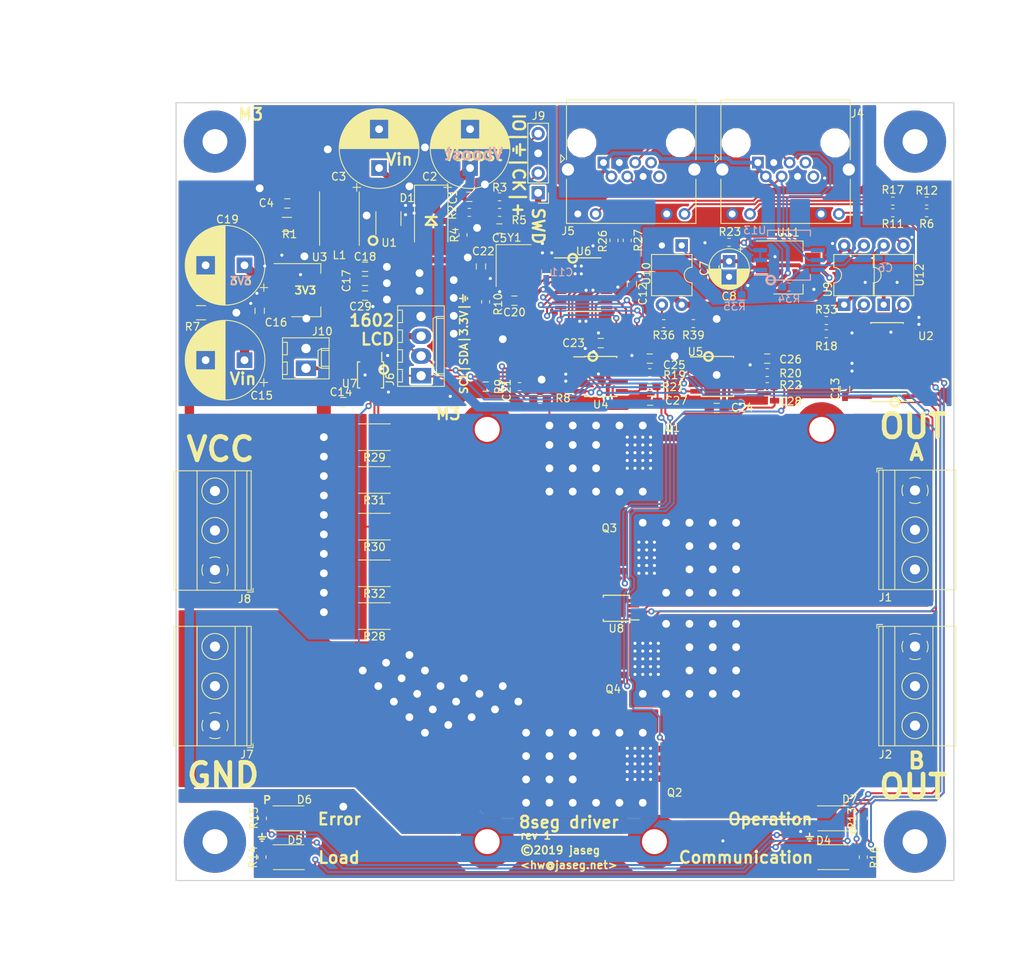
<source format=kicad_pcb>
(kicad_pcb (version 20171130) (host pcbnew "(5.0.1)")
  (layers (0 F.Cu signal) (31 B.Cu signal) (34 B.Paste user) (35 F.Paste user) (36 B.SilkS user) (37 F.SilkS user) (38 B.Mask user) (39 F.Mask user) (44 Edge.Cuts user))
  (net 0 "")
  (net 1 +VSW)
  (net 2 GND)
  (net 3 "Net-(C3-Pad1)")
  (net 4 /VBOOT_MON)
  (net 5 +3V3)
  (net 6 "Net-(C15-Pad1)")
  (net 7 /VIN_MON)
  (net 8 "Net-(D1-Pad2)")
  (net 9 /ISO_5V)
  (net 10 /ISO_GND)
  (net 11 "Net-(R2-Pad1)")
  (net 12 "Net-(R33-Pad2)")
  (net 13 "Net-(U7-Pad3)")
  (net 14 "Net-(U8-Pad3)")
  (net 15 /DRV1F)
  (net 16 /DRV2F)
  (net 17 /DRV3F)
  (net 18 /DRV4F)
  (net 19 /OUT_A)
  (net 20 /OUT_B)
  (net 21 /VIN)
  (net 22 /GND_MEAS)
  (net 23 /DRV1)
  (net 24 /DRV2)
  (net 25 /DRV3)
  (net 26 /DRV4)
  (net 27 /CTRL_B)
  (net 28 /CTRL_A)
  (net 29 /SWCLK)
  (net 30 /SWDIO)
  (net 31 /TX)
  (net 32 /RX)
  (net 33 /RX485_A)
  (net 34 /RS485_B)
  (net 35 /BUS_VCC)
  (net 36 /SDA)
  (net 37 /SCL)
  (net 38 "Net-(R6-Pad1)")
  (net 39 "Net-(R12-Pad1)")
  (net 40 /DE)
  (net 41 "Net-(R18-Pad2)")
  (net 42 /ISO_DE)
  (net 43 /ISO_DI)
  (net 44 "Net-(R35-Pad2)")
  (net 45 /ISO_RO)
  (net 46 "Net-(R36-Pad2)")
  (net 47 /SCK)
  (net 48 /MOSI)
  (net 49 /CLED1)
  (net 50 /CLED2)
  (net 51 "Net-(J4-Pad8)")
  (net 52 "Net-(J4-Pad7)")
  (net 53 "Net-(J5-Pad7)")
  (net 54 "Net-(J5-Pad8)")
  (net 55 /CLED4)
  (net 56 /CLED3)
  (net 57 "Net-(U2-Pad9)")
  (net 58 "Net-(R11-Pad1)")
  (net 59 /SLED1)
  (net 60 /SLED2)
  (net 61 /SLED3)
  (net 62 /SLED4)
  (net 63 "Net-(R17-Pad1)")
  (net 64 "Net-(D4-Pad1)")
  (net 65 "Net-(D5-Pad1)")
  (net 66 "Net-(D6-Pad1)")
  (net 67 "Net-(D7-Pad1)")
  (net 68 /XT1)
  (net 69 /XT2)
  (net 70 /RST)
  (module Connectors_Molex:Molex_KK-6410-04_04x2.54mm_Straight (layer F.Cu) (at 101.5 90.1 90)
    (fp_text reference J6 (at -0.45 -4 270) (layer F.SilkS))
    (fp_text value "1602 I2C LCD")
    (pad 4 thru_hole oval (at 7.62 0 90) (size 2 2.6) (drill 1.2) (layers *.Cu *.Mask) (net 2 GND))
    (pad 3 thru_hole oval (at 5.08 0 90) (size 2 2.6) (drill 1.2) (layers *.Cu *.Mask) (net 5 +3V3))
    (pad 2 thru_hole oval (at 2.54 0 90) (size 2 2.6) (drill 1.2) (layers *.Cu *.Mask) (net 36 /SDA))
    (pad 1 thru_hole rect (at 0 0 90) (size 2 2.6) (drill 1.2) (layers *.Cu *.Mask) (net 37 /SCL))
  )
  (module Package_SO:MSOP-10_3x3mm_P0.5mm (layer F.Cu) (at 95 90 270)
    (fp_text reference U7 (at 1.1 2.7) (layer F.SilkS))
    (fp_text value INA226)
    (pad 1 smd rect (at -2.2 -1 270) (size 1.4 0.3) (layers F.Cu F.Paste F.Mask) (net 2 GND))
    (pad 2 smd rect (at -2.2 -0.5 270) (size 1.4 0.3) (layers F.Cu F.Paste F.Mask) (net 2 GND))
    (pad 3 smd rect (at -2.2 0 270) (size 1.4 0.3) (layers F.Cu F.Paste F.Mask) (net 13 "Net-(U7-Pad3)"))
    (pad 4 smd rect (at -2.2 0.5 270) (size 1.4 0.3) (layers F.Cu F.Paste F.Mask) (net 36 /SDA))
    (pad 5 smd rect (at -2.2 1 270) (size 1.4 0.3) (layers F.Cu F.Paste F.Mask) (net 37 /SCL))
    (pad 6 smd rect (at 2.2 1 270) (size 1.4 0.3) (layers F.Cu F.Paste F.Mask) (net 5 +3V3))
    (pad 7 smd rect (at 2.2 0.5 270) (size 1.4 0.3) (layers F.Cu F.Paste F.Mask) (net 2 GND))
    (pad 8 smd rect (at 2.2 0 270) (size 1.4 0.3) (layers F.Cu F.Paste F.Mask) (net 21 /VIN))
    (pad 9 smd rect (at 2.2 -0.5 270) (size 1.4 0.3) (layers F.Cu F.Paste F.Mask) (net 2 GND))
    (pad 10 smd rect (at 2.2 -1 270) (size 1.4 0.3) (layers F.Cu F.Paste F.Mask) (net 22 /GND_MEAS))
  )
  (module Package_SO:TSSOP-20_4.4x6.5mm_P0.65mm (layer F.Cu) (at 122.4 78.4)
    (fp_text reference U6 (at 0 -4.3) (layer F.SilkS))
    (fp_text value STM32F030F4Px)
    (pad 1 smd rect (at -2.95 -2.925) (size 1.45 0.45) (layers F.Cu F.Paste F.Mask) (net 2 GND))
    (pad 2 smd rect (at -2.95 -2.275) (size 1.45 0.45) (layers F.Cu F.Paste F.Mask) (net 69 /XT2))
    (pad 3 smd rect (at -2.95 -1.625) (size 1.45 0.45) (layers F.Cu F.Paste F.Mask) (net 68 /XT1))
    (pad 4 smd rect (at -2.95 -0.975) (size 1.45 0.45) (layers F.Cu F.Paste F.Mask) (net 70 /RST))
    (pad 5 smd rect (at -2.95 -0.325) (size 1.45 0.45) (layers F.Cu F.Paste F.Mask) (net 5 +3V3))
    (pad 6 smd rect (at -2.95 0.325) (size 1.45 0.45) (layers F.Cu F.Paste F.Mask) (net 4 /VBOOT_MON))
    (pad 7 smd rect (at -2.95 0.975) (size 1.45 0.45) (layers F.Cu F.Paste F.Mask) (net 40 /DE))
    (pad 8 smd rect (at -2.95 1.625) (size 1.45 0.45) (layers F.Cu F.Paste F.Mask) (net 31 /TX))
    (pad 9 smd rect (at -2.95 2.275) (size 1.45 0.45) (layers F.Cu F.Paste F.Mask) (net 32 /RX))
    (pad 10 smd rect (at -2.95 2.925) (size 1.45 0.45) (layers F.Cu F.Paste F.Mask) (net 7 /VIN_MON))
    (pad 11 smd rect (at 2.95 2.925) (size 1.45 0.45) (layers F.Cu F.Paste F.Mask) (net 47 /SCK))
    (pad 12 smd rect (at 2.95 2.275) (size 1.45 0.45) (layers F.Cu F.Paste F.Mask) (net 28 /CTRL_A))
    (pad 13 smd rect (at 2.95 1.625) (size 1.45 0.45) (layers F.Cu F.Paste F.Mask) (net 48 /MOSI))
    (pad 14 smd rect (at 2.95 0.975) (size 1.45 0.45) (layers F.Cu F.Paste F.Mask) (net 27 /CTRL_B))
    (pad 15 smd rect (at 2.95 0.325) (size 1.45 0.45) (layers F.Cu F.Paste F.Mask) (net 2 GND))
    (pad 16 smd rect (at 2.95 -0.325) (size 1.45 0.45) (layers F.Cu F.Paste F.Mask) (net 5 +3V3))
    (pad 17 smd rect (at 2.95 -0.975) (size 1.45 0.45) (layers F.Cu F.Paste F.Mask) (net 37 /SCL))
    (pad 18 smd rect (at 2.95 -1.625) (size 1.45 0.45) (layers F.Cu F.Paste F.Mask) (net 36 /SDA))
    (pad 19 smd rect (at 2.95 -2.275) (size 1.45 0.45) (layers F.Cu F.Paste F.Mask) (net 30 /SWDIO))
    (pad 20 smd rect (at 2.95 -2.925) (size 1.45 0.45) (layers F.Cu F.Paste F.Mask) (net 29 /SWCLK))
  )
  (module Resistor_SMD:R_0603_1608Metric_Pad1.05x0.95mm_HandSolder (layer F.Cu) (at 111.6 67.1)
    (fp_text reference R3 (at 0 -1.2) (layer F.SilkS))
    (fp_text value 47k)
    (pad 1 smd roundrect (at -0.875 0) (size 1.05 0.95) (layers F.Cu F.Paste F.Mask) (net 1 +VSW))
    (pad 2 smd roundrect (at 0.875 0) (size 1.05 0.95) (layers F.Cu F.Paste F.Mask) (net 4 /VBOOT_MON))
  )
  (module Resistor_SMD:R_0603_1608Metric_Pad1.05x0.95mm_HandSolder (layer F.Cu) (at 136.5 83.4 180)
    (fp_text reference R39 (at 0 -1.5) (layer F.SilkS))
    (fp_text value 680)
    (pad 2 smd roundrect (at 0.875 0 180) (size 1.05 0.95) (layers F.Cu F.Paste F.Mask) (net 46 "Net-(R36-Pad2)"))
    (pad 1 smd roundrect (at -0.875 0 180) (size 1.05 0.95) (layers F.Cu F.Paste F.Mask) (net 2 GND))
  )
  (module Package_DIP:DIP-4_W7.62mm (layer F.Cu) (at 160.97 80.97 90)
    (fp_text reference U12 (at 3.81 4.63 90) (layer F.SilkS))
    (fp_text value PC817)
    (pad 1 thru_hole rect (at 0 0 90) (size 1.6 1.6) (drill 0.8) (layers *.Cu *.Mask) (net 5 +3V3))
    (pad 3 thru_hole oval (at 7.62 2.54 90) (size 1.6 1.6) (drill 0.8) (layers *.Cu *.Mask) (net 42 /ISO_DE))
    (pad 2 thru_hole oval (at 0 2.54 90) (size 1.6 1.6) (drill 0.8) (layers *.Cu *.Mask) (net 41 "Net-(R18-Pad2)"))
    (pad 4 thru_hole oval (at 7.62 0 90) (size 1.6 1.6) (drill 0.8) (layers *.Cu *.Mask) (net 9 /ISO_5V))
  )
  (module "footprints:Toshiba SOP Advance" (layer F.Cu) (at 130 100 90)
    (fp_text reference Q1 (at 3.2 3.8 180) (layer F.SilkS))
    (fp_text value TPHR6503PL)
    (pad 1 smd rect (at 0 -0.55 90) (size 4.7 3.75) (layers F.Cu F.Paste F.Mask) (net 21 /VIN))
    (pad 3 smd rect (at -1.905 3.5 90) (size 0.85 2.95) (layers F.Cu F.Paste F.Mask) (net 19 /OUT_A))
    (pad 3 smd rect (at -0.635 3.5 90) (size 0.85 2.95) (layers F.Cu F.Paste F.Mask) (net 19 /OUT_A))
    (pad 3 smd rect (at 0.635 3.5 90) (size 0.85 2.95) (layers F.Cu F.Paste F.Mask) (net 19 /OUT_A))
    (pad 2 smd rect (at 1.905 3.5 90) (size 0.85 2.95) (layers F.Cu F.Paste F.Mask) (net 18 /DRV4F))
    (pad 1 smd rect (at 1.905 -3.475 90) (size 0.85 3) (layers F.Cu F.Paste F.Mask) (net 21 /VIN))
    (pad 1 smd rect (at 0.635 -3.475 90) (size 0.85 3) (layers F.Cu F.Paste F.Mask) (net 21 /VIN))
    (pad 1 smd rect (at -0.635 -3.475 90) (size 0.85 3) (layers F.Cu F.Paste F.Mask) (net 21 /VIN))
    (pad 1 smd rect (at -1.905 -3.475 90) (size 0.85 3) (layers F.Cu F.Paste F.Mask) (net 21 /VIN))
  )
  (module "footprints:Toshiba SOP Advance" (layer F.Cu) (at 130 140 90)
    (fp_text reference Q2 (at -3.7 4.1 180) (layer F.SilkS))
    (fp_text value TPHR6503PL)
    (pad 1 smd rect (at 0 -0.55 90) (size 4.7 3.75) (layers F.Cu F.Paste F.Mask) (net 21 /VIN))
    (pad 3 smd rect (at -1.905 3.5 90) (size 0.85 2.95) (layers F.Cu F.Paste F.Mask) (net 20 /OUT_B))
    (pad 3 smd rect (at -0.635 3.5 90) (size 0.85 2.95) (layers F.Cu F.Paste F.Mask) (net 20 /OUT_B))
    (pad 3 smd rect (at 0.635 3.5 90) (size 0.85 2.95) (layers F.Cu F.Paste F.Mask) (net 20 /OUT_B))
    (pad 2 smd rect (at 1.905 3.5 90) (size 0.85 2.95) (layers F.Cu F.Paste F.Mask) (net 16 /DRV2F))
    (pad 1 smd rect (at 1.905 -3.475 90) (size 0.85 3) (layers F.Cu F.Paste F.Mask) (net 21 /VIN))
    (pad 1 smd rect (at 0.635 -3.475 90) (size 0.85 3) (layers F.Cu F.Paste F.Mask) (net 21 /VIN))
    (pad 1 smd rect (at -0.635 -3.475 90) (size 0.85 3) (layers F.Cu F.Paste F.Mask) (net 21 /VIN))
    (pad 1 smd rect (at -1.905 -3.475 90) (size 0.85 3) (layers F.Cu F.Paste F.Mask) (net 21 /VIN))
  )
  (module "footprints:Toshiba SOP Advance" (layer F.Cu) (at 130 113.3333 270)
    (fp_text reference Q3 (at -3.6333 4.3) (layer F.SilkS))
    (fp_text value TPHR6503PL)
    (pad 1 smd rect (at 0 -0.55 270) (size 4.7 3.75) (layers F.Cu F.Paste F.Mask) (net 19 /OUT_A))
    (pad 3 smd rect (at -1.905 3.5 270) (size 0.85 2.95) (layers F.Cu F.Paste F.Mask) (net 22 /GND_MEAS))
    (pad 3 smd rect (at -0.635 3.5 270) (size 0.85 2.95) (layers F.Cu F.Paste F.Mask) (net 22 /GND_MEAS))
    (pad 3 smd rect (at 0.635 3.5 270) (size 0.85 2.95) (layers F.Cu F.Paste F.Mask) (net 22 /GND_MEAS))
    (pad 2 smd rect (at 1.905 3.5 270) (size 0.85 2.95) (layers F.Cu F.Paste F.Mask) (net 17 /DRV3F))
    (pad 1 smd rect (at 1.905 -3.475 270) (size 0.85 3) (layers F.Cu F.Paste F.Mask) (net 19 /OUT_A))
    (pad 1 smd rect (at 0.635 -3.475 270) (size 0.85 3) (layers F.Cu F.Paste F.Mask) (net 19 /OUT_A))
    (pad 1 smd rect (at -0.635 -3.475 270) (size 0.85 3) (layers F.Cu F.Paste F.Mask) (net 19 /OUT_A))
    (pad 1 smd rect (at -1.905 -3.475 270) (size 0.85 3) (layers F.Cu F.Paste F.Mask) (net 19 /OUT_A))
  )
  (module "footprints:Toshiba SOP Advance" (layer F.Cu) (at 130 126.6667 270)
    (fp_text reference Q4 (at 3.7333 3.8) (layer F.SilkS))
    (fp_text value TPHR6503PL)
    (pad 1 smd rect (at 0 -0.55 270) (size 4.7 3.75) (layers F.Cu F.Paste F.Mask) (net 20 /OUT_B))
    (pad 3 smd rect (at -1.905 3.5 270) (size 0.85 2.95) (layers F.Cu F.Paste F.Mask) (net 22 /GND_MEAS))
    (pad 3 smd rect (at -0.635 3.5 270) (size 0.85 2.95) (layers F.Cu F.Paste F.Mask) (net 22 /GND_MEAS))
    (pad 3 smd rect (at 0.635 3.5 270) (size 0.85 2.95) (layers F.Cu F.Paste F.Mask) (net 22 /GND_MEAS))
    (pad 2 smd rect (at 1.905 3.5 270) (size 0.85 2.95) (layers F.Cu F.Paste F.Mask) (net 15 /DRV1F))
    (pad 1 smd rect (at 1.905 -3.475 270) (size 0.85 3) (layers F.Cu F.Paste F.Mask) (net 20 /OUT_B))
    (pad 1 smd rect (at 0.635 -3.475 270) (size 0.85 3) (layers F.Cu F.Paste F.Mask) (net 20 /OUT_B))
    (pad 1 smd rect (at -0.635 -3.475 270) (size 0.85 3) (layers F.Cu F.Paste F.Mask) (net 20 /OUT_B))
    (pad 1 smd rect (at -1.905 -3.475 270) (size 0.85 3) (layers F.Cu F.Paste F.Mask) (net 20 /OUT_B))
  )
  (module Capacitors_SMD:C_0603_HandSoldering (layer F.Cu) (at 107.7 67.1)
    (fp_text reference C1 (at -2.1 0 90) (layer F.SilkS))
    (fp_text value 10u)
    (pad 1 smd rect (at -0.95 0) (size 1.2 0.75) (layers F.Cu F.Paste F.Mask) (net 1 +VSW))
    (pad 2 smd rect (at 0.95 0) (size 1.2 0.75) (layers F.Cu F.Paste F.Mask) (net 2 GND))
  )
  (module Capacitors_SMD:C_0603_HandSoldering (layer F.Cu) (at 84.3 67.95 180)
    (fp_text reference C4 (at 2.7 0.05 180) (layer F.SilkS))
    (fp_text value 10u)
    (pad 1 smd rect (at -0.95 0 180) (size 1.2 0.75) (layers F.Cu F.Paste F.Mask) (net 3 "Net-(C3-Pad1)"))
    (pad 2 smd rect (at 0.95 0 180) (size 1.2 0.75) (layers F.Cu F.Paste F.Mask) (net 2 GND))
  )
  (module Capacitors_SMD:C_0603_HandSoldering (layer F.Cu) (at 111.574999 71.174999 180)
    (fp_text reference C5 (at 0 -1.25 180) (layer F.SilkS))
    (fp_text value 100n)
    (pad 1 smd rect (at -0.95 0 180) (size 1.2 0.75) (layers F.Cu F.Paste F.Mask) (net 4 /VBOOT_MON))
    (pad 2 smd rect (at 0.95 0 180) (size 1.2 0.75) (layers F.Cu F.Paste F.Mask) (net 2 GND))
  )
  (module Capacitors_SMD:C_0603_HandSoldering (layer B.Cu) (at 117.6 76.8 90)
    (fp_text reference C11 (at 0 2 180) (layer B.SilkS) (effects (justify mirror)))
    (fp_text value 100n)
    (pad 2 smd rect (at 0.95 0 90) (size 1.2 0.75) (layers B.Cu B.Paste B.Mask) (net 2 GND))
    (pad 1 smd rect (at -0.95 0 90) (size 1.2 0.75) (layers B.Cu B.Paste B.Mask) (net 5 +3V3))
  )
  (module Capacitors_SMD:C_0603_HandSoldering (layer F.Cu) (at 128.6 78.3 270)
    (fp_text reference C12 (at 1.3 -1.4 270) (layer F.SilkS))
    (fp_text value 100n)
    (pad 1 smd rect (at -0.95 0 270) (size 1.2 0.75) (layers F.Cu F.Paste F.Mask) (net 5 +3V3))
    (pad 2 smd rect (at 0.95 0 270) (size 1.2 0.75) (layers F.Cu F.Paste F.Mask) (net 2 GND))
  )
  (module Capacitors_SMD:C_0603_HandSoldering (layer F.Cu) (at 156 91.8 90)
    (fp_text reference C13 (at 0 -1.25 90) (layer F.SilkS))
    (fp_text value 100n)
    (pad 2 smd rect (at 0.95 0 90) (size 1.2 0.75) (layers F.Cu F.Paste F.Mask) (net 2 GND))
    (pad 1 smd rect (at -0.95 0 90) (size 1.2 0.75) (layers F.Cu F.Paste F.Mask) (net 5 +3V3))
  )
  (module Capacitors_SMD:C_0603_HandSoldering (layer F.Cu) (at 91.5 93.5 180)
    (fp_text reference C14 (at 0.3 1.3 180) (layer F.SilkS))
    (fp_text value 100n)
    (pad 1 smd rect (at -0.95 0 180) (size 1.2 0.75) (layers F.Cu F.Paste F.Mask) (net 5 +3V3))
    (pad 2 smd rect (at 0.95 0 180) (size 1.2 0.75) (layers F.Cu F.Paste F.Mask) (net 2 GND))
  )
  (module Capacitors_SMD:C_0603_HandSoldering (layer F.Cu) (at 80.75 81.75 90)
    (fp_text reference C16 (at -1.5 2.1 180) (layer F.SilkS))
    (fp_text value 1u)
    (pad 1 smd rect (at -0.95 0 90) (size 1.2 0.75) (layers F.Cu F.Paste F.Mask) (net 6 "Net-(C15-Pad1)"))
    (pad 2 smd rect (at 0.95 0 90) (size 1.2 0.75) (layers F.Cu F.Paste F.Mask) (net 2 GND))
  )
  (module Capacitors_SMD:C_0603_HandSoldering (layer F.Cu) (at 94.3 77.9)
    (fp_text reference C17 (at -2.4 0 90) (layer F.SilkS))
    (fp_text value 1u)
    (pad 2 smd rect (at 0.95 0) (size 1.2 0.75) (layers F.Cu F.Paste F.Mask) (net 2 GND))
    (pad 1 smd rect (at -0.95 0) (size 1.2 0.75) (layers F.Cu F.Paste F.Mask) (net 5 +3V3))
  )
  (module Capacitors_SMD:C_0603_HandSoldering (layer F.Cu) (at 94.3 76.1)
    (fp_text reference C18 (at 0 -1.3) (layer F.SilkS))
    (fp_text value 10u)
    (pad 2 smd rect (at 0.95 0) (size 1.2 0.75) (layers F.Cu F.Paste F.Mask) (net 2 GND))
    (pad 1 smd rect (at -0.95 0) (size 1.2 0.75) (layers F.Cu F.Paste F.Mask) (net 5 +3V3))
  )
  (module Capacitors_SMD:C_0603_HandSoldering (layer F.Cu) (at 113.5 80.45)
    (fp_text reference C20 (at 0 1.5) (layer F.SilkS))
    (fp_text value 12p)
    (pad 2 smd rect (at 0.95 0) (size 1.2 0.75) (layers F.Cu F.Paste F.Mask) (net 68 /XT1))
    (pad 1 smd rect (at -0.95 0) (size 1.2 0.75) (layers F.Cu F.Paste F.Mask) (net 2 GND))
  )
  (module Capacitors_SMD:C_0603_HandSoldering (layer F.Cu) (at 109.8 91.5 180)
    (fp_text reference C21 (at -2.7 -0.45 270) (layer F.SilkS))
    (fp_text value 100n)
    (pad 2 smd rect (at 0.95 0 180) (size 1.2 0.75) (layers F.Cu F.Paste F.Mask) (net 2 GND))
    (pad 1 smd rect (at -0.95 0 180) (size 1.2 0.75) (layers F.Cu F.Paste F.Mask) (net 7 /VIN_MON))
  )
  (module Capacitors_SMD:C_0603_HandSoldering (layer F.Cu) (at 109.2 76.05 90)
    (fp_text reference C22 (at 1.95 0.3) (layer F.SilkS))
    (fp_text value 12p)
    (pad 1 smd rect (at -0.95 0 90) (size 1.2 0.75) (layers F.Cu F.Paste F.Mask) (net 69 /XT2))
    (pad 2 smd rect (at 0.95 0 90) (size 1.2 0.75) (layers F.Cu F.Paste F.Mask) (net 2 GND))
  )
  (module Capacitors_SMD:C_0603_HandSoldering (layer F.Cu) (at 124.6 85.9 180)
    (fp_text reference C23 (at 3.5 0 180) (layer F.SilkS))
    (fp_text value 100n)
    (pad 2 smd rect (at 0.95 0 180) (size 1.2 0.75) (layers F.Cu F.Paste F.Mask) (net 2 GND))
    (pad 1 smd rect (at -0.95 0 180) (size 1.2 0.75) (layers F.Cu F.Paste F.Mask) (net 1 +VSW))
  )
  (module Capacitors_SMD:C_0603_HandSoldering (layer F.Cu) (at 139.5 94.25 180)
    (fp_text reference C24 (at -3.3 0.05 180) (layer F.SilkS))
    (fp_text value 100n)
    (pad 1 smd rect (at -0.95 0 180) (size 1.2 0.75) (layers F.Cu F.Paste F.Mask) (net 1 +VSW))
    (pad 2 smd rect (at 0.95 0 180) (size 1.2 0.75) (layers F.Cu F.Paste F.Mask) (net 2 GND))
  )
  (module Capacitors_SMD:C_0603_HandSoldering (layer F.Cu) (at 130.9 87.9 180)
    (fp_text reference C25 (at -3.15 -0.825 180) (layer F.SilkS))
    (fp_text value 0)
    (pad 2 smd rect (at 0.95 0 180) (size 1.2 0.75) (layers F.Cu F.Paste F.Mask) (net 2 GND))
    (pad 1 smd rect (at -0.95 0 180) (size 1.2 0.75) (layers F.Cu F.Paste F.Mask) (net 15 /DRV1F))
  )
  (module Capacitors_SMD:C_0603_HandSoldering (layer F.Cu) (at 146 87.9 180)
    (fp_text reference C26 (at -3 -0.1 180) (layer F.SilkS))
    (fp_text value 0)
    (pad 2 smd rect (at 0.95 0 180) (size 1.2 0.75) (layers F.Cu F.Paste F.Mask) (net 2 GND))
    (pad 1 smd rect (at -0.95 0 180) (size 1.2 0.75) (layers F.Cu F.Paste F.Mask) (net 16 /DRV2F))
  )
  (module Capacitors_SMD:C_0603_HandSoldering (layer F.Cu) (at 130.95 93.3)
    (fp_text reference C27 (at 3.35 0) (layer F.SilkS))
    (fp_text value 0)
    (pad 1 smd rect (at -0.95 0) (size 1.2 0.75) (layers F.Cu F.Paste F.Mask) (net 2 GND))
    (pad 2 smd rect (at 0.95 0) (size 1.2 0.75) (layers F.Cu F.Paste F.Mask) (net 17 /DRV3F))
  )
  (module Capacitors_SMD:C_0603_HandSoldering (layer F.Cu) (at 146 93.3)
    (fp_text reference C28 (at 3 0.1) (layer F.SilkS))
    (fp_text value 0)
    (pad 2 smd rect (at 0.95 0) (size 1.2 0.75) (layers F.Cu F.Paste F.Mask) (net 18 /DRV4F))
    (pad 1 smd rect (at -0.95 0) (size 1.2 0.75) (layers F.Cu F.Paste F.Mask) (net 2 GND))
  )
  (module Capacitors_SMD:C_0603_HandSoldering (layer F.Cu) (at 94.3 79.8)
    (fp_text reference C29 (at -0.6 1.4) (layer F.SilkS))
    (fp_text value 100n)
    (pad 2 smd rect (at 0.95 0) (size 1.2 0.75) (layers F.Cu F.Paste F.Mask) (net 2 GND))
    (pad 1 smd rect (at -0.95 0) (size 1.2 0.75) (layers F.Cu F.Paste F.Mask) (net 5 +3V3))
  )
  (module Diode_SMD:D_SMB_Handsoldering (layer F.Cu) (at 102.8 70.2 270)
    (fp_text reference D1 (at -2.95 3.1) (layer F.SilkS))
    (fp_text value "2A schottky")
    (pad 1 smd rect (at -2.7 0 270) (size 3.5 2.3) (layers F.Cu F.Paste F.Mask) (net 1 +VSW))
    (pad 2 smd rect (at 2.7 0 270) (size 3.5 2.3) (layers F.Cu F.Paste F.Mask) (net 8 "Net-(D1-Pad2)"))
  )
  (module LED_SMD:LED_PLCC_2835_Handsoldering (layer F.Cu) (at 155 152)
    (fp_text reference D4 (at -1.75 -2.15) (layer F.SilkS))
    (fp_text value cyan)
    (pad 1 smd rect (at -1.33 0 180) (size 2.5 2.1) (layers F.Cu F.Paste F.Mask) (net 64 "Net-(D4-Pad1)"))
    (pad 2 smd rect (at 1.33 0 180) (size 1.5 2.1) (layers F.Cu F.Paste F.Mask) (net 5 +3V3))
  )
  (module LED_SMD:LED_PLCC_2835_Handsoldering (layer F.Cu) (at 85 152)
    (fp_text reference D5 (at 0.3 -2.2) (layer F.SilkS))
    (fp_text value cyan)
    (pad 2 smd rect (at 1.33 0 180) (size 1.5 2.1) (layers F.Cu F.Paste F.Mask) (net 5 +3V3))
    (pad 1 smd rect (at -1.33 0 180) (size 2.5 2.1) (layers F.Cu F.Paste F.Mask) (net 65 "Net-(D5-Pad1)"))
  )
  (module LED_SMD:LED_PLCC_2835_Handsoldering (layer F.Cu) (at 85 147)
    (fp_text reference D6 (at 1.5 -2.4) (layer F.SilkS))
    (fp_text value pink)
    (pad 2 smd rect (at 1.33 0 180) (size 1.5 2.1) (layers F.Cu F.Paste F.Mask) (net 5 +3V3))
    (pad 1 smd rect (at -1.33 0 180) (size 2.5 2.1) (layers F.Cu F.Paste F.Mask) (net 66 "Net-(D6-Pad1)"))
  )
  (module LED_SMD:LED_PLCC_2835_Handsoldering (layer F.Cu) (at 155 147)
    (fp_text reference D7 (at 1.6 -2.45) (layer F.SilkS))
    (fp_text value pink)
    (pad 1 smd rect (at -1.33 0 180) (size 2.5 2.1) (layers F.Cu F.Paste F.Mask) (net 67 "Net-(D7-Pad1)"))
    (pad 2 smd rect (at 1.33 0 180) (size 1.5 2.1) (layers F.Cu F.Paste F.Mask) (net 5 +3V3))
  )
  (module TerminalBlock_Phoenix:TerminalBlock_Phoenix_MKDS-1,5-3-5.08_1x03_P5.08mm_Horizontal (layer F.Cu) (at 165 104.84 270)
    (fp_text reference J1 (at 13.76 3.8) (layer F.SilkS))
    (fp_text value OUT_A)
    (pad 1 thru_hole rect (at 0 0 270) (size 2.6 2.6) (drill 1.3) (layers *.Cu *.Mask) (net 19 /OUT_A))
    (pad 2 thru_hole circle (at 5.08 0 270) (size 2.6 2.6) (drill 1.3) (layers *.Cu *.Mask) (net 19 /OUT_A))
    (pad 3 thru_hole circle (at 10.16 0 270) (size 2.6 2.6) (drill 1.3) (layers *.Cu *.Mask) (net 19 /OUT_A))
  )
  (module TerminalBlock_Phoenix:TerminalBlock_Phoenix_MKDS-1,5-3-5.08_1x03_P5.08mm_Horizontal (layer F.Cu) (at 165 124.92 270)
    (fp_text reference J2 (at 13.88 3.8) (layer F.SilkS))
    (fp_text value OUT_B)
    (pad 3 thru_hole circle (at 10.16 0 270) (size 2.6 2.6) (drill 1.3) (layers *.Cu *.Mask) (net 20 /OUT_B))
    (pad 2 thru_hole circle (at 5.08 0 270) (size 2.6 2.6) (drill 1.3) (layers *.Cu *.Mask) (net 20 /OUT_B))
    (pad 1 thru_hole rect (at 0 0 270) (size 2.6 2.6) (drill 1.3) (layers *.Cu *.Mask) (net 20 /OUT_B))
  )
  (module TerminalBlock_Phoenix:TerminalBlock_Phoenix_MKDS-1,5-3-5.08_1x03_P5.08mm_Horizontal (layer F.Cu) (at 75 135.08 90)
    (fp_text reference J7 (at -3.72 4.1 180) (layer F.SilkS))
    (fp_text value IN_VCC)
    (pad 3 thru_hole circle (at 10.16 0 90) (size 2.6 2.6) (drill 1.3) (layers *.Cu *.Mask) (net 21 /VIN))
    (pad 2 thru_hole circle (at 5.08 0 90) (size 2.6 2.6) (drill 1.3) (layers *.Cu *.Mask) (net 21 /VIN))
    (pad 1 thru_hole rect (at 0 0 90) (size 2.6 2.6) (drill 1.3) (layers *.Cu *.Mask) (net 21 /VIN))
  )
  (module TerminalBlock_Phoenix:TerminalBlock_Phoenix_MKDS-1,5-3-5.08_1x03_P5.08mm_Horizontal (layer F.Cu) (at 75 115.08 90)
    (fp_text reference J8 (at -3.72 3.8 180) (layer F.SilkS))
    (fp_text value IN_GND)
    (pad 1 thru_hole rect (at 0 0 90) (size 2.6 2.6) (drill 1.3) (layers *.Cu *.Mask) (net 2 GND))
    (pad 2 thru_hole circle (at 5.08 0 90) (size 2.6 2.6) (drill 1.3) (layers *.Cu *.Mask) (net 2 GND))
    (pad 3 thru_hole circle (at 10.16 0 90) (size 2.6 2.6) (drill 1.3) (layers *.Cu *.Mask) (net 2 GND))
  )
  (module Inductor_SMD:L_Taiyo-Yuden_NR-50xx_HandSoldering (layer F.Cu) (at 91 69.9 270)
    (fp_text reference L1 (at 4.7 0) (layer F.SilkS))
    (fp_text value 10u)
    (pad 1 smd rect (at -2.25 0 270) (size 2.4 4.2) (layers F.Cu F.Paste F.Mask) (net 3 "Net-(C3-Pad1)"))
    (pad 2 smd rect (at 2.25 0 270) (size 2.4 4.2) (layers F.Cu F.Paste F.Mask) (net 8 "Net-(D1-Pad2)"))
  )
  (module Resistor_SMD:R_0603_1608Metric_Pad1.05x0.95mm_HandSolder (layer F.Cu) (at 107.7 69.1)
    (fp_text reference R2 (at -2.2 0 90) (layer F.SilkS))
    (fp_text value 100k)
    (pad 2 smd roundrect (at 0.875 0) (size 1.05 0.95) (layers F.Cu F.Paste F.Mask) (net 1 +VSW))
    (pad 1 smd roundrect (at -0.875 0) (size 1.05 0.95) (layers F.Cu F.Paste F.Mask) (net 11 "Net-(R2-Pad1)"))
  )
  (module Resistor_SMD:R_0603_1608Metric_Pad1.05x0.95mm_HandSolder (layer F.Cu) (at 106.9 72 90)
    (fp_text reference R4 (at 0 -1.1 270) (layer F.SilkS))
    (fp_text value 3k3)
    (pad 2 smd roundrect (at 0.875 0 90) (size 1.05 0.95) (layers F.Cu F.Paste F.Mask) (net 11 "Net-(R2-Pad1)"))
    (pad 1 smd roundrect (at -0.875 0 90) (size 1.05 0.95) (layers F.Cu F.Paste F.Mask) (net 2 GND))
  )
  (module Resistor_SMD:R_0603_1608Metric_Pad1.05x0.95mm_HandSolder (layer F.Cu) (at 111.6 69.1)
    (fp_text reference R5 (at 2.5 1) (layer F.SilkS))
    (fp_text value 10k)
    (pad 1 smd roundrect (at -0.875 0) (size 1.05 0.95) (layers F.Cu F.Paste F.Mask) (net 2 GND))
    (pad 2 smd roundrect (at 0.875 0) (size 1.05 0.95) (layers F.Cu F.Paste F.Mask) (net 4 /VBOOT_MON))
  )
  (module Resistor_SMD:R_1206_3216Metric_Pad1.42x1.75mm_HandSolder (layer F.Cu) (at 73.2 82)
    (fp_text reference R7 (at -1.1 1.8) (layer F.SilkS))
    (fp_text value "10R .5W")
    (pad 1 smd roundrect (at -1.4875 0) (size 1.425 1.75) (layers F.Cu F.Paste F.Mask) (roundrect_rratio 0.175439) (net 21 /VIN))
    (pad 2 smd roundrect (at 1.4875 0) (size 1.425 1.75) (layers F.Cu F.Paste F.Mask) (roundrect_rratio 0.175439) (net 6 "Net-(C15-Pad1)"))
  )
  (module Resistor_SMD:R_0603_1608Metric_Pad1.05x0.95mm_HandSolder (layer F.Cu) (at 116.8 93.15 180)
    (fp_text reference R8 (at -2.95 0.15) (layer F.SilkS))
    (fp_text value 47k)
    (pad 2 smd roundrect (at 0.875 0 180) (size 1.05 0.95) (layers F.Cu F.Paste F.Mask) (net 7 /VIN_MON))
    (pad 1 smd roundrect (at -0.875 0 180) (size 1.05 0.95) (layers F.Cu F.Paste F.Mask) (net 21 /VIN))
  )
  (module Resistor_SMD:R_0603_1608Metric_Pad1.05x0.95mm_HandSolder (layer F.Cu) (at 114.15 91.5 180)
    (fp_text reference R9 (at 2.65 0 -90) (layer F.SilkS))
    (fp_text value 10k)
    (pad 1 smd roundrect (at -0.875 0 180) (size 1.05 0.95) (layers F.Cu F.Paste F.Mask) (net 2 GND))
    (pad 2 smd roundrect (at 0.875 0 180) (size 1.05 0.95) (layers F.Cu F.Paste F.Mask) (net 7 /VIN_MON))
  )
  (module Resistor_SMD:R_0603_1608Metric_Pad1.05x0.95mm_HandSolder (layer F.Cu) (at 109.8 80.6 90)
    (fp_text reference R10 (at -0.3 1.6 90) (layer F.SilkS))
    (fp_text value 10k)
    (pad 2 smd roundrect (at 0.875 0 90) (size 1.05 0.95) (layers F.Cu F.Paste F.Mask) (net 5 +3V3))
    (pad 1 smd roundrect (at -0.875 0 90) (size 1.05 0.95) (layers F.Cu F.Paste F.Mask) (net 70 /RST))
  )
  (module Resistor_SMD:R_0603_1608Metric_Pad1.05x0.95mm_HandSolder (layer F.Cu) (at 158.35 147 90)
    (fp_text reference R13 (at 0 -1.43 90) (layer F.SilkS))
    (fp_text value 150)
    (pad 1 smd roundrect (at -0.875 0 90) (size 1.05 0.95) (layers F.Cu F.Paste F.Mask) (net 59 /SLED1))
    (pad 2 smd roundrect (at 0.875 0 90) (size 1.05 0.95) (layers F.Cu F.Paste F.Mask) (net 67 "Net-(D7-Pad1)"))
  )
  (module Resistor_SMD:R_0603_1608Metric_Pad1.05x0.95mm_HandSolder (layer F.Cu) (at 81.05 152 90)
    (fp_text reference R14 (at 0 -1.15 90) (layer F.SilkS))
    (fp_text value 150)
    (pad 2 smd roundrect (at 0.875 0 90) (size 1.05 0.95) (layers F.Cu F.Paste F.Mask) (net 65 "Net-(D5-Pad1)"))
    (pad 1 smd roundrect (at -0.875 0 90) (size 1.05 0.95) (layers F.Cu F.Paste F.Mask) (net 60 /SLED2))
  )
  (module Resistor_SMD:R_0603_1608Metric_Pad1.05x0.95mm_HandSolder (layer F.Cu) (at 81.1 147 90)
    (fp_text reference R15 (at 0.05 -1.1 90) (layer F.SilkS))
    (fp_text value 150)
    (pad 2 smd roundrect (at 0.875 0 90) (size 1.05 0.95) (layers F.Cu F.Paste F.Mask) (net 66 "Net-(D6-Pad1)"))
    (pad 1 smd roundrect (at -0.875 0 90) (size 1.05 0.95) (layers F.Cu F.Paste F.Mask) (net 61 /SLED3))
  )
  (module Resistor_SMD:R_0603_1608Metric_Pad1.05x0.95mm_HandSolder (layer F.Cu) (at 158.35 152 270)
    (fp_text reference R16 (at 0 -1.43 270) (layer F.SilkS))
    (fp_text value 150)
    (pad 2 smd roundrect (at 0.875 0 270) (size 1.05 0.95) (layers F.Cu F.Paste F.Mask) (net 64 "Net-(D4-Pad1)"))
    (pad 1 smd roundrect (at -0.875 0 270) (size 1.05 0.95) (layers F.Cu F.Paste F.Mask) (net 62 /SLED4))
  )
  (module Resistor_SMD:R_0603_1608Metric_Pad1.05x0.95mm_HandSolder (layer F.Cu) (at 130.9 89.7 180)
    (fp_text reference R19 (at -3.175 -0.325 180) (layer F.SilkS))
    (fp_text value 0R)
    (pad 1 smd roundrect (at -0.875 0 180) (size 1.05 0.95) (layers F.Cu F.Paste F.Mask) (net 15 /DRV1F))
    (pad 2 smd roundrect (at 0.875 0 180) (size 1.05 0.95) (layers F.Cu F.Paste F.Mask) (net 23 /DRV1))
  )
  (module Resistor_SMD:R_0603_1608Metric_Pad1.05x0.95mm_HandSolder (layer F.Cu) (at 146 89.7 180)
    (fp_text reference R20 (at -3 -0.1) (layer F.SilkS))
    (fp_text value 0R)
    (pad 2 smd roundrect (at 0.875 0 180) (size 1.05 0.95) (layers F.Cu F.Paste F.Mask) (net 24 /DRV2))
    (pad 1 smd roundrect (at -0.875 0 180) (size 1.05 0.95) (layers F.Cu F.Paste F.Mask) (net 16 /DRV2F))
  )
  (module Resistor_SMD:R_0603_1608Metric_Pad1.05x0.95mm_HandSolder (layer F.Cu) (at 130.9 91.5 180)
    (fp_text reference R21 (at -3 -0.05 180) (layer F.SilkS))
    (fp_text value 0R)
    (pad 1 smd roundrect (at -0.875 0 180) (size 1.05 0.95) (layers F.Cu F.Paste F.Mask) (net 17 /DRV3F))
    (pad 2 smd roundrect (at 0.875 0 180) (size 1.05 0.95) (layers F.Cu F.Paste F.Mask) (net 25 /DRV3))
  )
  (module Resistor_SMD:R_0603_1608Metric_Pad1.05x0.95mm_HandSolder (layer F.Cu) (at 146 91.5 180)
    (fp_text reference R22 (at -3 0.2 180) (layer F.SilkS))
    (fp_text value 0R)
    (pad 2 smd roundrect (at 0.875 0 180) (size 1.05 0.95) (layers F.Cu F.Paste F.Mask) (net 26 /DRV4))
    (pad 1 smd roundrect (at -0.875 0 180) (size 1.05 0.95) (layers F.Cu F.Paste F.Mask) (net 18 /DRV4F))
  )
  (module Resistor_SMD:R_0603_1608Metric_Pad1.05x0.95mm_HandSolder (layer F.Cu) (at 141.1 72.95 180)
    (fp_text reference R23 (at -0.1 1.35 180) (layer F.SilkS))
    (fp_text value 720)
    (pad 1 smd roundrect (at -0.875 0 180) (size 1.05 0.95) (layers F.Cu F.Paste F.Mask) (net 42 /ISO_DE))
    (pad 2 smd roundrect (at 0.875 0 180) (size 1.05 0.95) (layers F.Cu F.Paste F.Mask) (net 10 /ISO_GND))
  )
  (module Resistor_SMD:R_0603_1608Metric_Pad1.05x0.95mm_HandSolder (layer F.Cu) (at 126.3 72.7 270)
    (fp_text reference R26 (at 0.1 1.45 270) (layer F.SilkS))
    (fp_text value 1k5)
    (pad 1 smd roundrect (at -0.875 0 270) (size 1.05 0.95) (layers F.Cu F.Paste F.Mask) (net 5 +3V3))
    (pad 2 smd roundrect (at 0.875 0 270) (size 1.05 0.95) (layers F.Cu F.Paste F.Mask) (net 36 /SDA))
  )
  (module Resistor_SMD:R_0603_1608Metric_Pad1.05x0.95mm_HandSolder (layer F.Cu) (at 128 72.7 270)
    (fp_text reference R27 (at 0 -1.43 270) (layer F.SilkS))
    (fp_text value 1k5)
    (pad 2 smd roundrect (at 0.875 0 270) (size 1.05 0.95) (layers F.Cu F.Paste F.Mask) (net 37 /SCL))
    (pad 1 smd roundrect (at -0.875 0 270) (size 1.05 0.95) (layers F.Cu F.Paste F.Mask) (net 5 +3V3))
  )
  (module Resistor_SMD:R_2512_6332Metric_Pad1.52x3.35mm_HandSolder (layer F.Cu) (at 95.5 121 180)
    (fp_text reference R28 (at 0 -2.62 180) (layer F.SilkS))
    (fp_text value "5mR 1W 2512")
    (pad 2 smd roundrect (at 2.9875 0 180) (size 1.525 3.35) (layers F.Cu F.Paste F.Mask) (roundrect_rratio 0.163934) (net 2 GND))
    (pad 1 smd roundrect (at -2.9875 0 180) (size 1.525 3.35) (layers F.Cu F.Paste F.Mask) (roundrect_rratio 0.163934) (net 22 /GND_MEAS))
  )
  (module Resistor_SMD:R_2512_6332Metric_Pad1.52x3.35mm_HandSolder (layer F.Cu) (at 95.5 98 180)
    (fp_text reference R29 (at 0 -2.62 180) (layer F.SilkS))
    (fp_text value "5mR 1W")
    (pad 1 smd roundrect (at -2.9875 0 180) (size 1.525 3.35) (layers F.Cu F.Paste F.Mask) (roundrect_rratio 0.163934) (net 22 /GND_MEAS))
    (pad 2 smd roundrect (at 2.9875 0 180) (size 1.525 3.35) (layers F.Cu F.Paste F.Mask) (roundrect_rratio 0.163934) (net 2 GND))
  )
  (module Resistor_SMD:R_2512_6332Metric_Pad1.52x3.35mm_HandSolder (layer F.Cu) (at 95.5 109.5 180)
    (fp_text reference R30 (at 0 -2.62 180) (layer F.SilkS))
    (fp_text value "5mR 1W")
    (pad 1 smd roundrect (at -2.9875 0 180) (size 1.525 3.35) (layers F.Cu F.Paste F.Mask) (roundrect_rratio 0.163934) (net 22 /GND_MEAS))
    (pad 2 smd roundrect (at 2.9875 0 180) (size 1.525 3.35) (layers F.Cu F.Paste F.Mask) (roundrect_rratio 0.163934) (net 2 GND))
  )
  (module Resistor_SMD:R_2512_6332Metric_Pad1.52x3.35mm_HandSolder (layer F.Cu) (at 95.5 103.5 180)
    (fp_text reference R31 (at 0 -2.62 180) (layer F.SilkS))
    (fp_text value "5mR 1W")
    (pad 2 smd roundrect (at 2.9875 0 180) (size 1.525 3.35) (layers F.Cu F.Paste F.Mask) (roundrect_rratio 0.163934) (net 2 GND))
    (pad 1 smd roundrect (at -2.9875 0 180) (size 1.525 3.35) (layers F.Cu F.Paste F.Mask) (roundrect_rratio 0.163934) (net 22 /GND_MEAS))
  )
  (module Resistor_SMD:R_2512_6332Metric_Pad1.52x3.35mm_HandSolder (layer F.Cu) (at 95.5 115.5 180)
    (fp_text reference R32 (at 0 -2.62 180) (layer F.SilkS))
    (fp_text value "5mR 1W")
    (pad 1 smd roundrect (at -2.9875 0 180) (size 1.525 3.35) (layers F.Cu F.Paste F.Mask) (roundrect_rratio 0.163934) (net 22 /GND_MEAS))
    (pad 2 smd roundrect (at 2.9875 0 180) (size 1.525 3.35) (layers F.Cu F.Paste F.Mask) (roundrect_rratio 0.163934) (net 2 GND))
  )
  (module Resistor_SMD:R_0603_1608Metric_Pad1.05x0.95mm_HandSolder (layer F.Cu) (at 153.6 83)
    (fp_text reference R33 (at 0 -1.4 -180) (layer F.SilkS))
    (fp_text value 390)
    (pad 1 smd roundrect (at -0.875 0) (size 1.05 0.95) (layers F.Cu F.Paste F.Mask) (net 31 /TX))
    (pad 2 smd roundrect (at 0.875 0) (size 1.05 0.95) (layers F.Cu F.Paste F.Mask) (net 12 "Net-(R33-Pad2)"))
  )
  (module Resistor_SMD:R_0603_1608Metric_Pad1.05x0.95mm_HandSolder (layer B.Cu) (at 148.8 78.7)
    (fp_text reference R34 (at 0 1.5) (layer B.SilkS) (effects (justify mirror)))
    (fp_text value 720)
    (pad 1 smd roundrect (at -0.875 0) (size 1.05 0.95) (layers B.Cu B.Paste B.Mask) (net 43 /ISO_DI))
    (pad 2 smd roundrect (at 0.875 0) (size 1.05 0.95) (layers B.Cu B.Paste B.Mask) (net 10 /ISO_GND))
  )
  (module Resistor_SMD:R_0603_1608Metric_Pad1.05x0.95mm_HandSolder (layer B.Cu) (at 141.824381 79.685249 180)
    (fp_text reference R35 (at 0.024381 -1.514751 180) (layer B.SilkS) (effects (justify mirror)))
    (fp_text value 390)
    (pad 2 smd roundrect (at 0.875 0 180) (size 1.05 0.95) (layers B.Cu B.Paste B.Mask) (net 44 "Net-(R35-Pad2)"))
    (pad 1 smd roundrect (at -0.875 0 180) (size 1.05 0.95) (layers B.Cu B.Paste B.Mask) (net 45 /ISO_RO))
  )
  (module Resistor_SMD:R_0603_1608Metric_Pad1.05x0.95mm_HandSolder (layer F.Cu) (at 132.7 83.4)
    (fp_text reference R36 (at 0 1.5 -180) (layer F.SilkS))
    (fp_text value 10k)
    (pad 1 smd roundrect (at -0.875 0) (size 1.05 0.95) (layers F.Cu F.Paste F.Mask) (net 32 /RX))
    (pad 2 smd roundrect (at 0.875 0) (size 1.05 0.95) (layers F.Cu F.Paste F.Mask) (net 46 "Net-(R36-Pad2)"))
  )
  (module Package_TO_SOT_SMD:SOT-23-6_Handsoldering (layer F.Cu) (at 97.3 69.9 90)
    (fp_text reference U1 (at -3.1 0.1 180) (layer F.SilkS))
    (fp_text value MT3608)
    (pad 1 smd rect (at -1.35 -0.95 90) (size 1.56 0.65) (layers F.Cu F.Paste F.Mask) (net 8 "Net-(D1-Pad2)"))
    (pad 2 smd rect (at -1.35 0 90) (size 1.56 0.65) (layers F.Cu F.Paste F.Mask) (net 2 GND))
    (pad 3 smd rect (at -1.35 0.95 90) (size 1.56 0.65) (layers F.Cu F.Paste F.Mask) (net 11 "Net-(R2-Pad1)"))
    (pad 4 smd rect (at 1.35 0.95 90) (size 1.56 0.65) (layers F.Cu F.Paste F.Mask) (net 3 "Net-(C3-Pad1)"))
    (pad 6 smd rect (at 1.35 -0.95 90) (size 1.56 0.65) (layers F.Cu F.Paste F.Mask))
    (pad 5 smd rect (at 1.35 0 90) (size 1.56 0.65) (layers F.Cu F.Paste F.Mask) (net 3 "Net-(C3-Pad1)"))
  )
  (module Package_TO_SOT_SMD:SOT-223-3_TabPin2 (layer F.Cu) (at 86.7 79.1)
    (fp_text reference U3 (at 1.75 -4.25) (layer F.SilkS))
    (fp_text value AMS1117-3.3)
    (pad 2 smd rect (at 3.15 0) (size 2 3.8) (layers F.Cu F.Paste F.Mask) (net 5 +3V3))
    (pad 2 smd rect (at -3.15 0) (size 2 1.5) (layers F.Cu F.Paste F.Mask) (net 5 +3V3))
    (pad 3 smd rect (at -3.15 2.3) (size 2 1.5) (layers F.Cu F.Paste F.Mask) (net 6 "Net-(C15-Pad1)"))
    (pad 1 smd rect (at -3.15 -2.3) (size 2 1.5) (layers F.Cu F.Paste F.Mask) (net 2 GND))
  )
  (module Package_DIP:DIP-4_W7.62mm (layer F.Cu) (at 155.89 80.97 90)
    (fp_text reference U9 (at 1.97 -2.09 90) (layer F.SilkS))
    (fp_text value PC817)
    (pad 4 thru_hole oval (at 7.62 0 90) (size 1.6 1.6) (drill 0.8) (layers *.Cu *.Mask) (net 9 /ISO_5V))
    (pad 2 thru_hole oval (at 0 2.54 90) (size 1.6 1.6) (drill 0.8) (layers *.Cu *.Mask) (net 12 "Net-(R33-Pad2)"))
    (pad 3 thru_hole oval (at 7.62 2.54 90) (size 1.6 1.6) (drill 0.8) (layers *.Cu *.Mask) (net 43 /ISO_DI))
    (pad 1 thru_hole rect (at 0 0 90) (size 1.6 1.6) (drill 0.8) (layers *.Cu *.Mask) (net 5 +3V3))
  )
  (module Package_DIP:DIP-4_W7.62mm (layer F.Cu) (at 135 73.35 270)
    (fp_text reference U10 (at 3.62 4.55 270) (layer F.SilkS))
    (fp_text value PC817)
    (pad 1 thru_hole rect (at 0 0 270) (size 1.6 1.6) (drill 0.8) (layers *.Cu *.Mask) (net 44 "Net-(R35-Pad2)"))
    (pad 3 thru_hole oval (at 7.62 2.54 270) (size 1.6 1.6) (drill 0.8) (layers *.Cu *.Mask) (net 46 "Net-(R36-Pad2)"))
    (pad 2 thru_hole oval (at 0 2.54 270) (size 1.6 1.6) (drill 0.8) (layers *.Cu *.Mask) (net 10 /ISO_GND))
    (pad 4 thru_hole oval (at 7.62 0 270) (size 1.6 1.6) (drill 0.8) (layers *.Cu *.Mask) (net 5 +3V3))
  )
  (module Crystal:Crystal_SMD_3225-4Pin_3.2x2.5mm_HandSoldering (layer F.Cu) (at 113.4 75.95 270)
    (fp_text reference Y1 (at -3.6 -0.1) (layer F.SilkS))
    (fp_text value 8MHz)
    (pad 1 smd rect (at -1.45 1.15 270) (size 2.1 1.8) (layers F.Cu F.Paste F.Mask) (net 69 /XT2))
    (pad 2 smd rect (at 1.45 1.15 270) (size 2.1 1.8) (layers F.Cu F.Paste F.Mask) (net 2 GND))
    (pad 3 smd rect (at 1.45 -1.15 270) (size 2.1 1.8) (layers F.Cu F.Paste F.Mask) (net 68 /XT1))
    (pad 4 smd rect (at -1.45 -1.15 270) (size 2.1 1.8) (layers F.Cu F.Paste F.Mask) (net 2 GND))
  )
  (module MountingHole:MountingHole_3.2mm_M3 (layer F.Cu) (at 75 60)
    (fp_text reference H1 hide)
    (fp_text value MountingHole)
    (pad 1 np_thru_hole circle (at 0 0) (size 8 8) (drill 3.2) (layers *.Cu *.Mask))
  )
  (module MountingHole:MountingHole_3.2mm_M3 (layer F.Cu) (at 165 60)
    (fp_text reference H2 hide)
    (fp_text value MountingHole)
    (pad 1 np_thru_hole circle (at 0 0) (size 8 8) (drill 3.2) (layers *.Cu *.Mask))
  )
  (module MountingHole:MountingHole_3.2mm_M3 (layer F.Cu) (at 75 150)
    (fp_text reference H3 hide)
    (fp_text value MountingHole)
    (pad 1 np_thru_hole circle (at 0 0) (size 8 8) (drill 3.2) (layers *.Cu *.Mask))
  )
  (module MountingHole:MountingHole_3.2mm_M3 (layer F.Cu) (at 165 150)
    (fp_text reference H4 hide)
    (fp_text value MountingHole)
    (pad 1 np_thru_hole circle (at 0 0) (size 8 8) (drill 3.2) (layers *.Cu *.Mask))
  )
  (module Package_SO:SOIC-8_3.9x4.9mm_P1.27mm (layer F.Cu) (at 124.6 90.2)
    (fp_text reference U4 (at 0 3.6) (layer F.SilkS))
    (fp_text value TC4427)
    (pad 8 smd rect (at 2.7 -1.905) (size 1.55 0.6) (layers F.Cu F.Paste F.Mask))
    (pad 7 smd rect (at 2.7 -0.635) (size 1.55 0.6) (layers F.Cu F.Paste F.Mask) (net 23 /DRV1))
    (pad 6 smd rect (at 2.7 0.635) (size 1.55 0.6) (layers F.Cu F.Paste F.Mask) (net 1 +VSW))
    (pad 5 smd rect (at 2.7 1.905) (size 1.55 0.6) (layers F.Cu F.Paste F.Mask) (net 25 /DRV3))
    (pad 4 smd rect (at -2.7 1.905) (size 1.55 0.6) (layers F.Cu F.Paste F.Mask) (net 27 /CTRL_B))
    (pad 3 smd rect (at -2.7 0.635) (size 1.55 0.6) (layers F.Cu F.Paste F.Mask) (net 2 GND))
    (pad 2 smd rect (at -2.7 -0.635) (size 1.55 0.6) (layers F.Cu F.Paste F.Mask) (net 28 /CTRL_A))
    (pad 1 smd rect (at -2.7 -1.905) (size 1.55 0.6) (layers F.Cu F.Paste F.Mask))
  )
  (module Package_SO:SOIC-8_3.9x4.9mm_P1.27mm (layer F.Cu) (at 139.6 90.2)
    (fp_text reference U5 (at -2.825 -3.175) (layer F.SilkS))
    (fp_text value TC4427)
    (pad 1 smd rect (at -2.7 -1.905) (size 1.55 0.6) (layers F.Cu F.Paste F.Mask))
    (pad 2 smd rect (at -2.7 -0.635) (size 1.55 0.6) (layers F.Cu F.Paste F.Mask) (net 27 /CTRL_B))
    (pad 3 smd rect (at -2.7 0.635) (size 1.55 0.6) (layers F.Cu F.Paste F.Mask) (net 2 GND))
    (pad 4 smd rect (at -2.7 1.905) (size 1.55 0.6) (layers F.Cu F.Paste F.Mask) (net 28 /CTRL_A))
    (pad 5 smd rect (at 2.7 1.905) (size 1.55 0.6) (layers F.Cu F.Paste F.Mask) (net 26 /DRV4))
    (pad 6 smd rect (at 2.7 0.635) (size 1.55 0.6) (layers F.Cu F.Paste F.Mask) (net 1 +VSW))
    (pad 7 smd rect (at 2.7 -0.635) (size 1.55 0.6) (layers F.Cu F.Paste F.Mask) (net 24 /DRV2))
    (pad 8 smd rect (at 2.7 -1.905) (size 1.55 0.6) (layers F.Cu F.Paste F.Mask))
  )
  (module Capacitor_THT:CP_Radial_D10.0mm_P5.00mm (layer F.Cu) (at 107.8 63.4 90)
    (fp_text reference C2 (at -1.1 -5.2 180) (layer F.SilkS))
    (fp_text value 470u)
    (pad 2 thru_hole circle (at 5 0 90) (size 2 2) (drill 1) (layers *.Cu *.Mask) (net 2 GND))
    (pad 1 thru_hole rect (at 0 0 90) (size 2 2) (drill 1) (layers *.Cu *.Mask) (net 1 +VSW))
  )
  (module Capacitor_THT:CP_Radial_D10.0mm_P5.00mm (layer F.Cu) (at 96.1 63.4 90)
    (fp_text reference C3 (at -1.1 -5.2 180) (layer F.SilkS))
    (fp_text value 470u)
    (pad 1 thru_hole rect (at 0 0 90) (size 2 2) (drill 1) (layers *.Cu *.Mask) (net 3 "Net-(C3-Pad1)"))
    (pad 2 thru_hole circle (at 5 0 90) (size 2 2) (drill 1) (layers *.Cu *.Mask) (net 2 GND))
  )
  (module Capacitor_THT:CP_Radial_D10.0mm_P5.00mm (layer F.Cu) (at 78.8 88.1 180)
    (fp_text reference C15 (at -2.2 -4.55 180) (layer F.SilkS))
    (fp_text value 100u)
    (pad 2 thru_hole circle (at 5 0 180) (size 2 2) (drill 1) (layers *.Cu *.Mask) (net 2 GND))
    (pad 1 thru_hole rect (at 0 0 180) (size 2 2) (drill 1) (layers *.Cu *.Mask) (net 6 "Net-(C15-Pad1)"))
  )
  (module Capacitor_THT:CP_Radial_D10.0mm_P5.00mm (layer F.Cu) (at 78.8 75.9 180)
    (fp_text reference C19 (at 2.2 5.9 180) (layer F.SilkS))
    (fp_text value 470u)
    (pad 1 thru_hole rect (at 0 0 180) (size 2 2) (drill 1) (layers *.Cu *.Mask) (net 5 +3V3))
    (pad 2 thru_hole circle (at 5 0 180) (size 2 2) (drill 1) (layers *.Cu *.Mask) (net 2 GND))
  )
  (module Pin_Headers:Pin_Header_Straight_1x04_Pitch2.54mm (layer F.Cu) (at 116.55 66.59 180)
    (fp_text reference J9 (at -0.05 9.89) (layer F.SilkS))
    (fp_text value SWD)
    (pad 1 thru_hole rect (at 0 0 180) (size 1.7 1.7) (drill 1) (layers *.Cu *.Mask) (net 5 +3V3))
    (pad 2 thru_hole oval (at 0 2.54 180) (size 1.7 1.7) (drill 1) (layers *.Cu *.Mask) (net 29 /SWCLK))
    (pad 3 thru_hole oval (at 0 5.08 180) (size 1.7 1.7) (drill 1) (layers *.Cu *.Mask) (net 2 GND))
    (pad 4 thru_hole oval (at 0 7.62 180) (size 1.7 1.7) (drill 1) (layers *.Cu *.Mask) (net 30 /SWDIO))
  )
  (module Resistor_SMD:R_1206_3216Metric_Pad1.42x1.75mm_HandSolder (layer F.Cu) (at 84.25 70.65)
    (fp_text reference R1 (at 0.35 1.25) (layer F.SilkS))
    (fp_text value "10R .5W")
    (pad 1 smd roundrect (at -1.4875 0) (size 1.425 1.75) (layers F.Cu F.Paste F.Mask) (roundrect_rratio 0.175439) (net 21 /VIN))
    (pad 2 smd roundrect (at 1.4875 0) (size 1.425 1.75) (layers F.Cu F.Paste F.Mask) (roundrect_rratio 0.175439) (net 3 "Net-(C3-Pad1)"))
  )
  (module Connectors_Molex:Molex_KK-6410-02_02x2.54mm_Straight (layer F.Cu) (at 86.7 89.14 90)
    (fp_text reference J10 (at 4.74 2.1 180) (layer F.SilkS))
    (fp_text value FAN)
    (pad 1 thru_hole rect (at 0 0 90) (size 2 2.6) (drill 1.2) (layers *.Cu *.Mask) (net 5 +3V3))
    (pad 2 thru_hole oval (at 2.54 0 90) (size 2 2.6) (drill 1.2) (layers *.Cu *.Mask) (net 2 GND))
  )
  (module Package_SO:MSOP-8_3x3mm_P0.65mm (layer F.Cu) (at 126.6 119.99995 180)
    (fp_text reference U8 (at 0 -2.6 180) (layer F.SilkS))
    (fp_text value MCP9804_MSOP)
    (pad 1 smd rect (at -2.2 -0.975 180) (size 1.45 0.45) (layers F.Cu F.Paste F.Mask) (net 36 /SDA))
    (pad 2 smd rect (at -2.2 -0.325 180) (size 1.45 0.45) (layers F.Cu F.Paste F.Mask) (net 37 /SCL))
    (pad 3 smd rect (at -2.2 0.325 180) (size 1.45 0.45) (layers F.Cu F.Paste F.Mask) (net 14 "Net-(U8-Pad3)"))
    (pad 4 smd rect (at -2.2 0.975 180) (size 1.45 0.45) (layers F.Cu F.Paste F.Mask) (net 22 /GND_MEAS))
    (pad 5 smd rect (at 2.2 0.975 180) (size 1.45 0.45) (layers F.Cu F.Paste F.Mask) (net 22 /GND_MEAS))
    (pad 6 smd rect (at 2.2 0.325 180) (size 1.45 0.45) (layers F.Cu F.Paste F.Mask) (net 22 /GND_MEAS))
    (pad 7 smd rect (at 2.2 -0.325 180) (size 1.45 0.45) (layers F.Cu F.Paste F.Mask) (net 22 /GND_MEAS))
    (pad 8 smd rect (at 2.2 -0.975 180) (size 1.45 0.45) (layers F.Cu F.Paste F.Mask) (net 5 +3V3))
  )
  (module Capacitors_SMD:C_0603_HandSoldering (layer B.Cu) (at 161.2 75)
    (fp_text reference C6 (at 0 1.25) (layer B.SilkS) (effects (justify mirror)))
    (fp_text value 100n)
    (pad 1 smd rect (at -0.95 0) (size 1.2 0.75) (layers B.Cu B.Paste B.Mask) (net 9 /ISO_5V))
    (pad 2 smd rect (at 0.95 0) (size 1.2 0.75) (layers B.Cu B.Paste B.Mask) (net 10 /ISO_GND))
  )
  (module Capacitors_SMD:C_0603_HandSoldering (layer F.Cu) (at 139.2 76.3 270)
    (fp_text reference C7 (at 0 1.3 270) (layer F.SilkS))
    (fp_text value 10u)
    (pad 2 smd rect (at 0.95 0 270) (size 1.2 0.75) (layers F.Cu F.Paste F.Mask) (net 10 /ISO_GND))
    (pad 1 smd rect (at -0.95 0 270) (size 1.2 0.75) (layers F.Cu F.Paste F.Mask) (net 9 /ISO_5V))
  )
  (module Capacitor_THT:CP_Radial_D5.0mm_P2.00mm (layer F.Cu) (at 141.099381 75.385249 270)
    (fp_text reference C8 (at 4.514751 -0.000619) (layer F.SilkS))
    (fp_text value 22u)
    (pad 1 thru_hole rect (at 0 0 270) (size 1.6 1.6) (drill 0.8) (layers *.Cu *.Mask) (net 9 /ISO_5V))
    (pad 2 thru_hole circle (at 2 0 270) (size 1.6 1.6) (drill 0.8) (layers *.Cu *.Mask) (net 10 /ISO_GND))
  )
  (module Resistor_SMD:R_0603_1608Metric_Pad1.05x0.95mm_HandSolder (layer F.Cu) (at 166.5 69.15 180)
    (fp_text reference R6 (at 0 -1.43 180) (layer F.SilkS))
    (fp_text value 150)
    (pad 2 smd roundrect (at 0.875 0 180) (size 1.05 0.95) (layers F.Cu F.Paste F.Mask) (net 56 /CLED3))
    (pad 1 smd roundrect (at -0.875 0 180) (size 1.05 0.95) (layers F.Cu F.Paste F.Mask) (net 38 "Net-(R6-Pad1)"))
  )
  (module Resistor_SMD:R_0603_1608Metric_Pad1.05x0.95mm_HandSolder (layer F.Cu) (at 166.5 67.65 180)
    (fp_text reference R12 (at 0 1.35 180) (layer F.SilkS))
    (fp_text value 150)
    (pad 1 smd roundrect (at -0.875 0 180) (size 1.05 0.95) (layers F.Cu F.Paste F.Mask) (net 39 "Net-(R12-Pad1)"))
    (pad 2 smd roundrect (at 0.875 0 180) (size 1.05 0.95) (layers F.Cu F.Paste F.Mask) (net 55 /CLED4))
  )
  (module Resistor_SMD:R_0603_1608Metric_Pad1.05x0.95mm_HandSolder (layer F.Cu) (at 153.6 84.7)
    (fp_text reference R18 (at 0 1.6) (layer F.SilkS))
    (fp_text value 390)
    (pad 1 smd roundrect (at -0.875 0) (size 1.05 0.95) (layers F.Cu F.Paste F.Mask) (net 40 /DE))
    (pad 2 smd roundrect (at 0.875 0) (size 1.05 0.95) (layers F.Cu F.Paste F.Mask) (net 41 "Net-(R18-Pad2)"))
  )
  (module Package_TO_SOT_SMD:SOT-223-3_TabPin2 (layer F.Cu) (at 148.699381 76.185249)
    (fp_text reference U11 (at 0 -4.5) (layer F.SilkS))
    (fp_text value AMS1117-5.0)
    (pad 2 smd rect (at 3.15 0) (size 2 3.8) (layers F.Cu F.Paste F.Mask) (net 9 /ISO_5V))
    (pad 2 smd rect (at -3.15 0) (size 2 1.5) (layers F.Cu F.Paste F.Mask) (net 9 /ISO_5V))
    (pad 3 smd rect (at -3.15 2.3) (size 2 1.5) (layers F.Cu F.Paste F.Mask) (net 35 /BUS_VCC))
    (pad 1 smd rect (at -3.15 -2.3) (size 2 1.5) (layers F.Cu F.Paste F.Mask) (net 10 /ISO_GND))
  )
  (module Connector_RJ:RJ45_Amphenol_RJHSE538X (layer F.Cu) (at 144.8 62.7)
    (fp_text reference J4 (at 12.8 -6.3) (layer F.SilkS))
    (fp_text value RJ45_LED_Shielded)
    (pad 12 thru_hole circle (at 10.42 6.6) (size 1.5 1.5) (drill 0.89) (layers *.Cu *.Mask) (net 49 /CLED1))
    (pad 11 thru_hole circle (at 8.13 6.6) (size 1.5 1.5) (drill 0.89) (layers *.Cu *.Mask) (net 2 GND))
    (pad 10 thru_hole circle (at -1.01 6.6) (size 1.5 1.5) (drill 0.89) (layers *.Cu *.Mask) (net 50 /CLED2))
    (pad 9 thru_hole circle (at -3.3 6.6) (size 1.5 1.5) (drill 0.89) (layers *.Cu *.Mask) (net 2 GND))
    (pad SH thru_hole circle (at -4.57 0.89) (size 2 2) (drill 1.57) (layers *.Cu *.Mask) (net 10 /ISO_GND))
    (pad SH thru_hole circle (at 11.69 0.89) (size 2 2) (drill 1.57) (layers *.Cu *.Mask) (net 10 /ISO_GND))
    (pad "" np_thru_hole circle (at 9.91 -2.54) (size 3.25 3.25) (drill 3.25) (layers *.Cu *.Mask))
    (pad "" np_thru_hole circle (at -2.79 -2.54) (size 3.25 3.25) (drill 3.25) (layers *.Cu *.Mask))
    (pad 8 thru_hole circle (at 7.14 1.78) (size 1.5 1.5) (drill 0.89) (layers *.Cu *.Mask) (net 51 "Net-(J4-Pad8)"))
    (pad 6 thru_hole circle (at 5.1 1.78) (size 1.5 1.5) (drill 0.89) (layers *.Cu *.Mask) (net 10 /ISO_GND))
    (pad 4 thru_hole circle (at 3.06 1.78) (size 1.5 1.5) (drill 0.89) (layers *.Cu *.Mask) (net 34 /RS485_B))
    (pad 2 thru_hole circle (at 1.02 1.78) (size 1.5 1.5) (drill 0.89) (layers *.Cu *.Mask) (net 35 /BUS_VCC))
    (pad 7 thru_hole circle (at 6.12 0) (size 1.5 1.5) (drill 0.89) (layers *.Cu *.Mask) (net 52 "Net-(J4-Pad7)"))
    (pad 5 thru_hole circle (at 4.08 0) (size 1.5 1.5) (drill 0.89) (layers *.Cu *.Mask) (net 33 /RX485_A))
    (pad 3 thru_hole circle (at 2.04 0) (size 1.5 1.5) (drill 0.89) (layers *.Cu *.Mask) (net 10 /ISO_GND))
    (pad 1 thru_hole rect (at 0 0) (size 1.5 1.5) (drill 0.89) (layers *.Cu *.Mask) (net 35 /BUS_VCC))
  )
  (module Connector_RJ:RJ45_Amphenol_RJHSE538X (layer F.Cu) (at 124.95 62.7)
    (fp_text reference J5 (at -4.55 8.8) (layer F.SilkS))
    (fp_text value RJ45_LED_Shielded)
    (pad 1 thru_hole rect (at 0 0) (size 1.5 1.5) (drill 0.89) (layers *.Cu *.Mask) (net 35 /BUS_VCC))
    (pad 3 thru_hole circle (at 2.04 0) (size 1.5 1.5) (drill 0.89) (layers *.Cu *.Mask) (net 10 /ISO_GND))
    (pad 5 thru_hole circle (at 4.08 0) (size 1.5 1.5) (drill 0.89) (layers *.Cu *.Mask) (net 33 /RX485_A))
    (pad 7 thru_hole circle (at 6.12 0) (size 1.5 1.5) (drill 0.89) (layers *.Cu *.Mask) (net 53 "Net-(J5-Pad7)"))
    (pad 2 thru_hole circle (at 1.02 1.78) (size 1.5 1.5) (drill 0.89) (layers *.Cu *.Mask) (net 35 /BUS_VCC))
    (pad 4 thru_hole circle (at 3.06 1.78) (size 1.5 1.5) (drill 0.89) (layers *.Cu *.Mask) (net 34 /RS485_B))
    (pad 6 thru_hole circle (at 5.1 1.78) (size 1.5 1.5) (drill 0.89) (layers *.Cu *.Mask) (net 10 /ISO_GND))
    (pad 8 thru_hole circle (at 7.14 1.78) (size 1.5 1.5) (drill 0.89) (layers *.Cu *.Mask) (net 54 "Net-(J5-Pad8)"))
    (pad "" np_thru_hole circle (at -2.79 -2.54) (size 3.25 3.25) (drill 3.25) (layers *.Cu *.Mask))
    (pad "" np_thru_hole circle (at 9.91 -2.54) (size 3.25 3.25) (drill 3.25) (layers *.Cu *.Mask))
    (pad SH thru_hole circle (at 11.69 0.89) (size 2 2) (drill 1.57) (layers *.Cu *.Mask) (net 10 /ISO_GND))
    (pad SH thru_hole circle (at -4.57 0.89) (size 2 2) (drill 1.57) (layers *.Cu *.Mask) (net 10 /ISO_GND))
    (pad 9 thru_hole circle (at -3.3 6.6) (size 1.5 1.5) (drill 0.89) (layers *.Cu *.Mask) (net 2 GND))
    (pad 10 thru_hole circle (at -1.01 6.6) (size 1.5 1.5) (drill 0.89) (layers *.Cu *.Mask) (net 55 /CLED4))
    (pad 11 thru_hole circle (at 8.13 6.6) (size 1.5 1.5) (drill 0.89) (layers *.Cu *.Mask) (net 2 GND))
    (pad 12 thru_hole circle (at 10.42 6.6) (size 1.5 1.5) (drill 0.89) (layers *.Cu *.Mask) (net 56 /CLED3))
  )
  (module Package_SO:SOIC-16_3.9x9.9mm_P1.27mm (layer F.Cu) (at 161.4 88.35 180)
    (fp_text reference U2 (at -5 3.35 180) (layer F.SilkS))
    (fp_text value 74HC595)
    (pad 1 smd rect (at -2.7 -4.445 180) (size 1.5 0.6) (layers F.Cu F.Paste F.Mask) (net 61 /SLED3))
    (pad 2 smd rect (at -2.7 -3.175 180) (size 1.5 0.6) (layers F.Cu F.Paste F.Mask) (net 60 /SLED2))
    (pad 3 smd rect (at -2.7 -1.905 180) (size 1.5 0.6) (layers F.Cu F.Paste F.Mask) (net 59 /SLED1))
    (pad 4 smd rect (at -2.7 -0.635 180) (size 1.5 0.6) (layers F.Cu F.Paste F.Mask) (net 39 "Net-(R12-Pad1)"))
    (pad 5 smd rect (at -2.7 0.635 180) (size 1.5 0.6) (layers F.Cu F.Paste F.Mask) (net 38 "Net-(R6-Pad1)"))
    (pad 6 smd rect (at -2.7 1.905 180) (size 1.5 0.6) (layers F.Cu F.Paste F.Mask) (net 63 "Net-(R17-Pad1)"))
    (pad 7 smd rect (at -2.7 3.175 180) (size 1.5 0.6) (layers F.Cu F.Paste F.Mask) (net 58 "Net-(R11-Pad1)"))
    (pad 8 smd rect (at -2.7 4.445 180) (size 1.5 0.6) (layers F.Cu F.Paste F.Mask) (net 2 GND))
    (pad 9 smd rect (at 2.7 4.445 180) (size 1.5 0.6) (layers F.Cu F.Paste F.Mask) (net 57 "Net-(U2-Pad9)"))
    (pad 10 smd rect (at 2.7 3.175 180) (size 1.5 0.6) (layers F.Cu F.Paste F.Mask) (net 5 +3V3))
    (pad 11 smd rect (at 2.7 1.905 180) (size 1.5 0.6) (layers F.Cu F.Paste F.Mask) (net 47 /SCK))
    (pad 12 smd rect (at 2.7 0.635 180) (size 1.5 0.6) (layers F.Cu F.Paste F.Mask) (net 7 /VIN_MON))
    (pad 13 smd rect (at 2.7 -0.635 180) (size 1.5 0.6) (layers F.Cu F.Paste F.Mask) (net 2 GND))
    (pad 14 smd rect (at 2.7 -1.905 180) (size 1.5 0.6) (layers F.Cu F.Paste F.Mask) (net 48 /MOSI))
    (pad 15 smd rect (at 2.7 -3.175 180) (size 1.5 0.6) (layers F.Cu F.Paste F.Mask) (net 62 /SLED4))
    (pad 16 smd rect (at 2.7 -4.445 180) (size 1.5 0.6) (layers F.Cu F.Paste F.Mask) (net 5 +3V3))
  )
  (module Resistor_SMD:R_0603_1608Metric_Pad1.05x0.95mm_HandSolder (layer F.Cu) (at 162.15 69.15 180)
    (fp_text reference R11 (at 0 -1.43 180) (layer F.SilkS))
    (fp_text value 150)
    (pad 1 smd roundrect (at -0.875 0 180) (size 1.05 0.95) (layers F.Cu F.Paste F.Mask) (net 58 "Net-(R11-Pad1)"))
    (pad 2 smd roundrect (at 0.875 0 180) (size 1.05 0.95) (layers F.Cu F.Paste F.Mask) (net 49 /CLED1))
  )
  (module Resistor_SMD:R_0603_1608Metric_Pad1.05x0.95mm_HandSolder (layer F.Cu) (at 162.15 67.65 180)
    (fp_text reference R17 (at 0 1.45 180) (layer F.SilkS))
    (fp_text value 150)
    (pad 2 smd roundrect (at 0.875 0 180) (size 1.05 0.95) (layers F.Cu F.Paste F.Mask) (net 50 /CLED2))
    (pad 1 smd roundrect (at -0.875 0 180) (size 1.05 0.95) (layers F.Cu F.Paste F.Mask) (net 63 "Net-(R17-Pad1)"))
  )
  (module Package_SO:SO-8_5.3x6.2mm_P1.27mm (layer B.Cu) (at 148.8 74.6)
    (fp_text reference U13 (at -4.4 -3.2) (layer B.SilkS) (effects (justify mirror)))
    (fp_text value MAX485E)
    (pad 1 smd rect (at -3.7 1.905) (size 1.75 0.55) (layers B.Cu B.Paste B.Mask) (net 45 /ISO_RO))
    (pad 2 smd rect (at -3.7 0.635) (size 1.75 0.55) (layers B.Cu B.Paste B.Mask) (net 42 /ISO_DE))
    (pad 3 smd rect (at -3.7 -0.635) (size 1.75 0.55) (layers B.Cu B.Paste B.Mask) (net 42 /ISO_DE))
    (pad 4 smd rect (at -3.7 -1.905) (size 1.75 0.55) (layers B.Cu B.Paste B.Mask) (net 43 /ISO_DI))
    (pad 5 smd rect (at 3.7 -1.905) (size 1.75 0.55) (layers B.Cu B.Paste B.Mask) (net 10 /ISO_GND))
    (pad 6 smd rect (at 3.7 -0.635) (size 1.75 0.55) (layers B.Cu B.Paste B.Mask) (net 33 /RX485_A))
    (pad 7 smd rect (at 3.7 0.635) (size 1.75 0.55) (layers B.Cu B.Paste B.Mask) (net 34 /RS485_B))
    (pad 8 smd rect (at 3.7 1.905) (size 1.75 0.55) (layers B.Cu B.Paste B.Mask) (net 9 /ISO_5V))
  )
  (module MountingHole:MountingHole_3.2mm_M3 (layer F.Cu) (at 110 97)
    (fp_text reference H5 hide)
    (fp_text value MountingHole)
    (pad "" np_thru_hole circle (at 0 0) (size 7 7) (drill 3.2) (layers F.Cu F.Mask))
  )
  (module MountingHole:MountingHole_3.2mm_M3 (layer F.Cu) (at 110 150)
    (fp_text reference H6 hide)
    (fp_text value MountingHole)
    (pad "" np_thru_hole circle (at 0 0) (size 7 7) (drill 3.2) (layers F.Cu F.Mask))
  )
  (module MountingHole:MountingHole_3.2mm_M3 (layer F.Cu) (at 131.5 150)
    (fp_text reference H7 hide)
    (fp_text value MountingHole)
    (pad "" np_thru_hole circle (at 0 0) (size 7 7) (drill 3.2) (layers F.Cu F.Mask))
  )
  (module MountingHole:MountingHole_3.2mm_M3 (layer F.Cu) (at 153 97)
    (fp_text reference H8 hide)
    (fp_text value MountingHole)
    (pad "" np_thru_hole circle (at 0 0) (size 7 7) (drill 3.2) (layers F.Cu F.Mask))
  )
  (gr_text M3 (at 105 95) (layer F.SilkS) (effects (font (size 1.5 1.5) (thickness 0.3))))
  (gr_text "rev 1" (at 116.238095 149.21) (layer F.SilkS) (effects (font (size 1 1) (thickness 0.2))))
  (gr_text <hw@jaseg.net> (at 120.5 153) (layer F.SilkS) (effects (font (size 1 1) (thickness 0.2))))
  (gr_text Vboost (at 108.3 61.6) (layer B.SilkS) (effects (font (size 1.5 1.5) (thickness 0.3)) (justify mirror)))
  (gr_text 3V3 (at 78.325 77.9) (layer B.SilkS) (effects (font (size 1 1) (thickness 0.2)) (justify mirror)))
  (gr_circle (center 146.45 77.8) (end 147 77.8) (layer B.SilkS) (width 0.3))
  (gr_circle (center 162.4 93.5) (end 162.95 93.5) (layer F.SilkS) (width 0.3))
  (gr_circle (center 121 75) (end 121.55 75) (layer F.SilkS) (width 0.3))
  (gr_text IO|⏚|CK|+ (at 114.05 63.05 270) (layer F.SilkS) (effects (font (size 1.5 1.5) (thickness 0.3))))
  (gr_text OUT (at 164.75 96.6) (layer F.SilkS) (effects (font (size 3 3) (thickness 0.6))))
  (gr_circle (center 96.7 89.3) (end 97.25 89.3) (layer F.SilkS) (width 0.3))
  (gr_text Vin (at 78.6 90.5) (layer F.SilkS) (effects (font (size 1.5 1.5) (thickness 0.3))))
  (gr_text Vboost (at 108.2 61.7) (layer F.SilkS) (effects (font (size 1.5 1.5) (thickness 0.3))))
  (gr_text Vin (at 98.7 62.3) (layer F.SilkS) (effects (font (size 1.5 1.5) (thickness 0.3))))
  (gr_line (start 102.1 69.7) (end 103.5 69.7) (layer F.SilkS) (width 0.3))
  (gr_line (start 102.8 69.9) (end 102.1 70.7) (layer F.SilkS) (width 0.3))
  (gr_line (start 103.5 70.7) (end 102.8 69.9) (layer F.SilkS) (width 0.3))
  (gr_line (start 102.2 70.7) (end 103.5 70.7) (layer F.SilkS) (width 0.3))
  (gr_text 3V3 (at 86.625 79.125) (layer F.SilkS) (effects (font (size 1 1) (thickness 0.2))))
  (gr_text 3V3 (at 78.325 77.925) (layer F.SilkS) (effects (font (size 1 1) (thickness 0.2))))
  (gr_text Load (at 90.95 152.05) (layer F.SilkS) (effects (font (size 1.5 1.5) (thickness 0.3))))
  (gr_text Error (at 91 147.1) (layer F.SilkS) (effects (font (size 1.5 1.5) (thickness 0.3))))
  (gr_text Communication (at 143.275 152.025) (layer F.SilkS) (effects (font (size 1.5 1.5) (thickness 0.3))))
  (gr_text Operation (at 146.4 147.1) (layer F.SilkS) (effects (font (size 1.5 1.5) (thickness 0.3))))
  (gr_text M3 (at 79.6 56.5) (layer F.SilkS) (effects (font (size 1.5 1.5) (thickness 0.3))))
  (gr_text "©2019 jaseg" (at 119.380952 151.105) (layer F.SilkS) (effects (font (size 1 1) (thickness 0.2))))
  (gr_text "8seg driver" (at 120.5 147.5) (layer F.SilkS) (effects (font (size 1.5 1.5) (thickness 0.3))))
  (gr_circle (center 95.325 72.725) (end 95.875 72.725) (layer F.SilkS) (width 0.3))
  (gr_circle (center 138.45 87.625) (end 139 87.625) (layer F.SilkS) (width 0.3))
  (gr_circle (center 123.575 87.625) (end 124.125 87.625) (layer F.SilkS) (width 0.3))
  (gr_text ⏚ (at 81.05 149.5) (layer F.SilkS) (effects (font (size 1 1) (thickness 0.2))))
  (gr_text ⏚ (at 151.45 149.475) (layer F.SilkS) (effects (font (size 1 1) (thickness 0.2))))
  (gr_text P (at 157.1 148.9) (layer F.SilkS) (effects (font (size 1 1) (thickness 0.2))))
  (gr_text P (at 81.7 144.65) (layer F.SilkS) (effects (font (size 1 1) (thickness 0.2))))
  (gr_text SCL|SDA|3.3V|⏚ (at 107 86 90) (layer F.SilkS) (effects (font (size 1 1) (thickness 0.2))))
  (gr_text "1602\nLCD" (at 98.2 84.2) (layer F.SilkS) (effects (font (size 1.5 1.5) (thickness 0.3)) (justify right)))
  (gr_text SWD (at 116.55 70.85 270) (layer F.SilkS) (effects (font (size 1.5 1.5) (thickness 0.3))))
  (gr_text B (at 165.2 139.6) (layer F.SilkS) (effects (font (size 2 2) (thickness 0.45))))
  (gr_text OUT (at 164.75 142.95) (layer F.SilkS) (effects (font (size 3 3) (thickness 0.6))))
  (gr_text A (at 165.2 99.95) (layer F.SilkS) (effects (font (size 2 2) (thickness 0.45))))
  (gr_text VCC (at 75.7 99.55) (layer F.SilkS) (effects (font (size 3 3) (thickness 0.6))))
  (gr_text GND (at 76.05 141.45) (layer F.SilkS) (effects (font (size 3 3) (thickness 0.6))))
  (gr_line (start 170 55) (end 70 55) (layer Edge.Cuts) (width 0.15))
  (gr_line (start 170 155) (end 170 55) (layer Edge.Cuts) (width 0.15))
  (gr_line (start 70 155) (end 170 155) (layer Edge.Cuts) (width 0.15))
  (gr_line (start 70 55) (end 70 155) (layer Edge.Cuts) (width 0.15))
  (segment (start 108.575 69.1) (end 108.575 68.925) (width 0.5) (layer F.Cu) (net 1))
  (segment (start 140.45 93.375) (end 140.45 94.25) (width 0.5) (layer F.Cu) (net 1))
  (segment (start 140.45 91.41) (end 140.45 91.5) (width 0.5) (layer F.Cu) (net 1))
  (segment (start 141.025 90.835) (end 140.45 91.41) (width 0.5) (layer F.Cu) (net 1))
  (segment (start 142.3 90.835) (end 141.025 90.835) (width 0.5) (layer F.Cu) (net 1))
  (segment (start 140.45 93.375) (end 140.45 91.5) (width 0.5) (layer F.Cu) (net 1))
  (segment (start 126.025 90.835) (end 127.3 90.835) (width 0.5) (layer F.Cu) (net 1))
  (segment (start 125.55 90.36) (end 126.025 90.835) (width 0.5) (layer F.Cu) (net 1))
  (segment (start 125.55 85.9) (end 125.55 90.36) (width 0.5) (layer F.Cu) (net 1))
  (via (at 142.5 93.75) (size 0.8) (drill 0.4) (layers F.Cu B.Cu) (net 1))
  (segment (start 140.45 94.25) (end 142 94.25) (width 0.5) (layer F.Cu) (net 1))
  (segment (start 142 94.25) (end 142.5 93.75) (width 0.5) (layer F.Cu) (net 1))
  (segment (start 125.5 92.459325) (end 125.5 93.02501) (width 0.5) (layer F.Cu) (net 1))
  (via (at 125.5 93.02501) (size 0.8) (drill 0.4) (layers F.Cu B.Cu) (net 1))
  (segment (start 125.5 91.36) (end 125.5 92.459325) (width 0.5) (layer F.Cu) (net 1))
  (segment (start 126.025 90.835) (end 125.5 91.36) (width 0.5) (layer F.Cu) (net 1))
  (segment (start 108.575 68.925) (end 106.75 67.1) (width 0.5) (layer F.Cu) (net 1))
  (segment (start 107.8 66.05) (end 106.75 67.1) (width 0.8) (layer F.Cu) (net 1))
  (segment (start 107.8 63.4) (end 107.8 66.05) (width 0.8) (layer F.Cu) (net 1))
  (segment (start 103.7 67.5) (end 102.8 67.5) (width 1.2) (layer F.Cu) (net 1))
  (segment (start 107.8 63.4) (end 103.7 67.5) (width 1.2) (layer F.Cu) (net 1))
  (segment (start 125.5 93.65) (end 125.4 93.75) (width 0.5) (layer B.Cu) (net 1))
  (segment (start 125.5 93.02501) (end 125.5 93.65) (width 0.5) (layer B.Cu) (net 1))
  (segment (start 142.5 93.75) (end 125.4 93.75) (width 1.2) (layer B.Cu) (net 1))
  (segment (start 107.8 65.6) (end 107.8 63.4) (width 1.2) (layer B.Cu) (net 1))
  (segment (start 103.8 69.6) (end 107.8 65.6) (width 1.2) (layer B.Cu) (net 1))
  (segment (start 104.830108 90.1) (end 104.8 90.1) (width 1.2) (layer B.Cu) (net 1))
  (segment (start 108.830137 94.100029) (end 104.830108 90.1) (width 1.2) (layer B.Cu) (net 1))
  (segment (start 125.4 93.75) (end 125.049971 94.100029) (width 1.2) (layer B.Cu) (net 1))
  (segment (start 103.8 89.1) (end 103.8 69.6) (width 1.2) (layer B.Cu) (net 1))
  (segment (start 104.8 90.1) (end 103.8 89.1) (width 1.2) (layer B.Cu) (net 1))
  (segment (start 125.049971 94.100029) (end 108.830137 94.100029) (width 1.2) (layer B.Cu) (net 1))
  (segment (start 108.725 69.1) (end 110.725 67.1) (width 0.5) (layer F.Cu) (net 1))
  (segment (start 108.575 69.1) (end 108.725 69.1) (width 0.5) (layer F.Cu) (net 1))
  (via (at 80.75 66) (size 2) (drill 1) (layers F.Cu B.Cu) (net 2))
  (via (at 89.5 61) (size 2) (drill 1) (layers F.Cu B.Cu) (net 2))
  (via (at 102 60.75) (size 2) (drill 1) (layers F.Cu B.Cu) (net 2))
  (via (at 94.5 69.5) (size 2) (drill 1) (layers F.Cu B.Cu) (net 2))
  (via (at 100 65.75) (size 2) (drill 1) (layers F.Cu B.Cu) (net 2))
  (via (at 77.75 82) (size 2) (drill 1) (layers F.Cu B.Cu) (net 2))
  (segment (start 95.5 92.2) (end 95.5 109.5) (width 0.25) (layer F.Cu) (net 2))
  (segment (start 95.5 109.5) (end 94 109.5) (width 0.25) (layer F.Cu) (net 2))
  (via (at 89 98) (size 2) (drill 1) (layers F.Cu B.Cu) (net 2))
  (via (at 89 103) (size 2) (drill 1) (layers F.Cu B.Cu) (net 2))
  (via (at 89 100.5) (size 2) (drill 1) (layers F.Cu B.Cu) (net 2))
  (via (at 89 105.5) (size 2) (drill 1) (layers F.Cu B.Cu) (net 2))
  (via (at 89 108) (size 2) (drill 1) (layers F.Cu B.Cu) (net 2))
  (via (at 89 110.5) (size 2) (drill 1) (layers F.Cu B.Cu) (net 2))
  (via (at 89 113) (size 2) (drill 1) (layers F.Cu B.Cu) (net 2))
  (via (at 89 115.5) (size 2) (drill 1) (layers F.Cu B.Cu) (net 2))
  (via (at 89 118) (size 2) (drill 1) (layers F.Cu B.Cu) (net 2))
  (via (at 89 120.5) (size 2) (drill 1) (layers F.Cu B.Cu) (net 2))
  (via (at 91.5 145.5) (size 2) (drill 1) (layers F.Cu B.Cu) (net 2))
  (via (at 86.5 74.75) (size 2) (drill 1) (layers F.Cu B.Cu) (net 2))
  (segment (start 95.5 88.75) (end 95.75 89) (width 0.25) (layer F.Cu) (net 2))
  (segment (start 95.5 87.8) (end 95.5 88.75) (width 0.25) (layer F.Cu) (net 2))
  (via (at 86.75 82.75) (size 2) (drill 1) (layers F.Cu B.Cu) (net 2))
  (segment (start 97.3 70.284998) (end 96.815002 69.8) (width 0.5) (layer F.Cu) (net 2))
  (segment (start 97.3 71.25) (end 97.3 70.284998) (width 0.5) (layer F.Cu) (net 2))
  (via (at 139.5 90) (size 2) (drill 1) (layers F.Cu B.Cu) (net 2))
  (segment (start 144.2 87.9) (end 143.9 87.6) (width 0.25) (layer F.Cu) (net 2))
  (segment (start 145.05 87.9) (end 144.2 87.9) (width 0.25) (layer F.Cu) (net 2))
  (segment (start 138.55 90.95) (end 139.5 90) (width 0.25) (layer F.Cu) (net 2))
  (segment (start 138.55 94.25) (end 138.55 90.95) (width 0.25) (layer F.Cu) (net 2))
  (segment (start 138.665 90.835) (end 139.5 90) (width 0.25) (layer F.Cu) (net 2))
  (segment (start 136.9 90.835) (end 138.665 90.835) (width 0.25) (layer F.Cu) (net 2))
  (segment (start 145.97501 88.60001) (end 145.275 87.9) (width 0.25) (layer F.Cu) (net 2))
  (segment (start 145.275 87.9) (end 145.05 87.9) (width 0.25) (layer F.Cu) (net 2))
  (segment (start 145.97501 92.59999) (end 145.97501 88.60001) (width 0.25) (layer F.Cu) (net 2))
  (segment (start 145.275 93.3) (end 145.97501 92.59999) (width 0.25) (layer F.Cu) (net 2))
  (segment (start 145.05 93.3) (end 145.275 93.3) (width 0.25) (layer F.Cu) (net 2))
  (segment (start 94.8 69.8) (end 94.5 69.5) (width 0.5) (layer F.Cu) (net 2))
  (segment (start 96.815002 69.8) (end 94.8 69.8) (width 0.5) (layer F.Cu) (net 2))
  (segment (start 130.175 87.9) (end 129.95 87.9) (width 0.25) (layer F.Cu) (net 2))
  (segment (start 94.5 91.25) (end 94.9 90.85) (width 0.25) (layer F.Cu) (net 2))
  (segment (start 94.5 92.2) (end 94.5 91.25) (width 0.25) (layer F.Cu) (net 2))
  (via (at 134.1 87.6) (size 2) (drill 1) (layers F.Cu B.Cu) (net 2))
  (segment (start 130.989999 87.199999) (end 132.710001 87.199999) (width 0.25) (layer F.Cu) (net 2))
  (segment (start 132.710001 87.199999) (end 132.742074 87.232072) (width 0.25) (layer F.Cu) (net 2))
  (segment (start 130.957926 87.232072) (end 130.989999 87.199999) (width 0.25) (layer F.Cu) (net 2))
  (segment (start 132.742074 87.232072) (end 133.688143 87.232072) (width 0.25) (layer F.Cu) (net 2))
  (segment (start 130.175 87.9) (end 130.842928 87.232072) (width 0.25) (layer F.Cu) (net 2))
  (segment (start 130.842928 87.232072) (end 130.957926 87.232072) (width 0.25) (layer F.Cu) (net 2))
  (segment (start 140.6 88.9) (end 139.5 90) (width 0.25) (layer F.Cu) (net 2))
  (segment (start 140.6 88.334998) (end 140.6 88.9) (width 0.25) (layer F.Cu) (net 2))
  (segment (start 144.2 87.9) (end 143.969999 87.669999) (width 0.25) (layer F.Cu) (net 2))
  (segment (start 141.264999 87.669999) (end 140.6 88.334998) (width 0.25) (layer F.Cu) (net 2))
  (segment (start 143.969999 87.669999) (end 141.264999 87.669999) (width 0.25) (layer F.Cu) (net 2))
  (via (at 99.5 69.4) (size 0.8) (drill 0.4) (layers F.Cu B.Cu) (net 2))
  (via (at 99.5 68.2) (size 0.8) (drill 0.4) (layers F.Cu B.Cu) (net 2))
  (via (at 100.6 68.2) (size 0.8) (drill 0.4) (layers F.Cu B.Cu) (net 2))
  (via (at 100.6 69.2) (size 0.8) (drill 0.4) (layers F.Cu B.Cu) (net 2))
  (via (at 80.4 79.5) (size 0.8) (drill 0.4) (layers F.Cu B.Cu) (net 2))
  (via (at 79.6 80.8) (size 0.8) (drill 0.4) (layers F.Cu B.Cu) (net 2))
  (via (at 86 77.1) (size 0.8) (drill 0.4) (layers F.Cu B.Cu) (net 2))
  (via (at 81.4 76) (size 0.8) (drill 0.4) (layers F.Cu B.Cu) (net 2))
  (via (at 83.6 74.6) (size 0.8) (drill 0.4) (layers F.Cu B.Cu) (net 2))
  (via (at 95.3 81.2) (size 0.8) (drill 0.4) (layers F.Cu B.Cu) (net 2))
  (via (at 94.3 90) (size 0.8) (drill 0.4) (layers F.Cu B.Cu) (net 2))
  (via (at 128.6 87.5) (size 0.8) (drill 0.4) (layers F.Cu B.Cu) (net 2))
  (via (at 143.8 88.7) (size 0.8) (drill 0.4) (layers F.Cu B.Cu) (net 2))
  (segment (start 132.330001 70.049999) (end 133.08 69.3) (width 0.25) (layer F.Cu) (net 2))
  (segment (start 131.83 70.55) (end 132.330001 70.049999) (width 0.25) (layer F.Cu) (net 2))
  (segment (start 122.9 70.55) (end 131.83 70.55) (width 0.25) (layer F.Cu) (net 2))
  (segment (start 121.65 69.3) (end 122.9 70.55) (width 0.25) (layer F.Cu) (net 2))
  (segment (start 140.750001 70.049999) (end 141.5 69.3) (width 0.25) (layer F.Cu) (net 2))
  (segment (start 140.424999 70.375001) (end 140.750001 70.049999) (width 0.25) (layer F.Cu) (net 2))
  (segment (start 134.155001 70.375001) (end 140.424999 70.375001) (width 0.25) (layer F.Cu) (net 2))
  (segment (start 133.08 69.3) (end 134.155001 70.375001) (width 0.25) (layer F.Cu) (net 2))
  (segment (start 152.180001 70.049999) (end 152.93 69.3) (width 0.25) (layer F.Cu) (net 2))
  (segment (start 151.854999 70.375001) (end 152.180001 70.049999) (width 0.25) (layer F.Cu) (net 2))
  (segment (start 142.575001 70.375001) (end 151.854999 70.375001) (width 0.25) (layer F.Cu) (net 2))
  (segment (start 141.5 69.3) (end 142.575001 70.375001) (width 0.25) (layer F.Cu) (net 2))
  (segment (start 121.350002 94.250002) (end 119.5 92.4) (width 0.5) (layer F.Cu) (net 2))
  (segment (start 127.949998 94.250002) (end 121.350002 94.250002) (width 0.5) (layer F.Cu) (net 2))
  (segment (start 130 93.3) (end 128.9 93.3) (width 0.5) (layer F.Cu) (net 2))
  (segment (start 128.9 93.3) (end 127.949998 94.250002) (width 0.5) (layer F.Cu) (net 2))
  (via (at 96.4 89.2) (size 0.8) (drill 0.4) (layers F.Cu B.Cu) (net 2))
  (via (at 97.2 87.5) (size 0.8) (drill 0.4) (layers F.Cu B.Cu) (net 2))
  (via (at 97.3 92.2) (size 0.8) (drill 0.4) (layers F.Cu B.Cu) (net 2))
  (segment (start 120.135 90.835) (end 120.1 90.8) (width 0.25) (layer F.Cu) (net 2))
  (segment (start 121.9 90.835) (end 120.135 90.835) (width 0.25) (layer F.Cu) (net 2))
  (via (at 120.1 90.8) (size 0.8) (drill 0.4) (layers F.Cu B.Cu) (net 2))
  (via (at 118.3 74.3) (size 0.8) (drill 0.4) (layers F.Cu B.Cu) (net 2))
  (via (at 117.1 74.3) (size 0.8) (drill 0.4) (layers F.Cu B.Cu) (net 2))
  (via (at 117.1 73.1) (size 0.8) (drill 0.4) (layers F.Cu B.Cu) (net 2))
  (via (at 165.5 83.5) (size 0.8) (drill 0.4) (layers F.Cu B.Cu) (net 2))
  (via (at 161.9 84.5) (size 0.8) (drill 0.4) (layers F.Cu B.Cu) (net 2))
  (via (at 156.9 88.5) (size 0.8) (drill 0.4) (layers F.Cu B.Cu) (net 2))
  (via (at 158.6 78.1) (size 0.8) (drill 0.4) (layers F.Cu B.Cu) (net 2))
  (via (at 162.7 78.1) (size 0.8) (drill 0.4) (layers F.Cu B.Cu) (net 2))
  (via (at 123.6 73.4) (size 0.8) (drill 0.4) (layers F.Cu B.Cu) (net 2))
  (segment (start 123.6 71.25) (end 121.65 69.3) (width 0.8) (layer B.Cu) (net 2))
  (segment (start 123.6 73.4) (end 123.6 71.25) (width 0.8) (layer B.Cu) (net 2))
  (via (at 139.5 82.8) (size 2) (drill 1) (layers F.Cu B.Cu) (net 2))
  (segment (start 138.9 83.4) (end 139.5 82.8) (width 0.8) (layer F.Cu) (net 2))
  (segment (start 137.375 83.4) (end 138.9 83.4) (width 0.8) (layer F.Cu) (net 2))
  (via (at 112 85.4) (size 2) (drill 1) (layers F.Cu B.Cu) (net 2))
  (via (at 101.3 76.9) (size 2) (drill 1) (layers F.Cu B.Cu) (net 2))
  (via (at 101.3 79.2) (size 2) (drill 1) (layers F.Cu B.Cu) (net 2))
  (via (at 105.7 77.8) (size 2) (drill 1) (layers F.Cu B.Cu) (net 2))
  (via (at 105.7 80.1) (size 2) (drill 1) (layers F.Cu B.Cu) (net 2))
  (via (at 105.7 82.4) (size 2) (drill 1) (layers F.Cu B.Cu) (net 2))
  (via (at 105.7 84.7) (size 2) (drill 1) (layers F.Cu B.Cu) (net 2))
  (via (at 117 90.6) (size 2) (drill 1) (layers F.Cu B.Cu) (net 2))
  (via (at 123.7 87) (size 0.8) (drill 0.4) (layers F.Cu B.Cu) (net 2))
  (via (at 109.7 65.5) (size 2) (drill 1) (layers F.Cu B.Cu) (net 2))
  (via (at 108.7 71.1) (size 2) (drill 1) (layers F.Cu B.Cu) (net 2))
  (via (at 97.1 76.1) (size 2) (drill 1) (layers F.Cu B.Cu) (net 2))
  (via (at 97.1 78.2) (size 2) (drill 1) (layers F.Cu B.Cu) (net 2))
  (via (at 97.1 80.3) (size 2) (drill 1) (layers F.Cu B.Cu) (net 2))
  (via (at 107.5 74.9) (size 2) (drill 1) (layers F.Cu B.Cu) (net 2))
  (via (at 110.4 77.6) (size 0.8) (drill 0.4) (layers F.Cu B.Cu) (net 2))
  (via (at 111.6 79.3) (size 0.8) (drill 0.4) (layers F.Cu B.Cu) (net 2))
  (via (at 126.8 78.7) (size 0.8) (drill 0.4) (layers F.Cu B.Cu) (net 2))
  (via (at 121.3 76) (size 0.8) (drill 0.4) (layers F.Cu B.Cu) (net 2))
  (via (at 122.1 76) (size 0.8) (drill 0.4) (layers F.Cu B.Cu) (net 2))
  (via (at 121.3 77) (size 0.8) (drill 0.4) (layers F.Cu B.Cu) (net 2))
  (via (at 122.1 77) (size 0.8) (drill 0.4) (layers F.Cu B.Cu) (net 2))
  (via (at 123.6 79.1) (size 0.8) (drill 0.4) (layers F.Cu B.Cu) (net 2))
  (via (at 121.9 83.1) (size 0.8) (drill 0.4) (layers F.Cu B.Cu) (net 2))
  (via (at 124.3 84.6) (size 0.8) (drill 0.4) (layers F.Cu B.Cu) (net 2))
  (via (at 122.7 83.1) (size 0.8) (drill 0.4) (layers F.Cu B.Cu) (net 2))
  (via (at 122.6 86.6) (size 0.8) (drill 0.4) (layers F.Cu B.Cu) (net 2))
  (via (at 156.9 89.5) (size 0.8) (drill 0.4) (layers F.Cu B.Cu) (net 2))
  (via (at 165.5 82.6) (size 0.8) (drill 0.4) (layers F.Cu B.Cu) (net 2))
  (via (at 120.1 89.9) (size 0.8) (drill 0.4) (layers F.Cu B.Cu) (net 2))
  (via (at 156.9 84.6) (size 0.8) (drill 0.4) (layers F.Cu B.Cu) (net 2))
  (segment (start 73.8 88.1) (end 78.2 92.5) (width 1.8) (layer F.Cu) (net 2))
  (segment (start 78.2 92.5) (end 89.8 92.5) (width 1.8) (layer F.Cu) (net 2))
  (segment (start 89 93.3) (end 89 98) (width 1.8) (layer F.Cu) (net 2))
  (segment (start 89.8 92.5) (end 89 93.3) (width 1.8) (layer F.Cu) (net 2))
  (via (at 124.3 89.87499) (size 0.8) (drill 0.4) (layers F.Cu B.Cu) (net 2))
  (via (at 150.31266 91.47499) (size 0.8) (drill 0.4) (layers F.Cu B.Cu) (net 2))
  (via (at 140.3 149.9) (size 0.8) (drill 0.4) (layers F.Cu B.Cu) (net 2))
  (via (at 150.3 148.7) (size 0.8) (drill 0.4) (layers F.Cu B.Cu) (net 2))
  (via (at 122.71266 79.11266) (size 0.8) (drill 0.4) (layers F.Cu B.Cu) (net 2))
  (via (at 105.25 92.75) (size 0.8) (drill 0.4) (layers F.Cu B.Cu) (net 2))
  (segment (start 71.7 119.3) (end 71.7 143.8) (width 1.2) (layer B.Cu) (net 2))
  (segment (start 75 115.08) (end 75 116) (width 1.2) (layer B.Cu) (net 2))
  (segment (start 75 116) (end 71.7 119.3) (width 1.2) (layer B.Cu) (net 2))
  (segment (start 97.3 66.32) (end 97.3 65.5) (width 0.5) (layer F.Cu) (net 3))
  (segment (start 98.25 68.55) (end 98.25 67.27) (width 0.5) (layer F.Cu) (net 3))
  (segment (start 98.25 67.27) (end 97.3 66.32) (width 0.5) (layer F.Cu) (net 3))
  (segment (start 97.3 65.5) (end 97.3 64.6) (width 0.5) (layer F.Cu) (net 3))
  (segment (start 97.3 68.55) (end 97.3 67.2) (width 0.5) (layer F.Cu) (net 3))
  (segment (start 97.3 67.2) (end 97.3 65.5) (width 0.5) (layer F.Cu) (net 3))
  (segment (start 96.1 63.4) (end 97.3 64.6) (width 0.8) (layer F.Cu) (net 3))
  (segment (start 93.9 67.65) (end 91 67.65) (width 0.8) (layer F.Cu) (net 3))
  (segment (start 94.75 66.8) (end 93.9 67.65) (width 0.8) (layer F.Cu) (net 3))
  (segment (start 96.9 66.8) (end 94.75 66.8) (width 0.8) (layer F.Cu) (net 3))
  (segment (start 97.3 67.2) (end 96.9 66.8) (width 0.8) (layer F.Cu) (net 3))
  (segment (start 97.355 67.2) (end 97.3 67.2) (width 0.8) (layer F.Cu) (net 3))
  (segment (start 98.25 68.095) (end 97.355 67.2) (width 0.8) (layer F.Cu) (net 3))
  (segment (start 98.25 68.55) (end 98.25 68.095) (width 0.8) (layer F.Cu) (net 3))
  (segment (start 85.7375 68.4375) (end 85.25 67.95) (width 1.2) (layer F.Cu) (net 3))
  (segment (start 85.7375 70.65) (end 85.7375 68.4375) (width 1.2) (layer F.Cu) (net 3))
  (segment (start 90.7 67.95) (end 91 67.65) (width 1.2) (layer F.Cu) (net 3))
  (segment (start 85.25 67.95) (end 90.7 67.95) (width 1.2) (layer F.Cu) (net 3))
  (segment (start 94.3 67.65) (end 91 67.65) (width 1.2) (layer F.Cu) (net 3))
  (segment (start 95.35 66.6) (end 94.3 67.65) (width 1.2) (layer F.Cu) (net 3))
  (segment (start 97.3 66.6) (end 95.35 66.6) (width 1.2) (layer F.Cu) (net 3))
  (segment (start 97.3 66.6) (end 97.3 67.2) (width 0.8) (layer F.Cu) (net 3))
  (segment (start 97.3 64.6) (end 97.3 66.6) (width 0.8) (layer F.Cu) (net 3))
  (segment (start 112.475 67.1) (end 112.475 69.1) (width 0.5) (layer F.Cu) (net 4))
  (segment (start 112.475 71.125) (end 112.524999 71.174999) (width 0.5) (layer F.Cu) (net 4))
  (segment (start 112.475 69.1) (end 112.475 71.125) (width 0.5) (layer F.Cu) (net 4))
  (segment (start 120.500001 78.649999) (end 120.425 78.725) (width 0.25) (layer F.Cu) (net 4))
  (segment (start 120.425 78.725) (end 119.45 78.725) (width 0.25) (layer F.Cu) (net 4))
  (segment (start 120.500001 74.989999) (end 120.500001 78.649999) (width 0.25) (layer F.Cu) (net 4))
  (segment (start 116.685001 71.174999) (end 120.500001 74.989999) (width 0.25) (layer F.Cu) (net 4))
  (segment (start 112.524999 71.174999) (end 116.685001 71.174999) (width 0.25) (layer F.Cu) (net 4))
  (segment (start 82 79.1) (end 83.55 79.1) (width 1.2) (layer F.Cu) (net 5))
  (segment (start 78.8 75.9) (end 82 79.1) (width 1.2) (layer F.Cu) (net 5))
  (segment (start 89.85 79.1) (end 83.55 79.1) (width 1.2) (layer F.Cu) (net 5))
  (segment (start 93.35 79.8) (end 93.35 76.1) (width 1.2) (layer F.Cu) (net 5))
  (segment (start 92.65 79.1) (end 93.35 79.8) (width 1.2) (layer F.Cu) (net 5))
  (segment (start 89.85 79.1) (end 92.65 79.1) (width 1.2) (layer F.Cu) (net 5))
  (segment (start 94 92.2) (end 94 91.65) (width 0.25) (layer F.Cu) (net 5))
  (segment (start 93.7 92.5) (end 94 92.2) (width 0.25) (layer F.Cu) (net 5))
  (segment (start 92.675 93.5) (end 93.675 92.5) (width 0.5) (layer F.Cu) (net 5))
  (segment (start 92.45 93.5) (end 92.675 93.5) (width 0.5) (layer F.Cu) (net 5))
  (segment (start 93.675 92.5) (end 93.7 92.5) (width 0.5) (layer F.Cu) (net 5))
  (segment (start 86.33 147) (end 86.33 152) (width 0.25) (layer F.Cu) (net 5))
  (segment (start 93.2 79.95) (end 93.35 79.8) (width 0.5) (layer F.Cu) (net 5))
  (segment (start 92.45 92.45) (end 93.2 91.7) (width 0.5) (layer F.Cu) (net 5))
  (segment (start 127.425 71.725) (end 128 71.725) (width 0.25) (layer F.Cu) (net 5))
  (segment (start 120.585 71.725) (end 127.425 71.725) (width 0.25) (layer F.Cu) (net 5))
  (segment (start 116.55 67.69) (end 120.585 71.725) (width 0.25) (layer F.Cu) (net 5))
  (segment (start 116.55 66.59) (end 116.55 67.69) (width 0.25) (layer F.Cu) (net 5))
  (via (at 117.2 79) (size 0.8) (drill 0.4) (layers F.Cu B.Cu) (net 5))
  (segment (start 119.45 78.075) (end 118.125 78.075) (width 0.25) (layer F.Cu) (net 5))
  (segment (start 118.125 78.075) (end 117.2 79) (width 0.25) (layer F.Cu) (net 5))
  (via (at 129.6 77.3) (size 0.8) (drill 0.4) (layers F.Cu B.Cu) (net 5))
  (segment (start 127.85 77.35) (end 128.6 77.35) (width 0.25) (layer F.Cu) (net 5))
  (segment (start 125.35 78.075) (end 127.125 78.075) (width 0.25) (layer F.Cu) (net 5))
  (segment (start 127.125 78.075) (end 127.85 77.35) (width 0.25) (layer F.Cu) (net 5))
  (segment (start 93.2 85.3) (end 93.2 79.95) (width 0.5) (layer F.Cu) (net 5))
  (segment (start 117.2 79) (end 116.942001 79) (width 0.5) (layer F.Cu) (net 5))
  (segment (start 115.97501 79.966991) (end 115.97501 81.62499) (width 0.5) (layer F.Cu) (net 5))
  (segment (start 116.942001 79) (end 115.97501 79.966991) (width 0.5) (layer F.Cu) (net 5))
  (segment (start 109.300928 80.224072) (end 109.8 79.725) (width 0.5) (layer F.Cu) (net 5))
  (segment (start 108.87499 80.65001) (end 109.300928 80.224072) (width 0.5) (layer F.Cu) (net 5))
  (segment (start 108.87499 80.65001) (end 108.300009 80.65001) (width 0.5) (layer F.Cu) (net 5))
  (segment (start 86.7 89.14) (end 88.89 89.14) (width 0.5) (layer F.Cu) (net 5))
  (segment (start 92.45 93.5) (end 92.45 92.7) (width 0.5) (layer F.Cu) (net 5))
  (segment (start 92.45 92.7) (end 92.45 92.45) (width 0.5) (layer F.Cu) (net 5))
  (segment (start 88.89 89.14) (end 92.45 92.7) (width 0.5) (layer F.Cu) (net 5))
  (via (at 158.989324 143.889324) (size 0.8) (drill 0.4) (layers F.Cu B.Cu) (net 5))
  (segment (start 157.689999 90.899999) (end 157.689999 90.910001) (width 0.25) (layer F.Cu) (net 5))
  (segment (start 157.689999 90.910001) (end 157.614999 90.910001) (width 0.25) (layer F.Cu) (net 5))
  (segment (start 93.35 86.45) (end 93.2 86.6) (width 0.8) (layer F.Cu) (net 5))
  (segment (start 93.35 79.8) (end 93.35 86.45) (width 0.8) (layer F.Cu) (net 5))
  (segment (start 93.2 91.7) (end 93.2 86.6) (width 0.5) (layer F.Cu) (net 5))
  (segment (start 93.2 86.6) (end 93.2 85.3) (width 0.5) (layer F.Cu) (net 5))
  (segment (start 93.48 85.02) (end 93.2 85.3) (width 0.25) (layer F.Cu) (net 5))
  (segment (start 101.5 85.02) (end 93.48 85.02) (width 0.8) (layer F.Cu) (net 5))
  (segment (start 117.6 78.6) (end 117.2 79) (width 0.5) (layer B.Cu) (net 5))
  (segment (start 117.6 77.75) (end 117.6 78.6) (width 0.5) (layer B.Cu) (net 5))
  (segment (start 117.765685 79) (end 117.2 79) (width 0.8) (layer B.Cu) (net 5))
  (segment (start 118.890686 80.125001) (end 117.765685 79) (width 0.8) (layer B.Cu) (net 5))
  (segment (start 126.774999 80.125001) (end 118.890686 80.125001) (width 0.8) (layer B.Cu) (net 5))
  (segment (start 129.6 77.3) (end 126.774999 80.125001) (width 0.8) (layer B.Cu) (net 5))
  (segment (start 128.65 77.3) (end 128.6 77.35) (width 0.8) (layer F.Cu) (net 5))
  (segment (start 129.6 77.3) (end 128.65 77.3) (width 0.8) (layer F.Cu) (net 5))
  (segment (start 131.33 77.3) (end 135 80.97) (width 0.8) (layer F.Cu) (net 5))
  (segment (start 129.6 77.3) (end 131.33 77.3) (width 0.8) (layer F.Cu) (net 5))
  (segment (start 135 80.97) (end 155.89 80.97) (width 0.8) (layer F.Cu) (net 5))
  (segment (start 116.55 66.59) (end 116.55 67.849684) (width 0.8) (layer F.Cu) (net 5))
  (segment (start 120.525316 71.825) (end 128 71.825) (width 0.8) (layer F.Cu) (net 5))
  (segment (start 116.55 67.849684) (end 120.525316 71.825) (width 0.8) (layer F.Cu) (net 5))
  (segment (start 128.72501 77.22499) (end 128.6 77.35) (width 0.8) (layer F.Cu) (net 5))
  (segment (start 128.72501 75) (end 128.72501 77.22499) (width 0.8) (layer F.Cu) (net 5))
  (segment (start 129.2 74.52501) (end 128.72501 75) (width 0.8) (layer F.Cu) (net 5))
  (segment (start 128 71.825) (end 128.725 71.825) (width 0.8) (layer F.Cu) (net 5))
  (segment (start 129.2 72.3) (end 129.2 74.52501) (width 0.8) (layer F.Cu) (net 5))
  (segment (start 128.725 71.825) (end 129.2 72.3) (width 0.8) (layer F.Cu) (net 5))
  (segment (start 108.300009 78.100009) (end 108.300009 80.65001) (width 0.8) (layer F.Cu) (net 5))
  (segment (start 93.35 74.925) (end 94.075 74.2) (width 0.8) (layer F.Cu) (net 5))
  (segment (start 93.35 76.1) (end 93.35 74.925) (width 0.8) (layer F.Cu) (net 5))
  (segment (start 94.075 74.2) (end 100.119998 74.2) (width 0.8) (layer F.Cu) (net 5))
  (segment (start 100.119998 74.2) (end 101.169999 75.250001) (width 0.8) (layer F.Cu) (net 5))
  (segment (start 101.169999 75.250001) (end 105.450001 75.250001) (width 0.8) (layer F.Cu) (net 5))
  (segment (start 105.450001 75.250001) (end 108.300009 78.100009) (width 0.8) (layer F.Cu) (net 5))
  (segment (start 114.9 82.7) (end 115.97501 81.62499) (width 0.8) (layer F.Cu) (net 5))
  (segment (start 109.1 82.7) (end 114.9 82.7) (width 0.8) (layer F.Cu) (net 5))
  (segment (start 108.300009 80.65001) (end 108.300009 81.900009) (width 0.8) (layer F.Cu) (net 5))
  (segment (start 108.300009 81.900009) (end 109.1 82.7) (width 0.8) (layer F.Cu) (net 5))
  (segment (start 155.89 80.97) (end 157.26 79.6) (width 0.5) (layer F.Cu) (net 5))
  (segment (start 160.97 79.67) (end 160.9 79.6) (width 0.5) (layer F.Cu) (net 5))
  (segment (start 157.26 79.6) (end 160.9 79.6) (width 0.5) (layer F.Cu) (net 5))
  (segment (start 160.97 80.97) (end 160.97 79.67) (width 0.5) (layer F.Cu) (net 5))
  (segment (start 156.045 92.795) (end 156 92.75) (width 0.5) (layer F.Cu) (net 5))
  (segment (start 158.7 92.795) (end 156.045 92.795) (width 0.5) (layer F.Cu) (net 5))
  (segment (start 156 92.525) (end 157.525 91) (width 0.5) (layer F.Cu) (net 5))
  (segment (start 156 92.75) (end 156 92.525) (width 0.5) (layer F.Cu) (net 5))
  (segment (start 157.614999 90.910001) (end 157.525 91) (width 0.25) (layer F.Cu) (net 5))
  (segment (start 159.690003 90.899999) (end 157.689999 90.899999) (width 0.25) (layer F.Cu) (net 5))
  (segment (start 159.900001 90.790002) (end 159.690003 90.899999) (width 0.25) (layer F.Cu) (net 5))
  (segment (start 160.309998 90.790002) (end 159.900001 90.790002) (width 0.5) (layer F.Cu) (net 5))
  (segment (start 160.8 90.3) (end 160.309998 90.790002) (width 0.5) (layer F.Cu) (net 5))
  (segment (start 160.8 86.025) (end 160.8 90.3) (width 0.5) (layer F.Cu) (net 5))
  (segment (start 158.7 85.175) (end 159.95 85.175) (width 0.5) (layer F.Cu) (net 5))
  (segment (start 159.95 85.175) (end 160.8 86.025) (width 0.5) (layer F.Cu) (net 5))
  (segment (start 132.2 120.373002) (end 167.7 120.373002) (width 0.25) (layer F.Cu) (net 5))
  (segment (start 131.048051 121.524951) (end 132.2 120.373002) (width 0.25) (layer F.Cu) (net 5))
  (segment (start 125.925001 121.524951) (end 131.048051 121.524951) (width 0.25) (layer F.Cu) (net 5))
  (segment (start 124.4 120.97495) (end 125.375 120.97495) (width 0.25) (layer F.Cu) (net 5))
  (segment (start 125.375 120.97495) (end 125.925001 121.524951) (width 0.25) (layer F.Cu) (net 5))
  (segment (start 159.225031 143.774969) (end 159.110676 143.889324) (width 0.25) (layer F.Cu) (net 5))
  (segment (start 167.7 143.3) (end 167.225031 143.774969) (width 0.25) (layer F.Cu) (net 5))
  (segment (start 159.110676 143.889324) (end 158.989324 143.889324) (width 0.25) (layer F.Cu) (net 5))
  (segment (start 167.225031 143.774969) (end 159.225031 143.774969) (width 0.25) (layer F.Cu) (net 5))
  (segment (start 167.7 120.373002) (end 167.7 143.3) (width 0.25) (layer F.Cu) (net 5))
  (segment (start 166.65 93.5) (end 167.7 94.55) (width 0.25) (layer F.Cu) (net 5))
  (segment (start 163.2 93.5) (end 166.65 93.5) (width 0.25) (layer F.Cu) (net 5))
  (segment (start 167.7 94.55) (end 167.7 120.373002) (width 0.25) (layer F.Cu) (net 5))
  (segment (start 158.7 92.795) (end 162.495 92.795) (width 0.25) (layer F.Cu) (net 5))
  (segment (start 162.495 92.795) (end 163.2 93.5) (width 0.25) (layer F.Cu) (net 5))
  (segment (start 164.260001 79.6) (end 165 80.339999) (width 0.5) (layer F.Cu) (net 5))
  (segment (start 160.9 79.6) (end 164.260001 79.6) (width 0.5) (layer F.Cu) (net 5))
  (segment (start 165 81.7) (end 163.750001 82.949999) (width 0.5) (layer F.Cu) (net 5))
  (segment (start 159.825 85.175) (end 158.7 85.175) (width 0.5) (layer F.Cu) (net 5))
  (segment (start 165 80.339999) (end 165 81.7) (width 0.5) (layer F.Cu) (net 5))
  (segment (start 163.750001 82.949999) (end 162.050001 82.949999) (width 0.5) (layer F.Cu) (net 5))
  (segment (start 162.050001 82.949999) (end 159.825 85.175) (width 0.5) (layer F.Cu) (net 5))
  (via (at 88.087339 150.112659) (size 0.8) (drill 0.4) (layers F.Cu B.Cu) (net 5))
  (segment (start 86.33 150.112659) (end 88.087339 150.112659) (width 0.25) (layer F.Cu) (net 5))
  (segment (start 86.33 147) (end 86.33 150.112659) (width 0.25) (layer F.Cu) (net 5))
  (segment (start 146.436411 149.9) (end 155.764315 149.9) (width 0.25) (layer B.Cu) (net 5))
  (segment (start 91.424691 153.450011) (end 142.8864 153.450011) (width 0.25) (layer B.Cu) (net 5))
  (segment (start 156.33 146.548648) (end 156.33 149.334315) (width 0.25) (layer B.Cu) (net 5))
  (segment (start 156.33 152) (end 156.33 149.9) (width 0.25) (layer F.Cu) (net 5))
  (segment (start 156.33 149.334315) (end 156.33 149.9) (width 0.25) (layer B.Cu) (net 5))
  (segment (start 158.989324 143.889324) (end 156.33 146.548648) (width 0.25) (layer B.Cu) (net 5))
  (segment (start 88.087339 150.112659) (end 91.424691 153.450011) (width 0.25) (layer B.Cu) (net 5))
  (segment (start 142.8864 153.450011) (end 146.436411 149.9) (width 0.25) (layer B.Cu) (net 5))
  (segment (start 155.764315 149.9) (end 156.33 149.9) (width 0.25) (layer B.Cu) (net 5))
  (via (at 156.33 149.9) (size 0.8) (drill 0.4) (layers F.Cu B.Cu) (net 5))
  (segment (start 156.33 147) (end 156.33 149.9) (width 0.25) (layer F.Cu) (net 5))
  (segment (start 78.8 88.1) (end 78.8 86.15) (width 1.2) (layer F.Cu) (net 6))
  (segment (start 81.5 83.45) (end 80.75 82.7) (width 1.2) (layer F.Cu) (net 6))
  (segment (start 81.5 83.45) (end 83.55 81.4) (width 1.2) (layer F.Cu) (net 6))
  (segment (start 78.8 86.15) (end 81.5 83.45) (width 1.2) (layer F.Cu) (net 6))
  (segment (start 78.8 86.1125) (end 78.8 86.15) (width 1.2) (layer F.Cu) (net 6))
  (segment (start 74.6875 82) (end 78.8 86.1125) (width 1.2) (layer F.Cu) (net 6))
  (via (at 126.6 82.7) (size 0.8) (drill 0.4) (layers F.Cu B.Cu) (net 7))
  (via (at 119.3 82.9) (size 0.8) (drill 0.4) (layers F.Cu B.Cu) (net 7))
  (segment (start 119.45 81.325) (end 119.45 82.75) (width 0.25) (layer F.Cu) (net 7))
  (segment (start 119.45 82.75) (end 119.3 82.9) (width 0.25) (layer F.Cu) (net 7))
  (segment (start 126.6 82.7) (end 126.2 82.3) (width 0.25) (layer B.Cu) (net 7))
  (segment (start 119.9 82.3) (end 119.3 82.9) (width 0.25) (layer B.Cu) (net 7))
  (segment (start 126.2 82.3) (end 119.9 82.3) (width 0.25) (layer B.Cu) (net 7))
  (segment (start 126.6 84) (end 126.6 83.265685) (width 0.25) (layer F.Cu) (net 7))
  (segment (start 128.750032 86.150032) (end 126.6 84) (width 0.25) (layer F.Cu) (net 7))
  (segment (start 151.250032 86.150032) (end 128.750032 86.150032) (width 0.25) (layer F.Cu) (net 7))
  (segment (start 152 86.9) (end 151.250032 86.150032) (width 0.25) (layer F.Cu) (net 7))
  (segment (start 156.7 86.9) (end 152 86.9) (width 0.25) (layer F.Cu) (net 7))
  (segment (start 157.515 87.715) (end 156.7 86.9) (width 0.25) (layer F.Cu) (net 7))
  (segment (start 126.6 83.265685) (end 126.6 82.7) (width 0.25) (layer F.Cu) (net 7))
  (segment (start 158.7 87.715) (end 157.515 87.715) (width 0.25) (layer F.Cu) (net 7))
  (segment (start 114.925 93.15) (end 113.275 91.5) (width 0.25) (layer F.Cu) (net 7))
  (segment (start 115.925 93.15) (end 114.925 93.15) (width 0.25) (layer F.Cu) (net 7))
  (via (at 112 91.5) (size 0.8) (drill 0.4) (layers F.Cu B.Cu) (net 7))
  (segment (start 113.275 91.5) (end 112 91.5) (width 0.25) (layer F.Cu) (net 7))
  (segment (start 112 91.5) (end 110.75 91.5) (width 0.25) (layer F.Cu) (net 7))
  (via (at 111.9 88.9) (size 0.8) (drill 0.4) (layers F.Cu B.Cu) (net 7))
  (segment (start 112 91.5) (end 112 89) (width 0.25) (layer B.Cu) (net 7))
  (segment (start 112 89) (end 111.9 88.9) (width 0.25) (layer B.Cu) (net 7))
  (segment (start 112.15 89.15) (end 111.9 88.9) (width 0.25) (layer F.Cu) (net 7))
  (segment (start 119.3 82.9) (end 119.3 83.6) (width 0.25) (layer F.Cu) (net 7))
  (segment (start 113.75 89.15) (end 112.15 89.15) (width 0.25) (layer F.Cu) (net 7))
  (segment (start 119.3 83.6) (end 113.75 89.15) (width 0.25) (layer F.Cu) (net 7))
  (segment (start 91.9 71.25) (end 91 72.15) (width 0.8) (layer F.Cu) (net 8))
  (segment (start 96.35 71.25) (end 91.9 71.25) (width 0.8) (layer F.Cu) (net 8))
  (segment (start 100.85 72.9) (end 102.8 72.9) (width 0.8) (layer F.Cu) (net 8))
  (segment (start 96.764998 72.9) (end 100.85 72.9) (width 0.8) (layer F.Cu) (net 8))
  (segment (start 96.35 72.485002) (end 96.764998 72.9) (width 0.8) (layer F.Cu) (net 8))
  (segment (start 96.35 71.25) (end 96.35 72.485002) (width 0.8) (layer F.Cu) (net 8))
  (via (at 154 77.5) (size 0.8) (drill 0.4) (layers F.Cu B.Cu) (net 9))
  (segment (start 152.5 76.505) (end 153.005 76.505) (width 0.25) (layer B.Cu) (net 9))
  (segment (start 153.005 76.505) (end 154 77.5) (width 0.25) (layer B.Cu) (net 9))
  (segment (start 147.049381 76.185249) (end 147.33463 75.9) (width 0.5) (layer F.Cu) (net 9))
  (segment (start 145.549381 76.185249) (end 147.049381 76.185249) (width 0.5) (layer F.Cu) (net 9))
  (segment (start 150.349381 76.185249) (end 151.849381 76.185249) (width 0.5) (layer F.Cu) (net 9))
  (segment (start 150.064132 75.9) (end 150.349381 76.185249) (width 0.5) (layer F.Cu) (net 9))
  (segment (start 147.33463 75.9) (end 150.064132 75.9) (width 0.5) (layer F.Cu) (net 9))
  (segment (start 152.685249 76.185249) (end 154 77.5) (width 0.5) (layer F.Cu) (net 9))
  (segment (start 151.849381 76.185249) (end 152.685249 76.185249) (width 0.5) (layer F.Cu) (net 9))
  (segment (start 155.89 73.64463) (end 155.89 73.35) (width 0.5) (layer F.Cu) (net 9))
  (segment (start 153.349381 76.185249) (end 155.89 73.64463) (width 0.5) (layer F.Cu) (net 9))
  (segment (start 151.849381 76.185249) (end 153.349381 76.185249) (width 0.5) (layer F.Cu) (net 9))
  (segment (start 159.719999 74.600001) (end 160.170001 74.149999) (width 0.5) (layer F.Cu) (net 9))
  (segment (start 160.170001 74.149999) (end 160.97 73.35) (width 0.5) (layer F.Cu) (net 9))
  (segment (start 157.140001 74.600001) (end 159.719999 74.600001) (width 0.5) (layer F.Cu) (net 9))
  (segment (start 155.89 73.35) (end 157.140001 74.600001) (width 0.5) (layer F.Cu) (net 9))
  (segment (start 141.099381 75.385249) (end 139.235249 75.385249) (width 0.5) (layer F.Cu) (net 9))
  (segment (start 139.235249 75.385249) (end 139.2 75.35) (width 0.5) (layer F.Cu) (net 9))
  (segment (start 144 76.185249) (end 143.2 75.385249) (width 0.5) (layer F.Cu) (net 9))
  (segment (start 145.549381 76.185249) (end 144 76.185249) (width 0.5) (layer F.Cu) (net 9))
  (segment (start 141.099381 75.385249) (end 143.2 75.385249) (width 0.5) (layer F.Cu) (net 9))
  (segment (start 160.25 74.07) (end 160.97 73.35) (width 0.5) (layer B.Cu) (net 9))
  (segment (start 160.25 75) (end 160.25 74.07) (width 0.5) (layer B.Cu) (net 9))
  (via (at 152 79) (size 0.8) (drill 0.4) (layers F.Cu B.Cu) (net 10))
  (via (at 138 73) (size 0.8) (drill 0.4) (layers F.Cu B.Cu) (net 10))
  (via (at 143.5 78.5) (size 0.8) (drill 0.4) (layers F.Cu B.Cu) (net 10))
  (via (at 147 74.8) (size 0.8) (drill 0.4) (layers F.Cu B.Cu) (net 10))
  (via (at 154.4 73.1) (size 0.8) (drill 0.4) (layers F.Cu B.Cu) (net 10))
  (via (at 164.6 72.3) (size 0.8) (drill 0.4) (layers F.Cu B.Cu) (net 10))
  (via (at 153.375 64.7) (size 0.8) (drill 0.4) (layers F.Cu B.Cu) (net 10))
  (segment (start 152.519999 65.555001) (end 153.375 64.7) (width 0.25) (layer B.Cu) (net 10))
  (segment (start 149.9 64.48) (end 150.975001 65.555001) (width 0.25) (layer B.Cu) (net 10))
  (segment (start 150.975001 65.555001) (end 152.519999 65.555001) (width 0.25) (layer B.Cu) (net 10))
  (segment (start 105.975 70.2) (end 106.9 71.125) (width 0.8) (layer F.Cu) (net 11))
  (segment (start 105.975 69.95) (end 106.825 69.1) (width 0.8) (layer F.Cu) (net 11))
  (segment (start 105.975 70.2) (end 105.975 69.95) (width 0.8) (layer F.Cu) (net 11))
  (segment (start 101.4 70.2) (end 105.975 70.2) (width 0.8) (layer F.Cu) (net 11))
  (segment (start 98.25 71.25) (end 100.35 71.25) (width 0.8) (layer F.Cu) (net 11))
  (segment (start 100.35 71.25) (end 101.4 70.2) (width 0.8) (layer F.Cu) (net 11))
  (segment (start 156.4 83) (end 154.475 83) (width 0.25) (layer F.Cu) (net 12))
  (segment (start 158.43 80.97) (end 156.4 83) (width 0.25) (layer F.Cu) (net 12))
  (segment (start 131.775 87.975) (end 131.85 87.9) (width 0.25) (layer F.Cu) (net 15))
  (segment (start 131.775 89.7) (end 131.775 87.975) (width 0.25) (layer F.Cu) (net 15))
  (segment (start 127.55 128.5717) (end 128 129.0217) (width 0.25) (layer F.Cu) (net 15))
  (segment (start 126.5 128.5717) (end 127.55 128.5717) (width 0.25) (layer F.Cu) (net 15))
  (via (at 128 130) (size 0.8) (drill 0.4) (layers F.Cu B.Cu) (net 15))
  (segment (start 128 129.0217) (end 128 130) (width 0.25) (layer F.Cu) (net 15))
  (segment (start 133 106.83641) (end 132.93641 106.9) (width 0.25) (layer B.Cu) (net 15))
  (via (at 133.519082 95.522671) (size 0.8) (drill 0.4) (layers F.Cu B.Cu) (net 15))
  (segment (start 133.5 95.541753) (end 133.519082 95.522671) (width 0.25) (layer B.Cu) (net 15))
  (segment (start 133 106.83641) (end 133.5 106.33641) (width 0.25) (layer B.Cu) (net 15))
  (segment (start 133.5 106.33641) (end 133.5 95.541753) (width 0.25) (layer B.Cu) (net 15))
  (segment (start 132.9 94.903589) (end 133.519082 95.522671) (width 0.25) (layer F.Cu) (net 15))
  (segment (start 131.775 89.7) (end 132.9 90.825) (width 0.25) (layer F.Cu) (net 15))
  (segment (start 132.9 90.825) (end 132.9 94.903589) (width 0.25) (layer F.Cu) (net 15))
  (segment (start 128.6864 107.05001) (end 132.7864 107.05001) (width 0.25) (layer B.Cu) (net 15))
  (segment (start 128 107.73641) (end 128.6864 107.05001) (width 0.25) (layer B.Cu) (net 15))
  (segment (start 128 130) (end 127.600001 129.600001) (width 0.25) (layer B.Cu) (net 15))
  (segment (start 127.600001 118.073001) (end 128.425001 117.248001) (width 0.25) (layer B.Cu) (net 15))
  (segment (start 132.7864 107.05001) (end 133 106.83641) (width 0.25) (layer B.Cu) (net 15))
  (segment (start 128.425001 117.248001) (end 128.425001 116.451999) (width 0.25) (layer B.Cu) (net 15))
  (segment (start 128.425001 116.451999) (end 128 116.026998) (width 0.25) (layer B.Cu) (net 15))
  (segment (start 127.600001 129.600001) (end 127.600001 118.073001) (width 0.25) (layer B.Cu) (net 15))
  (segment (start 128 116.026998) (end 128 107.73641) (width 0.25) (layer B.Cu) (net 15))
  (segment (start 146.95 89.625) (end 146.875 89.7) (width 0.25) (layer F.Cu) (net 16))
  (segment (start 146.95 87.9) (end 146.95 89.625) (width 0.25) (layer F.Cu) (net 16))
  (via (at 132.2 136.6) (size 0.8) (drill 0.4) (layers F.Cu B.Cu) (net 16))
  (segment (start 133.5 138.095) (end 133.5 137.9) (width 0.25) (layer F.Cu) (net 16))
  (segment (start 133.5 137.9) (end 132.2 136.6) (width 0.25) (layer F.Cu) (net 16))
  (segment (start 128.45001 111.6) (end 128.45001 111.34999) (width 0.25) (layer B.Cu) (net 16))
  (segment (start 148.199999 94.200001) (end 147.8 94.6) (width 0.25) (layer F.Cu) (net 16))
  (segment (start 148.199999 91.024999) (end 148.199999 94.200001) (width 0.25) (layer F.Cu) (net 16))
  (via (at 147.8 94.6) (size 0.8) (drill 0.4) (layers F.Cu B.Cu) (net 16))
  (segment (start 146.875 89.7) (end 148.199999 91.024999) (width 0.25) (layer F.Cu) (net 16))
  (segment (start 128.45001 115.75001) (end 128.45001 111.6) (width 0.25) (layer B.Cu) (net 16))
  (segment (start 128.875011 117.434401) (end 128.875011 116.175011) (width 0.25) (layer B.Cu) (net 16))
  (segment (start 128.050011 118.259401) (end 128.875011 117.434401) (width 0.25) (layer B.Cu) (net 16))
  (segment (start 128.050011 128.977009) (end 128.050011 118.259401) (width 0.25) (layer B.Cu) (net 16))
  (segment (start 128.725001 129.651999) (end 128.050011 128.977009) (width 0.25) (layer B.Cu) (net 16))
  (segment (start 128.725001 130.348001) (end 128.725001 129.651999) (width 0.25) (layer B.Cu) (net 16))
  (segment (start 128.4 130.673002) (end 128.725001 130.348001) (width 0.25) (layer B.Cu) (net 16))
  (segment (start 131.2 133) (end 128.9 133) (width 0.25) (layer B.Cu) (net 16))
  (segment (start 128.4 132.5) (end 128.4 130.673002) (width 0.25) (layer B.Cu) (net 16))
  (segment (start 128.875011 116.175011) (end 128.45001 115.75001) (width 0.25) (layer B.Cu) (net 16))
  (segment (start 132.2 134) (end 131.2 133) (width 0.25) (layer B.Cu) (net 16))
  (segment (start 132.2 136.6) (end 132.2 134) (width 0.25) (layer B.Cu) (net 16))
  (segment (start 128.9 133) (end 128.4 132.5) (width 0.25) (layer B.Cu) (net 16))
  (segment (start 128.45001 108.04999) (end 128.45001 111.6) (width 0.25) (layer B.Cu) (net 16))
  (segment (start 128.99998 107.50002) (end 128.45001 108.04999) (width 0.25) (layer B.Cu) (net 16))
  (segment (start 147.7 94.7) (end 135.4 94.7) (width 0.25) (layer B.Cu) (net 16))
  (segment (start 147.8 94.6) (end 147.7 94.7) (width 0.25) (layer B.Cu) (net 16))
  (segment (start 135.4 94.7) (end 134 96.1) (width 0.25) (layer B.Cu) (net 16))
  (segment (start 134 96.1) (end 134 106.47282) (width 0.25) (layer B.Cu) (net 16))
  (segment (start 134 106.47282) (end 132.972801 107.500019) (width 0.25) (layer B.Cu) (net 16))
  (segment (start 132.972801 107.500019) (end 128.99998 107.50002) (width 0.25) (layer B.Cu) (net 16))
  (segment (start 131.9 91.625) (end 131.775 91.5) (width 0.25) (layer F.Cu) (net 17))
  (segment (start 131.9 93.3) (end 131.9 91.625) (width 0.25) (layer F.Cu) (net 17))
  (via (at 127.7 116.8) (size 0.8) (drill 0.4) (layers F.Cu B.Cu) (net 17))
  (segment (start 126.5 115.2383) (end 127.1383 115.2383) (width 0.25) (layer F.Cu) (net 17))
  (segment (start 127.7 115.8) (end 127.7 116.8) (width 0.25) (layer F.Cu) (net 17))
  (segment (start 127.1383 115.2383) (end 127.7 115.8) (width 0.25) (layer F.Cu) (net 17))
  (via (at 132.400002 95.5) (size 0.8) (drill 0.4) (layers F.Cu B.Cu) (net 17))
  (segment (start 132.4 95.499998) (end 132.400002 95.5) (width 0.25) (layer F.Cu) (net 17))
  (segment (start 132.4 93.8) (end 132.4 95.499998) (width 0.25) (layer F.Cu) (net 17))
  (segment (start 131.9 93.3) (end 132.4 93.8) (width 0.25) (layer F.Cu) (net 17))
  (segment (start 133 96.099998) (end 132.400002 95.5) (width 0.25) (layer B.Cu) (net 17))
  (segment (start 127.5 116.6) (end 127.5 107.6) (width 0.25) (layer B.Cu) (net 17))
  (segment (start 127.7 116.8) (end 127.5 116.6) (width 0.25) (layer B.Cu) (net 17))
  (segment (start 128.5 106.6) (end 132.6 106.6) (width 0.25) (layer B.Cu) (net 17))
  (segment (start 127.5 107.6) (end 128.5 106.6) (width 0.25) (layer B.Cu) (net 17))
  (segment (start 132.6 106.6) (end 133 106.2) (width 0.25) (layer B.Cu) (net 17))
  (segment (start 133 106.2) (end 133 96.099998) (width 0.25) (layer B.Cu) (net 17))
  (segment (start 146.875 93.225) (end 146.95 93.3) (width 0.25) (layer F.Cu) (net 18))
  (segment (start 146.875 91.5) (end 146.875 93.225) (width 0.25) (layer F.Cu) (net 18))
  (segment (start 146.95 93.925) (end 146.675 94.2) (width 0.25) (layer F.Cu) (net 18))
  (segment (start 146.675 94.2) (end 143.4 94.2) (width 0.25) (layer F.Cu) (net 18))
  (segment (start 146.95 93.3) (end 146.95 93.925) (width 0.25) (layer F.Cu) (net 18))
  (segment (start 143.4 94.2) (end 142.6 95) (width 0.25) (layer F.Cu) (net 18))
  (segment (start 142.6 95) (end 135.1 95) (width 0.25) (layer F.Cu) (net 18))
  (segment (start 133.5 96.6) (end 133.5 98.095) (width 0.25) (layer F.Cu) (net 18))
  (segment (start 135.1 95) (end 133.5 96.6) (width 0.25) (layer F.Cu) (net 18))
  (via (at 131.5 113.5) (size 0.8) (drill 0.4) (layers F.Cu B.Cu) (net 19))
  (via (at 130.5 114.5) (size 0.8) (drill 0.4) (layers F.Cu B.Cu) (net 19))
  (via (at 131.5 114.5) (size 0.8) (drill 0.4) (layers F.Cu B.Cu) (net 19))
  (via (at 130.5 113.5) (size 0.8) (drill 0.4) (layers F.Cu B.Cu) (net 19))
  (via (at 130.5 112.5) (size 0.8) (drill 0.4) (layers F.Cu B.Cu) (net 19))
  (via (at 131.5 112.5) (size 0.8) (drill 0.4) (layers F.Cu B.Cu) (net 19))
  (via (at 131.5 115.5) (size 0.8) (drill 0.4) (layers F.Cu B.Cu) (net 19))
  (via (at 130.5 115.5) (size 0.8) (drill 0.4) (layers F.Cu B.Cu) (net 19))
  (via (at 129.5 115.5) (size 0.8) (drill 0.4) (layers F.Cu B.Cu) (net 19))
  (via (at 129.5 114.5) (size 0.8) (drill 0.4) (layers F.Cu B.Cu) (net 19))
  (via (at 129.5 113.5) (size 0.8) (drill 0.4) (layers F.Cu B.Cu) (net 19))
  (via (at 129.5 112.5) (size 0.8) (drill 0.4) (layers F.Cu B.Cu) (net 19))
  (via (at 129.5 111.5) (size 0.8) (drill 0.4) (layers F.Cu B.Cu) (net 19))
  (via (at 130.5 111.5) (size 0.8) (drill 0.4) (layers F.Cu B.Cu) (net 19))
  (via (at 131.5 111.5) (size 0.8) (drill 0.4) (layers F.Cu B.Cu) (net 19))
  (via (at 130 109) (size 2) (drill 1) (layers F.Cu B.Cu) (net 19))
  (via (at 133 109) (size 2) (drill 1) (layers F.Cu B.Cu) (net 19))
  (via (at 136 109) (size 2) (drill 1) (layers F.Cu B.Cu) (net 19))
  (via (at 136 109) (size 2) (drill 1) (layers F.Cu B.Cu) (net 19))
  (via (at 136 109) (size 2) (drill 1) (layers F.Cu B.Cu) (net 19))
  (via (at 139 109) (size 2) (drill 1) (layers F.Cu B.Cu) (net 19))
  (via (at 136 112) (size 2) (drill 1) (layers F.Cu B.Cu) (net 19))
  (via (at 136 115) (size 2) (drill 1) (layers F.Cu B.Cu) (net 19))
  (via (at 136 118) (size 2) (drill 1) (layers F.Cu B.Cu) (net 19))
  (via (at 133 118) (size 2) (drill 1) (layers F.Cu B.Cu) (net 19))
  (via (at 139 118) (size 2) (drill 1) (layers F.Cu B.Cu) (net 19))
  (via (at 139 115) (size 2) (drill 1) (layers F.Cu B.Cu) (net 19))
  (via (at 139 112) (size 2) (drill 1) (layers F.Cu B.Cu) (net 19))
  (via (at 142 115) (size 2) (drill 1) (layers F.Cu B.Cu) (net 19))
  (via (at 142 118) (size 2) (drill 1) (layers F.Cu B.Cu) (net 19))
  (via (at 142 109) (size 2) (drill 1) (layers F.Cu B.Cu) (net 19))
  (via (at 142 112) (size 2) (drill 1) (layers F.Cu B.Cu) (net 19))
  (via (at 131 126.5) (size 0.8) (drill 0.4) (layers F.Cu B.Cu) (net 20))
  (via (at 131 127.5) (size 0.8) (drill 0.4) (layers F.Cu B.Cu) (net 20))
  (via (at 130 127.5) (size 0.8) (drill 0.4) (layers F.Cu B.Cu) (net 20))
  (via (at 130 126.5) (size 0.8) (drill 0.4) (layers F.Cu B.Cu) (net 20))
  (via (at 130 125.5) (size 0.8) (drill 0.4) (layers F.Cu B.Cu) (net 20))
  (via (at 131 125.5) (size 0.8) (drill 0.4) (layers F.Cu B.Cu) (net 20))
  (via (at 132 126.5) (size 0.8) (drill 0.4) (layers F.Cu B.Cu) (net 20))
  (via (at 132 125.5) (size 0.8) (drill 0.4) (layers F.Cu B.Cu) (net 20))
  (via (at 132 124.5) (size 0.8) (drill 0.4) (layers F.Cu B.Cu) (net 20))
  (via (at 132 127.5) (size 0.8) (drill 0.4) (layers F.Cu B.Cu) (net 20))
  (via (at 129 124.5) (size 0.8) (drill 0.4) (layers F.Cu B.Cu) (net 20))
  (via (at 129 125.5) (size 0.8) (drill 0.4) (layers F.Cu B.Cu) (net 20))
  (via (at 129 126.5) (size 0.8) (drill 0.4) (layers F.Cu B.Cu) (net 20))
  (via (at 129 127.5) (size 0.8) (drill 0.4) (layers F.Cu B.Cu) (net 20))
  (via (at 129 128.5) (size 0.8) (drill 0.4) (layers F.Cu B.Cu) (net 20))
  (via (at 130 128.5) (size 0.8) (drill 0.4) (layers F.Cu B.Cu) (net 20))
  (via (at 131 128.5) (size 0.8) (drill 0.4) (layers F.Cu B.Cu) (net 20))
  (via (at 132 128.5) (size 0.8) (drill 0.4) (layers F.Cu B.Cu) (net 20))
  (via (at 130 131) (size 2) (drill 1) (layers F.Cu B.Cu) (net 20))
  (via (at 133 131) (size 2) (drill 1) (layers F.Cu B.Cu) (net 20))
  (via (at 136 131) (size 2) (drill 1) (layers F.Cu B.Cu) (net 20))
  (via (at 139 131) (size 2) (drill 1) (layers F.Cu B.Cu) (net 20))
  (via (at 142 131) (size 2) (drill 1) (layers F.Cu B.Cu) (net 20))
  (via (at 142 128) (size 2) (drill 1) (layers F.Cu B.Cu) (net 20))
  (via (at 142 125) (size 2) (drill 1) (layers F.Cu B.Cu) (net 20))
  (via (at 142 122) (size 2) (drill 1) (layers F.Cu B.Cu) (net 20))
  (via (at 139 122) (size 2) (drill 1) (layers F.Cu B.Cu) (net 20))
  (via (at 136 122) (size 2) (drill 1) (layers F.Cu B.Cu) (net 20))
  (via (at 133 122) (size 2) (drill 1) (layers F.Cu B.Cu) (net 20))
  (via (at 136 125) (size 2) (drill 1) (layers F.Cu B.Cu) (net 20))
  (via (at 136 128) (size 2) (drill 1) (layers F.Cu B.Cu) (net 20))
  (via (at 139 128) (size 2) (drill 1) (layers F.Cu B.Cu) (net 20))
  (via (at 139 125) (size 2) (drill 1) (layers F.Cu B.Cu) (net 20))
  (via (at 131 124.5) (size 0.8) (drill 0.4) (layers F.Cu B.Cu) (net 20))
  (via (at 130 124.5) (size 0.8) (drill 0.4) (layers F.Cu B.Cu) (net 20))
  (via (at 130 140) (size 0.8) (drill 0.4) (layers F.Cu B.Cu) (net 21))
  (via (at 130 141) (size 0.8) (drill 0.4) (layers F.Cu B.Cu) (net 21))
  (via (at 129 141) (size 0.8) (drill 0.4) (layers F.Cu B.Cu) (net 21))
  (via (at 129 140) (size 0.8) (drill 0.4) (layers F.Cu B.Cu) (net 21))
  (via (at 129 139) (size 0.8) (drill 0.4) (layers F.Cu B.Cu) (net 21))
  (via (at 129 138) (size 0.8) (drill 0.4) (layers F.Cu B.Cu) (net 21))
  (via (at 130 138) (size 0.8) (drill 0.4) (layers F.Cu B.Cu) (net 21))
  (via (at 131 138) (size 0.8) (drill 0.4) (layers F.Cu B.Cu) (net 21))
  (via (at 131 140) (size 0.8) (drill 0.4) (layers F.Cu B.Cu) (net 21))
  (via (at 131 141) (size 0.8) (drill 0.4) (layers F.Cu B.Cu) (net 21))
  (via (at 131 142) (size 0.8) (drill 0.4) (layers F.Cu B.Cu) (net 21))
  (via (at 130 142) (size 0.8) (drill 0.4) (layers F.Cu B.Cu) (net 21))
  (via (at 129 142) (size 0.8) (drill 0.4) (layers F.Cu B.Cu) (net 21))
  (via (at 128 142) (size 0.8) (drill 0.4) (layers F.Cu B.Cu) (net 21))
  (via (at 128 141) (size 0.8) (drill 0.4) (layers F.Cu B.Cu) (net 21))
  (via (at 128 140) (size 0.8) (drill 0.4) (layers F.Cu B.Cu) (net 21))
  (via (at 128 139) (size 0.8) (drill 0.4) (layers F.Cu B.Cu) (net 21))
  (via (at 128 138) (size 0.8) (drill 0.4) (layers F.Cu B.Cu) (net 21))
  (via (at 130 100) (size 0.8) (drill 0.4) (layers F.Cu B.Cu) (net 21))
  (via (at 130 101) (size 0.8) (drill 0.4) (layers F.Cu B.Cu) (net 21))
  (via (at 129 101) (size 0.8) (drill 0.4) (layers F.Cu B.Cu) (net 21))
  (via (at 129 100) (size 0.8) (drill 0.4) (layers F.Cu B.Cu) (net 21))
  (via (at 129 99) (size 0.8) (drill 0.4) (layers F.Cu B.Cu) (net 21))
  (via (at 130 99) (size 0.8) (drill 0.4) (layers F.Cu B.Cu) (net 21))
  (via (at 131 99) (size 0.8) (drill 0.4) (layers F.Cu B.Cu) (net 21))
  (via (at 131 100) (size 0.8) (drill 0.4) (layers F.Cu B.Cu) (net 21))
  (via (at 131 101) (size 0.8) (drill 0.4) (layers F.Cu B.Cu) (net 21))
  (via (at 131 102) (size 0.8) (drill 0.4) (layers F.Cu B.Cu) (net 21))
  (via (at 130 102) (size 0.8) (drill 0.4) (layers F.Cu B.Cu) (net 21))
  (via (at 129 102) (size 0.8) (drill 0.4) (layers F.Cu B.Cu) (net 21))
  (via (at 128 102) (size 0.8) (drill 0.4) (layers F.Cu B.Cu) (net 21))
  (via (at 128 101) (size 0.8) (drill 0.4) (layers F.Cu B.Cu) (net 21))
  (via (at 128 100) (size 0.8) (drill 0.4) (layers F.Cu B.Cu) (net 21))
  (via (at 128 99) (size 0.8) (drill 0.4) (layers F.Cu B.Cu) (net 21))
  (via (at 128 98) (size 0.8) (drill 0.4) (layers F.Cu B.Cu) (net 21))
  (via (at 129 98) (size 0.8) (drill 0.4) (layers F.Cu B.Cu) (net 21))
  (via (at 130 98) (size 0.8) (drill 0.4) (layers F.Cu B.Cu) (net 21))
  (via (at 131 98) (size 0.8) (drill 0.4) (layers F.Cu B.Cu) (net 21))
  (via (at 130 96.5) (size 2) (drill 1) (layers F.Cu B.Cu) (net 21))
  (via (at 127 96.5) (size 2) (drill 1) (layers F.Cu B.Cu) (net 21))
  (via (at 124 96.5) (size 2) (drill 1) (layers F.Cu B.Cu) (net 21))
  (via (at 121 96.5) (size 2) (drill 1) (layers F.Cu B.Cu) (net 21))
  (via (at 118 96.5) (size 2) (drill 1) (layers F.Cu B.Cu) (net 21))
  (via (at 118 99) (size 2) (drill 1) (layers F.Cu B.Cu) (net 21))
  (via (at 118 102) (size 2) (drill 1) (layers F.Cu B.Cu) (net 21))
  (via (at 118 105) (size 2) (drill 1) (layers F.Cu B.Cu) (net 21))
  (via (at 121 105) (size 2) (drill 1) (layers F.Cu B.Cu) (net 21))
  (via (at 124 105) (size 2) (drill 1) (layers F.Cu B.Cu) (net 21))
  (via (at 127 105) (size 2) (drill 1) (layers F.Cu B.Cu) (net 21))
  (via (at 130 105) (size 2) (drill 1) (layers F.Cu B.Cu) (net 21))
  (via (at 121 102) (size 2) (drill 1) (layers F.Cu B.Cu) (net 21))
  (via (at 121 99) (size 2) (drill 1) (layers F.Cu B.Cu) (net 21))
  (via (at 124 99) (size 2) (drill 1) (layers F.Cu B.Cu) (net 21))
  (via (at 124 102) (size 2) (drill 1) (layers F.Cu B.Cu) (net 21))
  (via (at 130 136) (size 2) (drill 1) (layers F.Cu B.Cu) (net 21))
  (via (at 127 136) (size 2) (drill 1) (layers F.Cu B.Cu) (net 21))
  (via (at 124 136) (size 2) (drill 1) (layers F.Cu B.Cu) (net 21))
  (via (at 121 136) (size 2) (drill 1) (layers F.Cu B.Cu) (net 21))
  (via (at 118 136) (size 2) (drill 1) (layers F.Cu B.Cu) (net 21))
  (via (at 121 139) (size 2) (drill 1) (layers F.Cu B.Cu) (net 21))
  (via (at 118 139) (size 2) (drill 1) (layers F.Cu B.Cu) (net 21))
  (via (at 118 142) (size 2) (drill 1) (layers F.Cu B.Cu) (net 21))
  (via (at 121 142) (size 2) (drill 1) (layers F.Cu B.Cu) (net 21))
  (via (at 121 145) (size 2) (drill 1) (layers F.Cu B.Cu) (net 21))
  (via (at 118 145) (size 2) (drill 1) (layers F.Cu B.Cu) (net 21))
  (via (at 124 145) (size 2) (drill 1) (layers F.Cu B.Cu) (net 21))
  (via (at 127 145) (size 2) (drill 1) (layers F.Cu B.Cu) (net 21))
  (via (at 130 145) (size 2) (drill 1) (layers F.Cu B.Cu) (net 21))
  (via (at 115 136) (size 2) (drill 1) (layers F.Cu B.Cu) (net 21))
  (via (at 115 139) (size 2) (drill 1) (layers F.Cu B.Cu) (net 21))
  (via (at 115 142) (size 2) (drill 1) (layers F.Cu B.Cu) (net 21))
  (via (at 115 145) (size 2) (drill 1) (layers F.Cu B.Cu) (net 21))
  (via (at 99 129) (size 2) (drill 1) (layers F.Cu B.Cu) (net 21))
  (via (at 102 128) (size 2) (drill 1) (layers F.Cu B.Cu) (net 21))
  (via (at 97 127) (size 2) (drill 1) (layers F.Cu B.Cu) (net 21))
  (via (at 104 130) (size 2) (drill 1) (layers F.Cu B.Cu) (net 21))
  (via (at 96 130) (size 2) (drill 1) (layers F.Cu B.Cu) (net 21))
  (via (at 98 132) (size 2) (drill 1) (layers F.Cu B.Cu) (net 21))
  (via (at 94 128) (size 2) (drill 1) (layers F.Cu B.Cu) (net 21))
  (via (at 111 133) (size 2) (drill 1) (layers F.Cu B.Cu) (net 21))
  (via (at 107 129) (size 2) (drill 1) (layers F.Cu B.Cu) (net 21))
  (via (at 108 134) (size 2) (drill 1) (layers F.Cu B.Cu) (net 21))
  (via (at 100 126) (size 2) (drill 1) (layers F.Cu B.Cu) (net 21))
  (via (at 103 133) (size 2) (drill 1) (layers F.Cu B.Cu) (net 21))
  (via (at 101 131) (size 2) (drill 1) (layers F.Cu B.Cu) (net 21))
  (via (at 112 130) (size 2) (drill 1) (layers F.Cu B.Cu) (net 21))
  (via (at 114 132) (size 2) (drill 1) (layers F.Cu B.Cu) (net 21))
  (via (at 109 131) (size 2) (drill 1) (layers F.Cu B.Cu) (net 21))
  (via (at 106 132) (size 2) (drill 1) (layers F.Cu B.Cu) (net 21))
  (via (at 105 135) (size 2) (drill 1) (layers F.Cu B.Cu) (net 21))
  (via (at 102 136) (size 2) (drill 1) (layers F.Cu B.Cu) (net 21))
  (via (at 100 134) (size 2) (drill 1) (layers F.Cu B.Cu) (net 21))
  (via (at 130 139) (size 0.8) (drill 0.4) (layers F.Cu B.Cu) (net 21))
  (via (at 131 139) (size 0.8) (drill 0.4) (layers F.Cu B.Cu) (net 21))
  (via (at 94.75 94) (size 0.8) (drill 0.4) (layers F.Cu B.Cu) (net 21))
  (segment (start 95 92.2) (end 95 93.75) (width 0.25) (layer F.Cu) (net 21))
  (segment (start 95 93.75) (end 94.75 94) (width 0.25) (layer F.Cu) (net 21))
  (segment (start 94.75 94) (end 93.5 95.25) (width 0.25) (layer B.Cu) (net 21))
  (segment (start 93.5 95.25) (end 93.5 124.75) (width 0.25) (layer B.Cu) (net 21))
  (segment (start 73.75 70.65) (end 82.7625 70.65) (width 1.2) (layer F.Cu) (net 21))
  (segment (start 71.7125 72.6875) (end 73.75 70.65) (width 1.2) (layer F.Cu) (net 21))
  (segment (start 71.7125 120.8125) (end 71.7125 72.6875) (width 1.2) (layer F.Cu) (net 21))
  (segment (start 75 124.92) (end 75 124.1) (width 1.2) (layer F.Cu) (net 21))
  (segment (start 75 124.1) (end 71.7125 120.8125) (width 1.2) (layer F.Cu) (net 21))
  (segment (start 118 93.475) (end 117.675 93.15) (width 0.25) (layer F.Cu) (net 21))
  (segment (start 118 96.5) (end 118 93.475) (width 0.25) (layer F.Cu) (net 21))
  (segment (start 96 92.2) (end 96 109.5) (width 0.25) (layer F.Cu) (net 22))
  (segment (start 96 109.5) (end 97 109.5) (width 0.25) (layer F.Cu) (net 22))
  (segment (start 124.4 120.32495) (end 124.4 119.02495) (width 0.25) (layer F.Cu) (net 22))
  (segment (start 128.8 119.02495) (end 127.96141 119.02495) (width 0.25) (layer F.Cu) (net 22))
  (segment (start 126.98636 120) (end 127 120) (width 0.25) (layer F.Cu) (net 22))
  (segment (start 127.96141 119.02495) (end 126.98636 120) (width 0.25) (layer F.Cu) (net 22))
  (segment (start 126.98636 120) (end 126.98636 120.98636) (width 0.25) (layer F.Cu) (net 22))
  (segment (start 129.89 89.565) (end 130.025 89.7) (width 0.25) (layer F.Cu) (net 23))
  (segment (start 127.3 89.565) (end 129.89 89.565) (width 0.25) (layer F.Cu) (net 23))
  (segment (start 144.99 89.565) (end 145.125 89.7) (width 0.25) (layer F.Cu) (net 24))
  (segment (start 142.3 89.565) (end 144.99 89.565) (width 0.25) (layer F.Cu) (net 24))
  (segment (start 129.42 92.105) (end 130.025 91.5) (width 0.25) (layer F.Cu) (net 25))
  (segment (start 127.3 92.105) (end 129.42 92.105) (width 0.25) (layer F.Cu) (net 25))
  (segment (start 144.52 92.105) (end 145.125 91.5) (width 0.25) (layer F.Cu) (net 26))
  (segment (start 142.3 92.105) (end 144.52 92.105) (width 0.25) (layer F.Cu) (net 26))
  (via (at 135.3 91.1) (size 0.8) (drill 0.4) (layers F.Cu B.Cu) (net 27))
  (segment (start 121.9 92.105) (end 123.22967 92.105) (width 0.25) (layer F.Cu) (net 27))
  (segment (start 123.22967 92.105) (end 123.362335 92.237665) (width 0.25) (layer F.Cu) (net 27))
  (via (at 123.362335 92.237665) (size 0.8) (drill 0.4) (layers F.Cu B.Cu) (net 27))
  (segment (start 123.762334 91.837666) (end 123.362335 92.237665) (width 0.25) (layer B.Cu) (net 27))
  (segment (start 124.025001 91.574999) (end 123.762334 91.837666) (width 0.25) (layer B.Cu) (net 27))
  (segment (start 134.525001 91.574999) (end 124.025001 91.574999) (width 0.25) (layer B.Cu) (net 27))
  (segment (start 135.3 91.1) (end 135 91.1) (width 0.25) (layer B.Cu) (net 27))
  (segment (start 135 91.1) (end 134.525001 91.574999) (width 0.25) (layer B.Cu) (net 27))
  (segment (start 135.93641 89.6) (end 136.865 89.6) (width 0.25) (layer F.Cu) (net 27))
  (segment (start 136.865 89.6) (end 136.9 89.565) (width 0.25) (layer F.Cu) (net 27))
  (segment (start 135.3 90.23641) (end 135.93641 89.6) (width 0.25) (layer F.Cu) (net 27))
  (segment (start 135.3 91.1) (end 135.3 90.23641) (width 0.25) (layer F.Cu) (net 27))
  (segment (start 124.375 79.375) (end 125.35 79.375) (width 0.25) (layer F.Cu) (net 27))
  (segment (start 123.5 80.25) (end 124.375 79.375) (width 0.25) (layer F.Cu) (net 27))
  (segment (start 119.274998 89.525002) (end 120.049989 88.750011) (width 0.25) (layer F.Cu) (net 27))
  (segment (start 120.049989 87.05001) (end 123.5 83.599999) (width 0.25) (layer F.Cu) (net 27))
  (segment (start 123.5 83.599999) (end 123.5 80.25) (width 0.25) (layer F.Cu) (net 27))
  (segment (start 120.231996 92.105) (end 119.274998 91.148002) (width 0.25) (layer F.Cu) (net 27))
  (segment (start 121.9 92.105) (end 120.231996 92.105) (width 0.25) (layer F.Cu) (net 27))
  (segment (start 119.274998 91.148002) (end 119.274998 89.525002) (width 0.25) (layer F.Cu) (net 27))
  (segment (start 120.049989 88.750011) (end 120.049989 87.05001) (width 0.25) (layer F.Cu) (net 27))
  (segment (start 135.259934 92.105) (end 135.253882 92.098948) (width 0.25) (layer F.Cu) (net 28))
  (segment (start 136.9 92.105) (end 135.259934 92.105) (width 0.25) (layer F.Cu) (net 28))
  (via (at 135.253882 92.098948) (size 0.8) (drill 0.4) (layers F.Cu B.Cu) (net 28))
  (segment (start 124.44999 91.63999) (end 124.44999 91.734315) (width 0.25) (layer F.Cu) (net 28))
  (segment (start 121.9 89.565) (end 122.375 89.565) (width 0.25) (layer F.Cu) (net 28))
  (via (at 124.44999 92.3) (size 0.8) (drill 0.4) (layers F.Cu B.Cu) (net 28))
  (segment (start 122.375 89.565) (end 124.44999 91.63999) (width 0.25) (layer F.Cu) (net 28))
  (segment (start 124.44999 91.734315) (end 124.44999 92.3) (width 0.25) (layer F.Cu) (net 28))
  (segment (start 135.05283 92.3) (end 124.44999 92.3) (width 0.25) (layer B.Cu) (net 28))
  (segment (start 135.253882 92.098948) (end 135.05283 92.3) (width 0.25) (layer B.Cu) (net 28))
  (segment (start 121.9 89.565) (end 121.425 89.565) (width 0.25) (layer F.Cu) (net 28))
  (segment (start 123.950011 83.786399) (end 123.950011 81.099989) (width 0.25) (layer F.Cu) (net 28))
  (segment (start 123.950011 81.099989) (end 124.375 80.675) (width 0.25) (layer F.Cu) (net 28))
  (segment (start 120.5 88.64) (end 120.5 87.23641) (width 0.25) (layer F.Cu) (net 28))
  (segment (start 120.5 87.23641) (end 123.950011 83.786399) (width 0.25) (layer F.Cu) (net 28))
  (segment (start 121.425 89.565) (end 120.5 88.64) (width 0.25) (layer F.Cu) (net 28))
  (segment (start 124.375 80.675) (end 125.35 80.675) (width 0.25) (layer F.Cu) (net 28))
  (segment (start 124.375 75.475) (end 125.35 75.475) (width 0.25) (layer F.Cu) (net 29))
  (segment (start 123.149998 75.475) (end 124.375 75.475) (width 0.25) (layer F.Cu) (net 29))
  (segment (start 115 67.325002) (end 123.149998 75.475) (width 0.25) (layer F.Cu) (net 29))
  (segment (start 115 65.6) (end 115 67.325002) (width 0.25) (layer F.Cu) (net 29))
  (segment (start 116.55 64.05) (end 115 65.6) (width 0.25) (layer F.Cu) (net 29))
  (segment (start 115.700001 59.819999) (end 116.55 58.97) (width 0.25) (layer F.Cu) (net 30))
  (segment (start 114.54999 60.97001) (end 115.700001 59.819999) (width 0.25) (layer F.Cu) (net 30))
  (segment (start 114.54999 67.54999) (end 114.54999 60.97001) (width 0.25) (layer F.Cu) (net 30))
  (segment (start 125.35 76.125) (end 123.125 76.125) (width 0.25) (layer F.Cu) (net 30))
  (segment (start 123.125 76.125) (end 114.54999 67.54999) (width 0.25) (layer F.Cu) (net 30))
  (via (at 116.9 81) (size 0.8) (drill 0.4) (layers F.Cu B.Cu) (net 31))
  (segment (start 117.273005 81) (end 116.9 81) (width 0.25) (layer F.Cu) (net 31))
  (segment (start 119.45 80.025) (end 118.248005 80.025) (width 0.25) (layer F.Cu) (net 31))
  (segment (start 118.248005 80.025) (end 117.273005 81) (width 0.25) (layer F.Cu) (net 31))
  (segment (start 152.725 83) (end 151.37501 84.34999) (width 0.25) (layer F.Cu) (net 31))
  (segment (start 151.37501 84.34999) (end 139.14999 84.34999) (width 0.25) (layer F.Cu) (net 31))
  (segment (start 139.14999 84.34999) (end 132.94999 84.34999) (width 0.25) (layer F.Cu) (net 31))
  (segment (start 132.94999 84.34999) (end 130.04999 84.34999) (width 0.25) (layer F.Cu) (net 31))
  (via (at 129.25115 83) (size 0.8) (drill 0.4) (layers F.Cu B.Cu) (net 31))
  (segment (start 130.04999 84.34999) (end 129.25115 83.55115) (width 0.25) (layer F.Cu) (net 31))
  (segment (start 129.25115 83.55115) (end 129.25115 83) (width 0.25) (layer F.Cu) (net 31))
  (segment (start 129.651149 82.600001) (end 129.25115 83) (width 0.25) (layer B.Cu) (net 31))
  (segment (start 130.025002 82.226148) (end 129.651149 82.600001) (width 0.25) (layer B.Cu) (net 31))
  (segment (start 116.9 81) (end 117.200022 81.300022) (width 0.25) (layer B.Cu) (net 31))
  (segment (start 117.200022 81.300022) (end 128.499978 81.300022) (width 0.25) (layer B.Cu) (net 31))
  (segment (start 128.499978 81.300022) (end 128.9 80.9) (width 0.25) (layer B.Cu) (net 31))
  (segment (start 128.9 80.9) (end 129.573002 80.9) (width 0.25) (layer B.Cu) (net 31))
  (segment (start 129.573002 80.9) (end 130.025002 81.352) (width 0.25) (layer B.Cu) (net 31))
  (segment (start 130.025002 81.352) (end 130.025002 82.226148) (width 0.25) (layer B.Cu) (net 31))
  (via (at 117.7 82.4) (size 0.8) (drill 0.4) (layers F.Cu B.Cu) (net 32))
  (segment (start 118.475 80.675) (end 119.45 80.675) (width 0.25) (layer F.Cu) (net 32))
  (segment (start 117.7 81.45) (end 118.475 80.675) (width 0.25) (layer F.Cu) (net 32))
  (segment (start 117.7 82.4) (end 117.7 81.45) (width 0.25) (layer F.Cu) (net 32))
  (via (at 129.300001 81.700001) (size 0.8) (drill 0.4) (layers F.Cu B.Cu) (net 32))
  (segment (start 131 83.4) (end 129.7 82.1) (width 0.25) (layer F.Cu) (net 32))
  (segment (start 129.7 82.1) (end 129.300001 81.700001) (width 0.25) (layer F.Cu) (net 32))
  (segment (start 131.825 83.4) (end 131 83.4) (width 0.25) (layer F.Cu) (net 32))
  (segment (start 129.249969 81.750033) (end 129.300001 81.700001) (width 0.25) (layer B.Cu) (net 32))
  (segment (start 117.7 82.4) (end 118.349967 81.750033) (width 0.25) (layer B.Cu) (net 32))
  (segment (start 118.349967 81.750033) (end 129.249969 81.750033) (width 0.25) (layer B.Cu) (net 32))
  (segment (start 129.779999 61.950001) (end 129.03 62.7) (width 0.25) (layer F.Cu) (net 33))
  (segment (start 133.93 57.8) (end 129.779999 61.950001) (width 0.25) (layer F.Cu) (net 33))
  (segment (start 143.98 57.8) (end 133.93 57.8) (width 0.25) (layer F.Cu) (net 33))
  (segment (start 148.88 62.7) (end 143.98 57.8) (width 0.25) (layer F.Cu) (net 33))
  (segment (start 149.629999 61.950001) (end 148.88 62.7) (width 0.25) (layer B.Cu) (net 33))
  (segment (start 152.624999 61.624999) (end 149.955001 61.624999) (width 0.25) (layer B.Cu) (net 33))
  (segment (start 154.1 65.8) (end 154.1 63.1) (width 0.25) (layer B.Cu) (net 33))
  (segment (start 149.955001 61.624999) (end 149.629999 61.950001) (width 0.25) (layer B.Cu) (net 33))
  (segment (start 150.665 73.965) (end 148.525022 71.825022) (width 0.25) (layer B.Cu) (net 33))
  (segment (start 154.1 63.1) (end 152.624999 61.624999) (width 0.25) (layer B.Cu) (net 33))
  (segment (start 152.5 73.965) (end 150.665 73.965) (width 0.25) (layer B.Cu) (net 33))
  (segment (start 148.9 67) (end 152.9 67) (width 0.25) (layer B.Cu) (net 33))
  (segment (start 148.525022 71.825022) (end 148.525022 67.374978) (width 0.25) (layer B.Cu) (net 33))
  (segment (start 148.525022 67.374978) (end 148.9 67) (width 0.25) (layer B.Cu) (net 33))
  (segment (start 152.9 67) (end 154.1 65.8) (width 0.25) (layer B.Cu) (net 33))
  (segment (start 128.759999 65.229999) (end 128.01 64.48) (width 0.25) (layer F.Cu) (net 34))
  (segment (start 129.085001 65.555001) (end 128.759999 65.229999) (width 0.25) (layer F.Cu) (net 34))
  (segment (start 146.784999 65.555001) (end 129.085001 65.555001) (width 0.25) (layer F.Cu) (net 34))
  (segment (start 147.86 64.48) (end 146.784999 65.555001) (width 0.25) (layer F.Cu) (net 34))
  (segment (start 147.86 64.48) (end 147.86 65.54066) (width 0.25) (layer B.Cu) (net 34))
  (segment (start 151.298589 75.235) (end 151.375 75.235) (width 0.25) (layer B.Cu) (net 34))
  (segment (start 148.075011 72.011422) (end 151.298589 75.235) (width 0.25) (layer B.Cu) (net 34))
  (segment (start 147.86 65.54066) (end 148.075011 65.755671) (width 0.25) (layer B.Cu) (net 34))
  (segment (start 148.075011 65.755671) (end 148.075011 72.011422) (width 0.25) (layer B.Cu) (net 34))
  (segment (start 151.375 75.235) (end 152.5 75.235) (width 0.25) (layer B.Cu) (net 34))
  (segment (start 124.95 63.46) (end 125.97 64.48) (width 0.5) (layer B.Cu) (net 35))
  (segment (start 124.95 62.7) (end 124.95 63.46) (width 0.5) (layer B.Cu) (net 35))
  (segment (start 144.8 63.46) (end 145.82 64.48) (width 0.5) (layer B.Cu) (net 35))
  (segment (start 144.8 62.7) (end 144.8 63.46) (width 0.5) (layer B.Cu) (net 35))
  (segment (start 126.150001 61.499999) (end 124.95 62.7) (width 0.5) (layer B.Cu) (net 35))
  (segment (start 131.646001 61.499999) (end 126.150001 61.499999) (width 0.5) (layer B.Cu) (net 35))
  (segment (start 132.381003 62.235001) (end 131.646001 61.499999) (width 0.5) (layer B.Cu) (net 35))
  (segment (start 135.856001 62.235001) (end 132.381003 62.235001) (width 0.5) (layer B.Cu) (net 35))
  (segment (start 135.951003 62.139999) (end 135.856001 62.235001) (width 0.5) (layer B.Cu) (net 35))
  (segment (start 140.926001 62.139999) (end 135.951003 62.139999) (width 0.5) (layer B.Cu) (net 35))
  (segment (start 141.486002 62.7) (end 140.926001 62.139999) (width 0.5) (layer B.Cu) (net 35))
  (segment (start 144.8 62.7) (end 141.486002 62.7) (width 0.5) (layer B.Cu) (net 35))
  (via (at 148.65 76.910249) (size 0.8) (drill 0.4) (layers F.Cu B.Cu) (net 35))
  (segment (start 147.075 78.485249) (end 145.549381 78.485249) (width 0.5) (layer F.Cu) (net 35))
  (segment (start 148.65 76.910249) (end 147.075 78.485249) (width 0.5) (layer F.Cu) (net 35))
  (segment (start 147.5 72.5) (end 148.65 73.65) (width 0.5) (layer B.Cu) (net 35))
  (segment (start 147.5 66.16) (end 147.5 72.5) (width 0.5) (layer B.Cu) (net 35))
  (segment (start 148.65 73.65) (end 148.65 76.910249) (width 0.5) (layer B.Cu) (net 35))
  (segment (start 145.82 64.48) (end 147.5 66.16) (width 0.5) (layer B.Cu) (net 35))
  (via (at 131.1 120.4) (size 0.8) (drill 0.4) (layers F.Cu B.Cu) (net 36))
  (segment (start 131 120.5) (end 131.1 120.4) (width 0.25) (layer F.Cu) (net 36))
  (segment (start 129.775 120.97495) (end 128.8 120.97495) (width 0.25) (layer F.Cu) (net 36))
  (segment (start 130.02505 120.97495) (end 129.775 120.97495) (width 0.25) (layer F.Cu) (net 36))
  (segment (start 131.1 120.4) (end 130.6 120.4) (width 0.25) (layer F.Cu) (net 36))
  (segment (start 130.6 120.4) (end 130.02505 120.97495) (width 0.25) (layer F.Cu) (net 36))
  (segment (start 94.5 86.85) (end 95.15 86.2) (width 0.25) (layer F.Cu) (net 36))
  (segment (start 94.5 87.8) (end 94.5 86.85) (width 0.25) (layer F.Cu) (net 36))
  (segment (start 101.2 87.56) (end 101.5 87.56) (width 0.25) (layer F.Cu) (net 36))
  (segment (start 99.84 86.2) (end 101.2 87.56) (width 0.25) (layer F.Cu) (net 36))
  (segment (start 95.15 86.2) (end 99.84 86.2) (width 0.25) (layer F.Cu) (net 36))
  (segment (start 126.325 76.775) (end 125.35 76.775) (width 0.25) (layer F.Cu) (net 36))
  (segment (start 126.3 73.6) (end 127.5 74.8) (width 0.25) (layer F.Cu) (net 36))
  (segment (start 127.5 76.2) (end 126.935001 76.764999) (width 0.25) (layer F.Cu) (net 36))
  (segment (start 126.3 73.575) (end 126.3 73.6) (width 0.25) (layer F.Cu) (net 36))
  (segment (start 127.5 74.8) (end 127.5 76.2) (width 0.25) (layer F.Cu) (net 36))
  (segment (start 126.935001 76.764999) (end 126.335001 76.764999) (width 0.25) (layer F.Cu) (net 36))
  (segment (start 126.335001 76.764999) (end 126.325 76.775) (width 0.25) (layer F.Cu) (net 36))
  (via (at 105.95 89.4) (size 0.8) (drill 0.4) (layers F.Cu B.Cu) (net 36))
  (segment (start 124.375 76.775) (end 125.35 76.775) (width 0.25) (layer F.Cu) (net 36))
  (segment (start 123.388589 76.775) (end 124.375 76.775) (width 0.25) (layer F.Cu) (net 36))
  (segment (start 108.35 89.4) (end 108.599989 89.649989) (width 0.25) (layer F.Cu) (net 36))
  (segment (start 105.95 89.4) (end 108.35 89.4) (width 0.25) (layer F.Cu) (net 36))
  (segment (start 108.599989 89.649989) (end 113.886422 89.649989) (width 0.25) (layer F.Cu) (net 36))
  (segment (start 120.500001 79.663588) (end 123.388589 76.775) (width 0.25) (layer F.Cu) (net 36))
  (segment (start 113.886422 89.649989) (end 120.500001 83.03641) (width 0.25) (layer F.Cu) (net 36))
  (segment (start 120.500001 83.03641) (end 120.500001 79.663588) (width 0.25) (layer F.Cu) (net 36))
  (segment (start 106.15001 89.4) (end 105.95 89.4) (width 0.25) (layer F.Cu) (net 36))
  (segment (start 103.85 89.4) (end 106.15001 89.4) (width 0.25) (layer F.Cu) (net 36))
  (segment (start 101.5 87.56) (end 102.01 87.56) (width 0.25) (layer F.Cu) (net 36))
  (segment (start 102.01 87.56) (end 103.85 89.4) (width 0.25) (layer F.Cu) (net 36))
  (segment (start 105.95 89.473002) (end 105.95 89.4) (width 0.25) (layer B.Cu) (net 36))
  (segment (start 109.627009 93.150011) (end 105.95 89.473002) (width 0.25) (layer B.Cu) (net 36))
  (segment (start 133.974999 91.1) (end 123.426998 91.1) (width 0.25) (layer B.Cu) (net 36))
  (segment (start 134.7 90.374999) (end 133.974999 91.1) (width 0.25) (layer B.Cu) (net 36))
  (segment (start 135.648001 90.374999) (end 134.7 90.374999) (width 0.25) (layer B.Cu) (net 36))
  (segment (start 167 120.4) (end 167.7 119.7) (width 0.25) (layer B.Cu) (net 36))
  (segment (start 123.426998 91.1) (end 121.376988 93.150011) (width 0.25) (layer B.Cu) (net 36))
  (segment (start 131.1 120.4) (end 167 120.4) (width 0.25) (layer B.Cu) (net 36))
  (segment (start 167.7 119.7) (end 167.7 97.2) (width 0.25) (layer B.Cu) (net 36))
  (segment (start 167.7 97.2) (end 163.150011 92.650011) (width 0.25) (layer B.Cu) (net 36))
  (segment (start 121.376988 93.150011) (end 109.627009 93.150011) (width 0.25) (layer B.Cu) (net 36))
  (segment (start 137.923012 92.650011) (end 135.648001 90.374999) (width 0.25) (layer B.Cu) (net 36))
  (segment (start 163.150011 92.650011) (end 137.923012 92.650011) (width 0.25) (layer B.Cu) (net 36))
  (segment (start 99.95 90.1) (end 101.5 90.1) (width 0.25) (layer F.Cu) (net 37))
  (segment (start 94 88.626998) (end 95.473002 90.1) (width 0.25) (layer F.Cu) (net 37))
  (segment (start 95.473002 90.1) (end 99.95 90.1) (width 0.25) (layer F.Cu) (net 37))
  (segment (start 94 87.8) (end 94 88.626998) (width 0.25) (layer F.Cu) (net 37))
  (segment (start 128 76.336411) (end 128 74.2) (width 0.25) (layer F.Cu) (net 37))
  (segment (start 128 74.2) (end 128 73.575) (width 0.25) (layer F.Cu) (net 37))
  (segment (start 126.911411 77.425) (end 128 76.336411) (width 0.25) (layer F.Cu) (net 37))
  (segment (start 125.35 77.425) (end 126.911411 77.425) (width 0.25) (layer F.Cu) (net 37))
  (via (at 166.5 94.8) (size 0.8) (drill 0.4) (layers F.Cu B.Cu) (net 37))
  (segment (start 101.6 90.2) (end 101.5 90.1) (width 0.25) (layer F.Cu) (net 37))
  (segment (start 109 90.2) (end 101.6 90.2) (width 0.25) (layer F.Cu) (net 37))
  (segment (start 129.775 120.32495) (end 128.8 120.32495) (width 0.25) (layer F.Cu) (net 37))
  (segment (start 167.249989 95.549989) (end 167.249989 119.050011) (width 0.25) (layer F.Cu) (net 37))
  (segment (start 166.5 94.8) (end 167.249989 95.549989) (width 0.25) (layer F.Cu) (net 37))
  (segment (start 167.249989 119.050011) (end 166.625001 119.674999) (width 0.25) (layer F.Cu) (net 37))
  (segment (start 166.625001 119.674999) (end 130.688591 119.674999) (width 0.25) (layer F.Cu) (net 37))
  (segment (start 130.688591 119.674999) (end 130.03864 120.32495) (width 0.25) (layer F.Cu) (net 37))
  (segment (start 130.03864 120.32495) (end 129.775 120.32495) (width 0.25) (layer F.Cu) (net 37))
  (segment (start 120.950012 83.22281) (end 113.972822 90.2) (width 0.25) (layer F.Cu) (net 37))
  (segment (start 110.35 92.7) (end 108.249999 90.599999) (width 0.25) (layer B.Cu) (net 37))
  (segment (start 108.249999 90.599999) (end 107.85 90.2) (width 0.25) (layer B.Cu) (net 37))
  (via (at 107.85 90.2) (size 0.8) (drill 0.4) (layers F.Cu B.Cu) (net 37))
  (segment (start 125.35 77.425) (end 123.375 77.425) (width 0.25) (layer F.Cu) (net 37))
  (segment (start 113.972822 90.2) (end 108.415685 90.2) (width 0.25) (layer F.Cu) (net 37))
  (segment (start 108.415685 90.2) (end 107.85 90.2) (width 0.25) (layer F.Cu) (net 37))
  (segment (start 123.290588 90.6) (end 121.190588 92.7) (width 0.25) (layer B.Cu) (net 37))
  (segment (start 138.109412 92.2) (end 135.834401 89.924988) (width 0.25) (layer B.Cu) (net 37))
  (segment (start 135.834401 89.924988) (end 134.5136 89.924988) (width 0.25) (layer B.Cu) (net 37))
  (segment (start 133.838589 90.6) (end 123.290588 90.6) (width 0.25) (layer B.Cu) (net 37))
  (segment (start 163.9 92.2) (end 138.109412 92.2) (width 0.25) (layer B.Cu) (net 37))
  (segment (start 123.375 77.425) (end 120.950012 79.849988) (width 0.25) (layer F.Cu) (net 37))
  (segment (start 166.5 94.8) (end 163.9 92.2) (width 0.25) (layer B.Cu) (net 37))
  (segment (start 120.950012 79.849988) (end 120.950012 83.22281) (width 0.25) (layer F.Cu) (net 37))
  (segment (start 121.190588 92.7) (end 110.35 92.7) (width 0.25) (layer B.Cu) (net 37))
  (segment (start 134.5136 89.924988) (end 133.838589 90.6) (width 0.25) (layer B.Cu) (net 37))
  (segment (start 167.249989 69.275011) (end 167.375 69.15) (width 0.25) (layer F.Cu) (net 38))
  (segment (start 167.249989 85.850011) (end 167.249989 69.275011) (width 0.25) (layer F.Cu) (net 38))
  (segment (start 164.1 87.715) (end 165.385 87.715) (width 0.25) (layer F.Cu) (net 38))
  (segment (start 165.385 87.715) (end 167.249989 85.850011) (width 0.25) (layer F.Cu) (net 38))
  (segment (start 165.265 88.985) (end 164.1 88.985) (width 0.25) (layer F.Cu) (net 39))
  (segment (start 168.15 67.65) (end 168.55 68.05) (width 0.25) (layer F.Cu) (net 39))
  (segment (start 167.375 67.65) (end 168.15 67.65) (width 0.25) (layer F.Cu) (net 39))
  (segment (start 168.55 68.05) (end 168.55 69.85) (width 0.25) (layer F.Cu) (net 39))
  (segment (start 168.55 69.85) (end 167.7 70.7) (width 0.25) (layer F.Cu) (net 39))
  (segment (start 167.7 70.7) (end 167.7 86.55) (width 0.25) (layer F.Cu) (net 39))
  (segment (start 167.7 86.55) (end 165.265 88.985) (width 0.25) (layer F.Cu) (net 39))
  (via (at 127.956666 80.386667) (size 0.8) (drill 0.4) (layers F.Cu B.Cu) (net 40))
  (segment (start 128.356665 80.786666) (end 127.956666 80.386667) (width 0.25) (layer F.Cu) (net 40))
  (segment (start 152 84.8) (end 129.7 84.8) (width 0.25) (layer F.Cu) (net 40))
  (segment (start 128.52615 83.62615) (end 128.52615 80.956151) (width 0.25) (layer F.Cu) (net 40))
  (segment (start 128.52615 80.956151) (end 128.356665 80.786666) (width 0.25) (layer F.Cu) (net 40))
  (segment (start 129.7 84.8) (end 128.52615 83.62615) (width 0.25) (layer F.Cu) (net 40))
  (segment (start 152.725 84.7) (end 152.1 84.7) (width 0.25) (layer F.Cu) (net 40))
  (segment (start 152.1 84.7) (end 152 84.8) (width 0.25) (layer F.Cu) (net 40))
  (segment (start 117.2 80.000003) (end 117.187342 80.012661) (width 0.25) (layer B.Cu) (net 40))
  (segment (start 119.45 79.375) (end 118.125 79.375) (width 0.25) (layer F.Cu) (net 40))
  (segment (start 118.125 79.375) (end 117.487339 80.012661) (width 0.25) (layer F.Cu) (net 40))
  (segment (start 117.487339 80.012661) (end 117.187342 80.012661) (width 0.25) (layer F.Cu) (net 40))
  (via (at 117.187342 80.012661) (size 0.8) (drill 0.4) (layers F.Cu B.Cu) (net 40))
  (segment (start 127.956666 80.386667) (end 127.493322 80.850011) (width 0.25) (layer B.Cu) (net 40))
  (segment (start 127.493322 80.850011) (end 118.050008 80.850011) (width 0.25) (layer B.Cu) (net 40))
  (segment (start 118.050008 80.850011) (end 117.599999 80.400002) (width 0.25) (layer B.Cu) (net 40))
  (segment (start 117.599999 80.400002) (end 117.2 80.000003) (width 0.25) (layer B.Cu) (net 40))
  (segment (start 162.710001 81.769999) (end 163.51 80.97) (width 0.25) (layer F.Cu) (net 41))
  (segment (start 162.384999 82.095001) (end 162.710001 81.769999) (width 0.25) (layer F.Cu) (net 41))
  (segment (start 158.304999 82.095001) (end 162.384999 82.095001) (width 0.25) (layer F.Cu) (net 41))
  (segment (start 156.94999 83.45001) (end 158.304999 82.095001) (width 0.25) (layer F.Cu) (net 41))
  (segment (start 155.72499 83.45001) (end 156.94999 83.45001) (width 0.25) (layer F.Cu) (net 41))
  (segment (start 154.475 84.7) (end 155.72499 83.45001) (width 0.25) (layer F.Cu) (net 41))
  (segment (start 145.1 75.235) (end 145.1 73.965) (width 0.25) (layer B.Cu) (net 42))
  (via (at 143 73) (size 0.8) (drill 0.4) (layers F.Cu B.Cu) (net 42))
  (segment (start 145.1 73.965) (end 143.965 73.965) (width 0.25) (layer B.Cu) (net 42))
  (segment (start 143.965 73.965) (end 143 73) (width 0.25) (layer B.Cu) (net 42))
  (segment (start 142.025 73) (end 141.975 72.95) (width 0.25) (layer F.Cu) (net 42))
  (segment (start 143 73) (end 142.025 73) (width 0.25) (layer F.Cu) (net 42))
  (segment (start 143.775001 72.224999) (end 143 73) (width 0.25) (layer F.Cu) (net 42))
  (segment (start 163.51 73.35) (end 162.384999 72.224999) (width 0.25) (layer F.Cu) (net 42))
  (segment (start 162.384999 72.224999) (end 143.775001 72.224999) (width 0.25) (layer F.Cu) (net 42))
  (segment (start 146.795 72.695) (end 145.1 72.695) (width 0.25) (layer B.Cu) (net 43))
  (segment (start 147.925 78.7) (end 147.925 73.825) (width 0.25) (layer B.Cu) (net 43))
  (segment (start 147.925 73.825) (end 146.795 72.695) (width 0.25) (layer B.Cu) (net 43))
  (segment (start 150.725 75.9) (end 147.925 78.7) (width 0.25) (layer B.Cu) (net 43))
  (segment (start 158.43 73.35) (end 155.88 75.9) (width 0.25) (layer B.Cu) (net 43))
  (segment (start 155.88 75.9) (end 150.725 75.9) (width 0.25) (layer B.Cu) (net 43))
  (segment (start 135 73.735868) (end 135 73.35) (width 0.25) (layer B.Cu) (net 44))
  (segment (start 140.949381 79.685249) (end 135 73.735868) (width 0.25) (layer B.Cu) (net 44))
  (segment (start 144.5 76.505) (end 145.1 76.505) (width 0.25) (layer B.Cu) (net 45))
  (segment (start 142.699381 78.305619) (end 144.5 76.505) (width 0.25) (layer B.Cu) (net 45))
  (segment (start 142.699381 79.685249) (end 142.699381 78.305619) (width 0.25) (layer B.Cu) (net 45))
  (segment (start 135.625 83.4) (end 133.575 83.4) (width 0.25) (layer F.Cu) (net 46))
  (segment (start 132.46 82.285) (end 133.575 83.4) (width 0.25) (layer F.Cu) (net 46))
  (segment (start 132.46 80.97) (end 132.46 82.285) (width 0.25) (layer F.Cu) (net 46))
  (segment (start 158.7 86.445) (end 152.18141 86.445) (width 0.25) (layer F.Cu) (net 47))
  (segment (start 126.325 81.325) (end 125.35 81.325) (width 0.25) (layer F.Cu) (net 47))
  (segment (start 129.100021 85.700021) (end 127.4 84) (width 0.25) (layer F.Cu) (net 47))
  (segment (start 151.436432 85.700021) (end 129.100021 85.700021) (width 0.25) (layer F.Cu) (net 47))
  (segment (start 127.399999 82.399999) (end 126.325 81.325) (width 0.25) (layer F.Cu) (net 47))
  (segment (start 152.18141 86.445) (end 151.436432 85.700021) (width 0.25) (layer F.Cu) (net 47))
  (segment (start 127.4 84) (end 127.399999 82.399999) (width 0.25) (layer F.Cu) (net 47))
  (segment (start 126.325 80.025) (end 125.35 80.025) (width 0.25) (layer F.Cu) (net 48))
  (segment (start 159.690002 85.8) (end 152.172821 85.8) (width 0.25) (layer F.Cu) (net 48))
  (segment (start 152.172821 85.8) (end 151.622832 85.25001) (width 0.25) (layer F.Cu) (net 48))
  (segment (start 159.15 90.255) (end 160 89.405) (width 0.25) (layer F.Cu) (net 48))
  (segment (start 127.85001 83.75001) (end 127.85001 81.55001) (width 0.25) (layer F.Cu) (net 48))
  (segment (start 129.35001 85.25001) (end 127.85001 83.75001) (width 0.25) (layer F.Cu) (net 48))
  (segment (start 127.85001 81.55001) (end 126.325 80.025) (width 0.25) (layer F.Cu) (net 48))
  (segment (start 158.7 90.255) (end 159.15 90.255) (width 0.25) (layer F.Cu) (net 48))
  (segment (start 160 86.109998) (end 159.690002 85.8) (width 0.25) (layer F.Cu) (net 48))
  (segment (start 160 89.405) (end 160 86.109998) (width 0.25) (layer F.Cu) (net 48))
  (segment (start 151.622832 85.25001) (end 129.35001 85.25001) (width 0.25) (layer F.Cu) (net 48))
  (segment (start 155.37 69.15) (end 155.22 69.3) (width 0.25) (layer F.Cu) (net 49))
  (segment (start 161.275 69.15) (end 155.37 69.15) (width 0.25) (layer F.Cu) (net 49))
  (segment (start 160.5909 67.65) (end 160.190879 68.050021) (width 0.25) (layer F.Cu) (net 50))
  (segment (start 161.275 67.65) (end 160.5909 67.65) (width 0.25) (layer F.Cu) (net 50))
  (segment (start 145.039979 68.050021) (end 143.79 69.3) (width 0.25) (layer F.Cu) (net 50))
  (segment (start 160.190879 68.050021) (end 145.039979 68.050021) (width 0.25) (layer F.Cu) (net 50))
  (segment (start 165.625 67.075) (end 165.625 67.65) (width 0.25) (layer F.Cu) (net 55))
  (segment (start 164.749989 66.199989) (end 165.625 67.075) (width 0.25) (layer F.Cu) (net 55))
  (segment (start 144.21718 67.6) (end 144.66718 67.15) (width 0.25) (layer F.Cu) (net 55))
  (segment (start 123.94 69.3) (end 125.64 67.6) (width 0.25) (layer F.Cu) (net 55))
  (segment (start 125.64 67.6) (end 144.21718 67.6) (width 0.25) (layer F.Cu) (net 55))
  (segment (start 159.818079 67.15) (end 160.76809 66.199989) (width 0.25) (layer F.Cu) (net 55))
  (segment (start 144.66718 67.15) (end 159.818079 67.15) (width 0.25) (layer F.Cu) (net 55))
  (segment (start 160.76809 66.199989) (end 164.749989 66.199989) (width 0.25) (layer F.Cu) (net 55))
  (segment (start 136.62 68.05) (end 135.37 69.3) (width 0.25) (layer F.Cu) (net 56))
  (segment (start 144.40359 68.05) (end 136.62 68.05) (width 0.25) (layer F.Cu) (net 56))
  (segment (start 160.004479 67.600011) (end 144.853579 67.600011) (width 0.25) (layer F.Cu) (net 56))
  (segment (start 165.625 69.15) (end 164.4 67.925) (width 0.25) (layer F.Cu) (net 56))
  (segment (start 164.4 66.95) (end 164.1 66.65) (width 0.25) (layer F.Cu) (net 56))
  (segment (start 144.853579 67.600011) (end 144.40359 68.05) (width 0.25) (layer F.Cu) (net 56))
  (segment (start 164.1 66.65) (end 160.95449 66.65) (width 0.25) (layer F.Cu) (net 56))
  (segment (start 164.4 67.925) (end 164.4 66.95) (width 0.25) (layer F.Cu) (net 56))
  (segment (start 160.95449 66.65) (end 160.004479 67.600011) (width 0.25) (layer F.Cu) (net 56))
  (segment (start 163.524072 69.649072) (end 163.025 69.15) (width 0.25) (layer F.Cu) (net 58))
  (segment (start 166.349967 72.474967) (end 163.524072 69.649072) (width 0.25) (layer F.Cu) (net 58))
  (segment (start 164.1 85.175) (end 165.325 85.175) (width 0.25) (layer F.Cu) (net 58))
  (segment (start 166.349967 84.150033) (end 166.349967 72.474967) (width 0.25) (layer F.Cu) (net 58))
  (segment (start 165.325 85.175) (end 166.349967 84.150033) (width 0.25) (layer F.Cu) (net 58))
  (via (at 168.75 91.05) (size 0.8) (drill 0.4) (layers F.Cu B.Cu) (net 59))
  (segment (start 164.1 90.255) (end 167.955 90.255) (width 0.25) (layer F.Cu) (net 59))
  (segment (start 167.955 90.255) (end 168.75 91.05) (width 0.25) (layer F.Cu) (net 59))
  (via (at 159.344239 150.37501) (size 0.8) (drill 0.4) (layers F.Cu B.Cu) (net 59))
  (segment (start 158.35 147.875) (end 158.35 149.2) (width 0.25) (layer F.Cu) (net 59))
  (segment (start 158.35 149.2) (end 159.344239 150.194239) (width 0.25) (layer F.Cu) (net 59))
  (segment (start 159.344239 150.194239) (end 159.344239 150.37501) (width 0.25) (layer F.Cu) (net 59))
  (segment (start 168.7 91.1) (end 168.7 143.7) (width 0.25) (layer B.Cu) (net 59))
  (segment (start 159.344239 149.809325) (end 159.344239 150.37501) (width 0.25) (layer B.Cu) (net 59))
  (segment (start 159.865374 144.67499) (end 159.344239 145.196125) (width 0.25) (layer B.Cu) (net 59))
  (segment (start 168.75 91.05) (end 168.7 91.1) (width 0.25) (layer B.Cu) (net 59))
  (segment (start 168.7 143.7) (end 167.72501 144.67499) (width 0.25) (layer B.Cu) (net 59))
  (segment (start 167.72501 144.67499) (end 159.865374 144.67499) (width 0.25) (layer B.Cu) (net 59))
  (segment (start 159.344239 145.196125) (end 159.344239 149.809325) (width 0.25) (layer B.Cu) (net 59))
  (via (at 87.9 152.3) (size 0.8) (drill 0.4) (layers F.Cu B.Cu) (net 60))
  (segment (start 81.549072 153.374072) (end 81.05 152.875) (width 0.25) (layer F.Cu) (net 60))
  (segment (start 87.340001 153.375001) (end 81.550001 153.375001) (width 0.25) (layer F.Cu) (net 60))
  (segment (start 81.550001 153.375001) (end 81.549072 153.374072) (width 0.25) (layer F.Cu) (net 60))
  (segment (start 87.9 152.3) (end 87.9 152.815002) (width 0.25) (layer F.Cu) (net 60))
  (segment (start 87.9 152.815002) (end 87.340001 153.375001) (width 0.25) (layer F.Cu) (net 60))
  (segment (start 164.1 91.525) (end 166.31141 91.525) (width 0.25) (layer F.Cu) (net 60))
  (via (at 147.086411 150.7) (size 0.8) (drill 0.4) (layers F.Cu B.Cu) (net 60))
  (segment (start 147.48641 150.300001) (end 147.086411 150.7) (width 0.25) (layer F.Cu) (net 60))
  (segment (start 152.6864 145.100011) (end 147.48641 150.300001) (width 0.25) (layer F.Cu) (net 60))
  (segment (start 159.865374 144.67499) (end 159.440353 145.100011) (width 0.25) (layer F.Cu) (net 60))
  (segment (start 168.7 143.686411) (end 167.711421 144.67499) (width 0.25) (layer F.Cu) (net 60))
  (segment (start 166.31141 91.525) (end 168.7 93.913589) (width 0.25) (layer F.Cu) (net 60))
  (segment (start 159.440353 145.100011) (end 152.6864 145.100011) (width 0.25) (layer F.Cu) (net 60))
  (segment (start 167.711421 144.67499) (end 159.865374 144.67499) (width 0.25) (layer F.Cu) (net 60))
  (segment (start 168.7 93.913589) (end 168.7 143.686411) (width 0.25) (layer F.Cu) (net 60))
  (segment (start 146.3 150.7) (end 147.086411 150.7) (width 0.25) (layer B.Cu) (net 60))
  (segment (start 87.9 152.3) (end 89.500022 153.900022) (width 0.25) (layer B.Cu) (net 60))
  (segment (start 143.099978 153.900022) (end 146.3 150.7) (width 0.25) (layer B.Cu) (net 60))
  (segment (start 89.500022 153.900022) (end 143.099978 153.900022) (width 0.25) (layer B.Cu) (net 60))
  (segment (start 81.1 147.875) (end 82.3 149.075) (width 0.25) (layer F.Cu) (net 61))
  (via (at 82.3 149.075) (size 0.8) (drill 0.4) (layers F.Cu B.Cu) (net 61))
  (via (at 147.237002 149.149989) (size 0.8) (drill 0.4) (layers F.Cu B.Cu) (net 61))
  (segment (start 146.540598 149.149989) (end 147.237002 149.149989) (width 0.25) (layer B.Cu) (net 61))
  (segment (start 142.690587 153) (end 146.540598 149.149989) (width 0.25) (layer B.Cu) (net 61))
  (segment (start 92 153) (end 142.690587 153) (width 0.25) (layer B.Cu) (net 61))
  (segment (start 82.3 149.075) (end 88.075 149.075) (width 0.25) (layer B.Cu) (net 61))
  (segment (start 88.075 149.075) (end 92 153) (width 0.25) (layer B.Cu) (net 61))
  (segment (start 147.850011 149.149989) (end 147.237002 149.149989) (width 0.25) (layer F.Cu) (net 61))
  (segment (start 152.35 144.65) (end 147.850011 149.149989) (width 0.25) (layer F.Cu) (net 61))
  (segment (start 159.253953 144.65) (end 152.35 144.65) (width 0.25) (layer F.Cu) (net 61))
  (segment (start 168.249989 94.099989) (end 168.249989 143.500011) (width 0.25) (layer F.Cu) (net 61))
  (segment (start 168.249989 143.500011) (end 167.525021 144.224979) (width 0.25) (layer F.Cu) (net 61))
  (segment (start 166.945 92.795) (end 168.249989 94.099989) (width 0.25) (layer F.Cu) (net 61))
  (segment (start 164.1 92.795) (end 166.945 92.795) (width 0.25) (layer F.Cu) (net 61))
  (segment (start 167.525021 144.224979) (end 159.678974 144.224979) (width 0.25) (layer F.Cu) (net 61))
  (segment (start 159.678974 144.224979) (end 159.253953 144.65) (width 0.25) (layer F.Cu) (net 61))
  (via (at 167.65 91.6) (size 0.8) (drill 0.4) (layers F.Cu B.Cu) (net 62))
  (segment (start 166.949999 90.899999) (end 167.65 91.6) (width 0.25) (layer F.Cu) (net 62))
  (segment (start 163.089999 90.899999) (end 166.949999 90.899999) (width 0.25) (layer F.Cu) (net 62))
  (segment (start 158.7 91.525) (end 162.464998 91.525) (width 0.25) (layer F.Cu) (net 62))
  (segment (start 162.464998 91.525) (end 163.089999 90.899999) (width 0.25) (layer F.Cu) (net 62))
  (segment (start 167.475021 144.224979) (end 159.678974 144.224979) (width 0.25) (layer B.Cu) (net 62))
  (segment (start 157.484796 149.060528) (end 157.484796 149.626213) (width 0.25) (layer B.Cu) (net 62))
  (segment (start 159.678974 144.224979) (end 157.484796 146.419157) (width 0.25) (layer B.Cu) (net 62))
  (segment (start 168.249989 143.450011) (end 167.475021 144.224979) (width 0.25) (layer B.Cu) (net 62))
  (segment (start 157.484796 146.419157) (end 157.484796 149.060528) (width 0.25) (layer B.Cu) (net 62))
  (segment (start 167.65 91.6) (end 168.249989 92.199989) (width 0.25) (layer B.Cu) (net 62))
  (segment (start 157.484796 150.259796) (end 157.484796 150.191898) (width 0.25) (layer F.Cu) (net 62))
  (segment (start 157.484796 150.191898) (end 157.484796 149.626213) (width 0.25) (layer F.Cu) (net 62))
  (segment (start 158.35 151.125) (end 157.484796 150.259796) (width 0.25) (layer F.Cu) (net 62))
  (via (at 157.484796 149.626213) (size 0.8) (drill 0.4) (layers F.Cu B.Cu) (net 62))
  (segment (start 168.249989 92.199989) (end 168.249989 143.450011) (width 0.25) (layer B.Cu) (net 62))
  (segment (start 163.2 67.65) (end 164.4 68.85) (width 0.25) (layer F.Cu) (net 63))
  (segment (start 163.025 67.65) (end 163.2 67.65) (width 0.25) (layer F.Cu) (net 63))
  (segment (start 166.799978 72.288568) (end 166.799978 85.000022) (width 0.25) (layer F.Cu) (net 63))
  (segment (start 164.4 69.88859) (end 166.799978 72.288568) (width 0.25) (layer F.Cu) (net 63))
  (segment (start 165.355 86.445) (end 164.1 86.445) (width 0.25) (layer F.Cu) (net 63))
  (segment (start 164.4 68.85) (end 164.4 69.88859) (width 0.25) (layer F.Cu) (net 63))
  (segment (start 166.799978 85.000022) (end 165.355 86.445) (width 0.25) (layer F.Cu) (net 63))
  (segment (start 157.850928 153.374072) (end 158.35 152.875) (width 0.25) (layer F.Cu) (net 64))
  (segment (start 157.849999 153.375001) (end 157.850928 153.374072) (width 0.25) (layer F.Cu) (net 64))
  (segment (start 155.245001 153.375001) (end 157.849999 153.375001) (width 0.25) (layer F.Cu) (net 64))
  (segment (start 153.87 152) (end 155.245001 153.375001) (width 0.25) (layer F.Cu) (net 64))
  (segment (start 153.67 152) (end 153.87 152) (width 0.25) (layer F.Cu) (net 64))
  (segment (start 82.795 151.125) (end 83.67 152) (width 0.25) (layer F.Cu) (net 65))
  (segment (start 81.05 151.125) (end 82.795 151.125) (width 0.25) (layer F.Cu) (net 65))
  (segment (start 83.67 147) (end 81.975 147) (width 0.25) (layer F.Cu) (net 66))
  (segment (start 81.975 147) (end 81.1 146.125) (width 0.25) (layer F.Cu) (net 66))
  (segment (start 153.87 147) (end 153.67 147) (width 0.25) (layer F.Cu) (net 67))
  (segment (start 155.245001 145.624999) (end 153.87 147) (width 0.25) (layer F.Cu) (net 67))
  (segment (start 157.274999 145.624999) (end 155.245001 145.624999) (width 0.25) (layer F.Cu) (net 67))
  (segment (start 157.775 146.125) (end 157.274999 145.624999) (width 0.25) (layer F.Cu) (net 67))
  (segment (start 158.35 146.125) (end 157.775 146.125) (width 0.25) (layer F.Cu) (net 67))
  (segment (start 115.175 76.775) (end 114.55 77.4) (width 0.25) (layer F.Cu) (net 68))
  (segment (start 119.45 76.775) (end 115.175 76.775) (width 0.25) (layer F.Cu) (net 68))
  (segment (start 114.45 77.5) (end 114.55 77.4) (width 0.25) (layer F.Cu) (net 68))
  (segment (start 114.45 80.45) (end 114.45 77.5) (width 0.25) (layer F.Cu) (net 68))
  (segment (start 112.25 74.65) (end 112.25 74.5) (width 0.25) (layer F.Cu) (net 69))
  (segment (start 109.9 77) (end 112.25 74.65) (width 0.25) (layer F.Cu) (net 69))
  (segment (start 109.2 77) (end 109.9 77) (width 0.25) (layer F.Cu) (net 69))
  (segment (start 113.5 75.9) (end 112.25 74.65) (width 0.25) (layer F.Cu) (net 69))
  (segment (start 115.550001 75.9) (end 113.5 75.9) (width 0.25) (layer F.Cu) (net 69))
  (segment (start 119.45 76.125) (end 115.775001 76.125) (width 0.25) (layer F.Cu) (net 69))
  (segment (start 115.775001 76.125) (end 115.550001 75.9) (width 0.25) (layer F.Cu) (net 69))
  (segment (start 114.985002 81.475) (end 110.375 81.475) (width 0.25) (layer F.Cu) (net 70))
  (segment (start 115.4 81.060002) (end 114.985002 81.475) (width 0.25) (layer F.Cu) (net 70))
  (segment (start 110.375 81.475) (end 109.8 81.475) (width 0.25) (layer F.Cu) (net 70))
  (segment (start 119.45 77.425) (end 117.575 77.425) (width 0.25) (layer F.Cu) (net 70))
  (segment (start 115.4 79.6) (end 115.4 81.060002) (width 0.25) (layer F.Cu) (net 70))
  (segment (start 117.575 77.425) (end 115.4 79.6) (width 0.25) (layer F.Cu) (net 70))
  (zone (net 21) (net_name /VIN) (layer F.Cu) (priority 2) (connect_pads yes (clearance 0.25)) (min_thickness 0.254) (fill yes (arc_segments 16) (thermal_gap 0.25) (thermal_bridge_width 0.508))
    (polygon (pts (xy 132 133) (xy 132 147) (xy 130 149) (xy 99 149) (xy 93 143) (xy 70 143) (xy 70 120) (xy 115 120) (xy 128 133)))
  )
  (zone (net 2) (net_name GND) (layer F.Cu) (priority 4) (connect_pads yes (clearance 0.25)) (min_thickness 0.254) (fill yes (arc_segments 16) (thermal_gap 0.25) (thermal_bridge_width 0.508))
    (polygon (pts (xy 70 120) (xy 82 120) (xy 84 120) (xy 86 120) (xy 90 124) (xy 96 124) (xy 96 95) (xy 90 95) (xy 70 95)))
  )
  (zone (net 22) (net_name /GND_MEAS) (layer F.Cu) (priority 3) (connect_pads yes (clearance 0.25)) (min_thickness 0.254) (fill yes (arc_segments 16) (thermal_gap 0.25) (thermal_bridge_width 0.508))
    (polygon (pts (xy 96 95) (xy 96 124) (xy 101 124) (xy 105 128) (xy 113 128) (xy 118 133) (xy 128 133) (xy 128 107) (xy 117 107) (xy 114 104) (xy 114 98) (xy 114 95)))
  )
  (zone (net 21) (net_name /VIN) (layer F.Cu) (priority 1) (connect_pads yes (clearance 0.25)) (min_thickness 0.254) (fill yes (arc_segments 16) (thermal_gap 0.25) (thermal_bridge_width 0.508))
    (polygon (pts (xy 114 95) (xy 132 95) (xy 132 107) (xy 114 107)))
  )
  (zone (net 19) (net_name /OUT_A) (layer F.Cu) (connect_pads yes (clearance 0.25)) (min_thickness 0.254) (fill yes (arc_segments 16) (thermal_gap 0.25) (thermal_bridge_width 0.508))
    (polygon (pts (xy 128 95) (xy 170 95) (xy 170 120) (xy 128 120)))
  )
  (zone (net 20) (net_name /OUT_B) (layer F.Cu) (priority 1) (connect_pads yes (clearance 0.25)) (min_thickness 0.254) (fill yes (arc_segments 16) (thermal_gap 0.25) (thermal_bridge_width 0.508))
    (polygon (pts (xy 128 120) (xy 170 120) (xy 170 143) (xy 158 143) (xy 154 147) (xy 128 147)))
  )
  (zone (net 19) (net_name /OUT_A) (layer B.Cu) (connect_pads yes (clearance 0.25)) (min_thickness 0.254) (fill yes (arc_segments 16) (thermal_gap 0.25) (thermal_bridge_width 0.508))
    (polygon (pts (xy 128 95) (xy 170 95) (xy 170 120) (xy 128 120)))
  )
  (zone (net 20) (net_name /OUT_B) (layer B.Cu) (priority 1) (connect_pads yes (clearance 0.25)) (min_thickness 0.254) (fill yes (arc_segments 16) (thermal_gap 0.25) (thermal_bridge_width 0.508))
    (polygon (pts (xy 128 120) (xy 170 120) (xy 170 143) (xy 158 143) (xy 154 147) (xy 128 147)))
  )
  (zone (net 21) (net_name /VIN) (layer B.Cu) (priority 2) (connect_pads yes (clearance 0.25)) (min_thickness 0.254) (fill yes (arc_segments 16) (thermal_gap 0.25) (thermal_bridge_width 0.508))
    (polygon (pts (xy 133 95) (xy 133 107) (xy 128 107) (xy 128 133) (xy 132 133) (xy 132 147) (xy 112 147) (xy 110 147) (xy 93 130) (xy 93 95) (xy 132 95)))
  )
  (zone (net 0) (net_name "") (layer F.Cu) (connect_pads yes (clearance 0.508)) (min_thickness 0.254)
    (keepout (tracks allowed) (vias allowed) (copperpour not_allowed))
    (fill (arc_segments 16) (thermal_gap 0.508) (thermal_bridge_width 0.508))
    (polygon (pts (xy 94.5 95) (xy 96.5 95) (xy 96.5 124) (xy 94.5 124)))
  )
  (zone (net 2) (net_name GND) (layer F.Cu) (priority 4) (connect_pads yes (clearance 0.25)) (min_thickness 0.254) (fill yes (arc_segments 16) (thermal_gap 0.25) (thermal_bridge_width 0.508))
    (polygon (pts (xy 70 94) (xy 170 94) (xy 170 55) (xy 70 55)))
  )
  (zone (net 2) (net_name GND) (layer B.Cu) (priority 4) (connect_pads yes (clearance 0.25)) (min_thickness 0.254) (fill yes (arc_segments 16) (thermal_gap 0.25) (thermal_bridge_width 0.508))
    (polygon (pts (xy 70 95) (xy 93 95) (xy 93 124) (xy 87 124) (xy 83 120) (xy 70 120)))
  )
  (zone (net 21) (net_name /VIN) (layer B.Cu) (priority 1) (connect_pads yes (clearance 0.25)) (min_thickness 0.254) (fill yes (arc_segments 16) (thermal_gap 0.25) (thermal_bridge_width 0.508))
    (polygon (pts (xy 70 120) (xy 97.5 120) (xy 116 120) (xy 116 138) (xy 132 138) (xy 132 147) (xy 130 149) (xy 99 149) (xy 93 143) (xy 70 143)))
  )
  (zone (net 2) (net_name GND) (layer B.Cu) (connect_pads yes (clearance 0.25)) (min_thickness 0.254) (fill yes (arc_segments 16) (thermal_gap 0.25) (thermal_bridge_width 0.508))
    (polygon (pts (xy 70 143) (xy 170 143) (xy 170 155) (xy 70 155)))
  )
  (zone (net 2) (net_name GND) (layer F.Cu) (connect_pads yes (clearance 0.25)) (min_thickness 0.254) (fill yes (arc_segments 16) (thermal_gap 0.25) (thermal_bridge_width 0.508))
    (polygon (pts (xy 70 143) (xy 170 143) (xy 170 155) (xy 70 155)))
  )
  (zone (net 0) (net_name "") (layer F.Cu) (connect_pads yes (clearance 0.25)) (min_thickness 0.254)
    (keepout (tracks allowed) (vias allowed) (copperpour not_allowed))
    (fill (arc_segments 16) (thermal_gap 0.508) (thermal_bridge_width 0.508))
    (polygon (pts (xy 157 94.5) (xy 157 99.5) (xy 155.5 101) (xy 150.5 101) (xy 149 99.5) (xy 149 95.5) (xy 137 95.5) (xy 137 94.5) (xy 149 94.5) (xy 150.5 93) (xy 155.5 93)))
  )
  (zone (net 0) (net_name "") (layer B.Cu) (connect_pads yes (clearance 0.508)) (min_thickness 0.254)
    (keepout (tracks allowed) (vias allowed) (copperpour not_allowed))
    (fill (arc_segments 16) (thermal_gap 0.508) (thermal_bridge_width 0.508))
    (polygon (pts (xy 93 124.5) (xy 94.75 124.5) (xy 94.75 95) (xy 93 95)))
  )
  (zone (net 0) (net_name "") (layer F.Cu) (connect_pads yes (clearance 0.508)) (min_thickness 0.254)
    (keepout (tracks allowed) (vias allowed) (copperpour not_allowed))
    (fill (arc_segments 16) (thermal_gap 0.508) (thermal_bridge_width 0.508))
    (polygon (pts (xy 95.25 94) (xy 95.25 91) (xy 96 91) (xy 96 94)))
  )
  (zone (net 0) (net_name "") (layers F&B.Cu) (connect_pads yes (clearance 0.508)) (min_thickness 0.254)
    (keepout (tracks not_allowed) (vias not_allowed) (copperpour not_allowed))
    (fill (arc_segments 16) (thermal_gap 0.508) (thermal_bridge_width 0.508))
    (polygon (pts (xy 70 55) (xy 80 55) (xy 80 65) (xy 70 65)))
  )
  (zone (net 0) (net_name "") (layers F&B.Cu) (connect_pads yes (clearance 0.508)) (min_thickness 0.254)
    (keepout (tracks not_allowed) (vias not_allowed) (copperpour not_allowed))
    (fill (arc_segments 16) (thermal_gap 0.508) (thermal_bridge_width 0.508))
    (polygon (pts (xy 170 55) (xy 160 55) (xy 160 63) (xy 162 65) (xy 170 65)))
  )
  (zone (net 0) (net_name "") (layers F&B.Cu) (connect_pads yes (clearance 0.508)) (min_thickness 0.254)
    (keepout (tracks not_allowed) (vias not_allowed) (copperpour not_allowed))
    (fill (arc_segments 16) (thermal_gap 0.508) (thermal_bridge_width 0.508))
    (polygon (pts (xy 170 145) (xy 160 145) (xy 160 155) (xy 170 155)))
  )
  (zone (net 0) (net_name "") (layers F&B.Cu) (connect_pads yes (clearance 0.508)) (min_thickness 0.254)
    (keepout (tracks not_allowed) (vias not_allowed) (copperpour not_allowed))
    (fill (arc_segments 16) (thermal_gap 0.508) (thermal_bridge_width 0.508))
    (polygon (pts (xy 70 145) (xy 80 145) (xy 80 155) (xy 70 155)))
  )
  (zone (net 2) (net_name GND) (layer B.Cu) (priority 4) (connect_pads yes (clearance 0.25)) (min_thickness 0.254) (fill yes (arc_segments 16) (thermal_gap 0.25) (thermal_bridge_width 0.508))
    (polygon (pts (xy 70 94) (xy 170 94) (xy 170 55) (xy 70 55)))
  )
  (zone (net 10) (net_name /ISO_GND) (layer B.Cu) (priority 5) (connect_pads yes (clearance 0.25)) (min_thickness 0.254) (fill yes (arc_segments 16) (thermal_gap 0.25) (thermal_bridge_width 0.508))
    (polygon (pts (xy 119.2 55) (xy 158 55) (xy 158 67.2) (xy 119.2 67.2)))
  )
  (zone (net 0) (net_name "") (layer B.Cu) (connect_pads yes (clearance 0.508)) (min_thickness 0.254)
    (keepout (tracks allowed) (vias allowed) (copperpour not_allowed))
    (fill (arc_segments 16) (thermal_gap 0.508) (thermal_bridge_width 0.508))
    (polygon (pts (xy 151.5 67.5) (xy 157 67.5) (xy 157 71) (xy 151.5 71)))
  )
  (zone (net 0) (net_name "") (layer B.Cu) (connect_pads yes (clearance 0.508)) (min_thickness 0.254)
    (keepout (tracks allowed) (vias allowed) (copperpour not_allowed))
    (fill (arc_segments 16) (thermal_gap 0.508) (thermal_bridge_width 0.508))
    (polygon (pts (xy 139.77421 67.5) (xy 145.27421 67.5) (xy 145.27421 71) (xy 139.77421 71)))
  )
  (zone (net 0) (net_name "") (layer B.Cu) (connect_pads yes (clearance 0.508)) (min_thickness 0.254)
    (keepout (tracks allowed) (vias allowed) (copperpour not_allowed))
    (fill (arc_segments 16) (thermal_gap 0.508) (thermal_bridge_width 0.508))
    (polygon (pts (xy 131.637946 67.5) (xy 137.137946 67.5) (xy 137.137946 71) (xy 131.637946 71)))
  )
  (zone (net 10) (net_name /ISO_GND) (layer B.Cu) (priority 5) (connect_pads yes (clearance 0.25)) (min_thickness 0.254) (fill yes (arc_segments 16) (thermal_gap 0.25) (thermal_bridge_width 0.508))
    (polygon (pts (xy 158 67) (xy 158 71) (xy 165 71) (xy 165 75.5) (xy 154.5 75.5) (xy 154.5 78) (xy 152 80.5) (xy 139 81) (xy 134.5 76.5) (xy 130 76.5) (xy 130 71) (xy 145 71) (xy 145 67)))
  )
  (zone (net 10) (net_name /ISO_GND) (layer F.Cu) (priority 5) (connect_pads yes (clearance 0.25)) (min_thickness 0.254) (fill yes (arc_segments 16) (thermal_gap 0.25) (thermal_bridge_width 0.508))
    (polygon (pts (xy 165 76.5) (xy 165 72) (xy 131 72) (xy 131 75) (xy 138 75) (xy 138.5 75) (xy 138.5 80.5) (xy 153.5 80.5) (xy 153.5 76.5)))
  )
  (zone (net 10) (net_name /ISO_GND) (layer F.Cu) (priority 5) (connect_pads yes (clearance 0.25)) (min_thickness 0.254) (fill yes (arc_segments 16) (thermal_gap 0.25) (thermal_bridge_width 0.508))
    (polygon (pts (xy 119 55) (xy 119 65.5) (xy 158 65.5) (xy 158 55)))
  )
  (zone (net 0) (net_name "") (layer F.Cu) (connect_pads yes (clearance 0.25)) (min_thickness 0.254)
    (keepout (tracks allowed) (vias allowed) (copperpour not_allowed))
    (fill (arc_segments 16) (thermal_gap 0.508) (thermal_bridge_width 0.508))
    (polygon (pts (xy 114 94.5) (xy 114 99.5) (xy 112.5 101) (xy 107.5 101) (xy 106 99.5) (xy 106 94.5) (xy 107.5 93) (xy 112.5 93)))
  )
  (zone (net 0) (net_name "") (layer F.Cu) (connect_pads yes (clearance 0.25)) (min_thickness 0.254)
    (keepout (tracks allowed) (vias allowed) (copperpour not_allowed))
    (fill (arc_segments 16) (thermal_gap 0.508) (thermal_bridge_width 0.508))
    (polygon (pts (xy 114 147.5) (xy 114 152.5) (xy 112.5 154) (xy 107.5 154) (xy 106 152.5) (xy 106 147.5) (xy 107.5 146) (xy 112.5 146)))
  )
  (zone (net 0) (net_name "") (layer F.Cu) (connect_pads yes (clearance 0.25)) (min_thickness 0.254)
    (keepout (tracks allowed) (vias allowed) (copperpour not_allowed))
    (fill (arc_segments 16) (thermal_gap 0.508) (thermal_bridge_width 0.508))
    (polygon (pts (xy 135.5 147.5) (xy 135.5 152.5) (xy 134 154) (xy 129 154) (xy 127.5 152.5) (xy 127.5 147.5) (xy 129 146) (xy 134 146)))
  )
)
</source>
